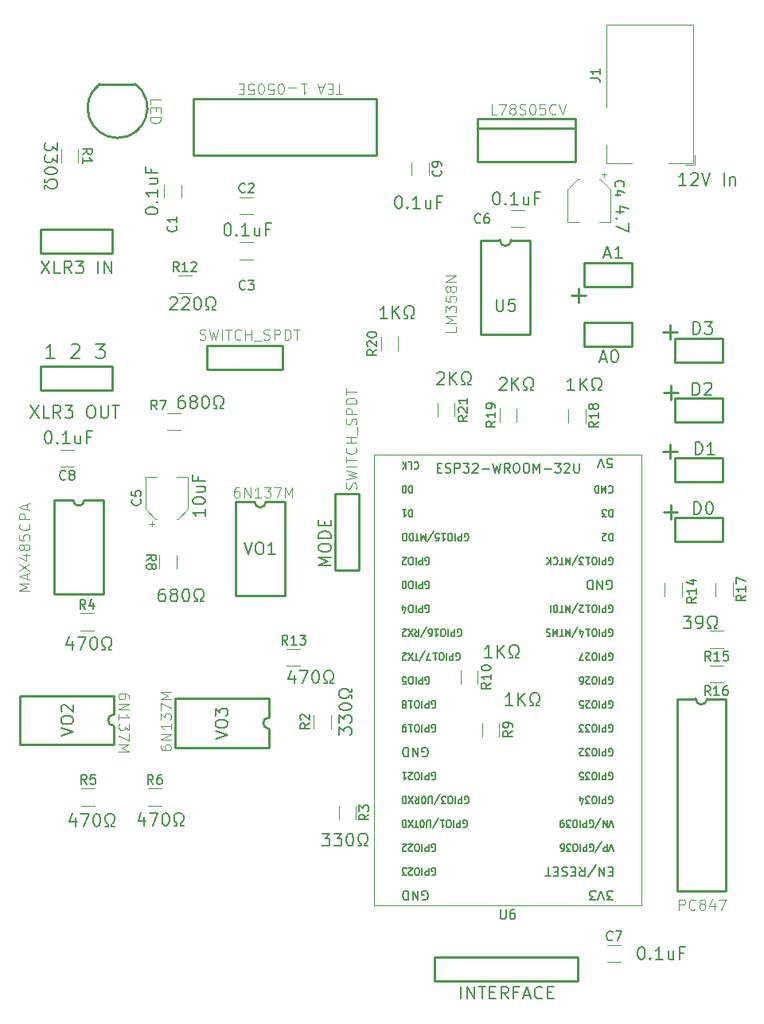
<source format=gbr>
%TF.GenerationSoftware,KiCad,Pcbnew,8.0.8*%
%TF.CreationDate,2025-02-03T21:40:41-06:00*%
%TF.ProjectId,DMXtoMotionPCB_V3,444d5874-6f4d-46f7-9469-6f6e5043425f,rev?*%
%TF.SameCoordinates,Original*%
%TF.FileFunction,Legend,Top*%
%TF.FilePolarity,Positive*%
%FSLAX46Y46*%
G04 Gerber Fmt 4.6, Leading zero omitted, Abs format (unit mm)*
G04 Created by KiCad (PCBNEW 8.0.8) date 2025-02-03 21:40:41*
%MOMM*%
%LPD*%
G01*
G04 APERTURE LIST*
%ADD10C,0.148000*%
%ADD11C,0.222000*%
%ADD12C,0.172700*%
%ADD13C,0.123300*%
%ADD14C,0.150000*%
%ADD15C,0.250000*%
%ADD16C,0.120000*%
G04 APERTURE END LIST*
D10*
X108930753Y-75531332D02*
X109818753Y-76863332D01*
X109818753Y-75531332D02*
X108930753Y-76863332D01*
X110960467Y-76863332D02*
X110326181Y-76863332D01*
X110326181Y-76863332D02*
X110326181Y-75531332D01*
X112165610Y-76863332D02*
X111721610Y-76229046D01*
X111404467Y-76863332D02*
X111404467Y-75531332D01*
X111404467Y-75531332D02*
X111911896Y-75531332D01*
X111911896Y-75531332D02*
X112038753Y-75594761D01*
X112038753Y-75594761D02*
X112102182Y-75658189D01*
X112102182Y-75658189D02*
X112165610Y-75785046D01*
X112165610Y-75785046D02*
X112165610Y-75975332D01*
X112165610Y-75975332D02*
X112102182Y-76102189D01*
X112102182Y-76102189D02*
X112038753Y-76165618D01*
X112038753Y-76165618D02*
X111911896Y-76229046D01*
X111911896Y-76229046D02*
X111404467Y-76229046D01*
X112609610Y-75531332D02*
X113434182Y-75531332D01*
X113434182Y-75531332D02*
X112990182Y-76038761D01*
X112990182Y-76038761D02*
X113180467Y-76038761D01*
X113180467Y-76038761D02*
X113307325Y-76102189D01*
X113307325Y-76102189D02*
X113370753Y-76165618D01*
X113370753Y-76165618D02*
X113434182Y-76292475D01*
X113434182Y-76292475D02*
X113434182Y-76609618D01*
X113434182Y-76609618D02*
X113370753Y-76736475D01*
X113370753Y-76736475D02*
X113307325Y-76799904D01*
X113307325Y-76799904D02*
X113180467Y-76863332D01*
X113180467Y-76863332D02*
X112799896Y-76863332D01*
X112799896Y-76863332D02*
X112673039Y-76799904D01*
X112673039Y-76799904D02*
X112609610Y-76736475D01*
X115019895Y-76863332D02*
X115019895Y-75531332D01*
X115654181Y-76863332D02*
X115654181Y-75531332D01*
X115654181Y-75531332D02*
X116415324Y-76863332D01*
X116415324Y-76863332D02*
X116415324Y-75531332D01*
X177582225Y-67509292D02*
X176821082Y-67509292D01*
X177201653Y-67509292D02*
X177201653Y-66177292D01*
X177201653Y-66177292D02*
X177074796Y-66367578D01*
X177074796Y-66367578D02*
X176947939Y-66494435D01*
X176947939Y-66494435D02*
X176821082Y-66557864D01*
X178089653Y-66304149D02*
X178153081Y-66240721D01*
X178153081Y-66240721D02*
X178279939Y-66177292D01*
X178279939Y-66177292D02*
X178597081Y-66177292D01*
X178597081Y-66177292D02*
X178723939Y-66240721D01*
X178723939Y-66240721D02*
X178787367Y-66304149D01*
X178787367Y-66304149D02*
X178850796Y-66431006D01*
X178850796Y-66431006D02*
X178850796Y-66557864D01*
X178850796Y-66557864D02*
X178787367Y-66748149D01*
X178787367Y-66748149D02*
X178026224Y-67509292D01*
X178026224Y-67509292D02*
X178850796Y-67509292D01*
X179231367Y-66177292D02*
X179675367Y-67509292D01*
X179675367Y-67509292D02*
X180119367Y-66177292D01*
X181578223Y-67509292D02*
X181578223Y-66177292D01*
X182212509Y-66621292D02*
X182212509Y-67509292D01*
X182212509Y-66748149D02*
X182275938Y-66684721D01*
X182275938Y-66684721D02*
X182402795Y-66621292D01*
X182402795Y-66621292D02*
X182593081Y-66621292D01*
X182593081Y-66621292D02*
X182719938Y-66684721D01*
X182719938Y-66684721D02*
X182783367Y-66811578D01*
X182783367Y-66811578D02*
X182783367Y-67509292D01*
X168411082Y-85947161D02*
X169045368Y-85947161D01*
X168284225Y-86327732D02*
X168728225Y-84995732D01*
X168728225Y-84995732D02*
X169172225Y-86327732D01*
X169869939Y-84995732D02*
X169996796Y-84995732D01*
X169996796Y-84995732D02*
X170123653Y-85059161D01*
X170123653Y-85059161D02*
X170187082Y-85122589D01*
X170187082Y-85122589D02*
X170250510Y-85249446D01*
X170250510Y-85249446D02*
X170313939Y-85503161D01*
X170313939Y-85503161D02*
X170313939Y-85820304D01*
X170313939Y-85820304D02*
X170250510Y-86074018D01*
X170250510Y-86074018D02*
X170187082Y-86200875D01*
X170187082Y-86200875D02*
X170123653Y-86264304D01*
X170123653Y-86264304D02*
X169996796Y-86327732D01*
X169996796Y-86327732D02*
X169869939Y-86327732D01*
X169869939Y-86327732D02*
X169743082Y-86264304D01*
X169743082Y-86264304D02*
X169679653Y-86200875D01*
X169679653Y-86200875D02*
X169616224Y-86074018D01*
X169616224Y-86074018D02*
X169552796Y-85820304D01*
X169552796Y-85820304D02*
X169552796Y-85503161D01*
X169552796Y-85503161D02*
X169616224Y-85249446D01*
X169616224Y-85249446D02*
X169679653Y-85122589D01*
X169679653Y-85122589D02*
X169743082Y-85059161D01*
X169743082Y-85059161D02*
X169869939Y-84995732D01*
X122066768Y-110414632D02*
X121813053Y-110414632D01*
X121813053Y-110414632D02*
X121686196Y-110478061D01*
X121686196Y-110478061D02*
X121622768Y-110541489D01*
X121622768Y-110541489D02*
X121495910Y-110731775D01*
X121495910Y-110731775D02*
X121432482Y-110985489D01*
X121432482Y-110985489D02*
X121432482Y-111492918D01*
X121432482Y-111492918D02*
X121495910Y-111619775D01*
X121495910Y-111619775D02*
X121559339Y-111683204D01*
X121559339Y-111683204D02*
X121686196Y-111746632D01*
X121686196Y-111746632D02*
X121939910Y-111746632D01*
X121939910Y-111746632D02*
X122066768Y-111683204D01*
X122066768Y-111683204D02*
X122130196Y-111619775D01*
X122130196Y-111619775D02*
X122193625Y-111492918D01*
X122193625Y-111492918D02*
X122193625Y-111175775D01*
X122193625Y-111175775D02*
X122130196Y-111048918D01*
X122130196Y-111048918D02*
X122066768Y-110985489D01*
X122066768Y-110985489D02*
X121939910Y-110922061D01*
X121939910Y-110922061D02*
X121686196Y-110922061D01*
X121686196Y-110922061D02*
X121559339Y-110985489D01*
X121559339Y-110985489D02*
X121495910Y-111048918D01*
X121495910Y-111048918D02*
X121432482Y-111175775D01*
X122954767Y-110985489D02*
X122827910Y-110922061D01*
X122827910Y-110922061D02*
X122764481Y-110858632D01*
X122764481Y-110858632D02*
X122701053Y-110731775D01*
X122701053Y-110731775D02*
X122701053Y-110668346D01*
X122701053Y-110668346D02*
X122764481Y-110541489D01*
X122764481Y-110541489D02*
X122827910Y-110478061D01*
X122827910Y-110478061D02*
X122954767Y-110414632D01*
X122954767Y-110414632D02*
X123208481Y-110414632D01*
X123208481Y-110414632D02*
X123335339Y-110478061D01*
X123335339Y-110478061D02*
X123398767Y-110541489D01*
X123398767Y-110541489D02*
X123462196Y-110668346D01*
X123462196Y-110668346D02*
X123462196Y-110731775D01*
X123462196Y-110731775D02*
X123398767Y-110858632D01*
X123398767Y-110858632D02*
X123335339Y-110922061D01*
X123335339Y-110922061D02*
X123208481Y-110985489D01*
X123208481Y-110985489D02*
X122954767Y-110985489D01*
X122954767Y-110985489D02*
X122827910Y-111048918D01*
X122827910Y-111048918D02*
X122764481Y-111112346D01*
X122764481Y-111112346D02*
X122701053Y-111239204D01*
X122701053Y-111239204D02*
X122701053Y-111492918D01*
X122701053Y-111492918D02*
X122764481Y-111619775D01*
X122764481Y-111619775D02*
X122827910Y-111683204D01*
X122827910Y-111683204D02*
X122954767Y-111746632D01*
X122954767Y-111746632D02*
X123208481Y-111746632D01*
X123208481Y-111746632D02*
X123335339Y-111683204D01*
X123335339Y-111683204D02*
X123398767Y-111619775D01*
X123398767Y-111619775D02*
X123462196Y-111492918D01*
X123462196Y-111492918D02*
X123462196Y-111239204D01*
X123462196Y-111239204D02*
X123398767Y-111112346D01*
X123398767Y-111112346D02*
X123335339Y-111048918D01*
X123335339Y-111048918D02*
X123208481Y-110985489D01*
X124286767Y-110414632D02*
X124413624Y-110414632D01*
X124413624Y-110414632D02*
X124540481Y-110478061D01*
X124540481Y-110478061D02*
X124603910Y-110541489D01*
X124603910Y-110541489D02*
X124667338Y-110668346D01*
X124667338Y-110668346D02*
X124730767Y-110922061D01*
X124730767Y-110922061D02*
X124730767Y-111239204D01*
X124730767Y-111239204D02*
X124667338Y-111492918D01*
X124667338Y-111492918D02*
X124603910Y-111619775D01*
X124603910Y-111619775D02*
X124540481Y-111683204D01*
X124540481Y-111683204D02*
X124413624Y-111746632D01*
X124413624Y-111746632D02*
X124286767Y-111746632D01*
X124286767Y-111746632D02*
X124159910Y-111683204D01*
X124159910Y-111683204D02*
X124096481Y-111619775D01*
X124096481Y-111619775D02*
X124033052Y-111492918D01*
X124033052Y-111492918D02*
X123969624Y-111239204D01*
X123969624Y-111239204D02*
X123969624Y-110922061D01*
X123969624Y-110922061D02*
X124033052Y-110668346D01*
X124033052Y-110668346D02*
X124096481Y-110541489D01*
X124096481Y-110541489D02*
X124159910Y-110478061D01*
X124159910Y-110478061D02*
X124286767Y-110414632D01*
X125238195Y-111746632D02*
X125555338Y-111746632D01*
X125555338Y-111746632D02*
X125555338Y-111492918D01*
X125555338Y-111492918D02*
X125428481Y-111429489D01*
X125428481Y-111429489D02*
X125301623Y-111302632D01*
X125301623Y-111302632D02*
X125238195Y-111112346D01*
X125238195Y-111112346D02*
X125238195Y-110795204D01*
X125238195Y-110795204D02*
X125301623Y-110604918D01*
X125301623Y-110604918D02*
X125428481Y-110478061D01*
X125428481Y-110478061D02*
X125618766Y-110414632D01*
X125618766Y-110414632D02*
X125872481Y-110414632D01*
X125872481Y-110414632D02*
X126062766Y-110478061D01*
X126062766Y-110478061D02*
X126189623Y-110604918D01*
X126189623Y-110604918D02*
X126253052Y-110795204D01*
X126253052Y-110795204D02*
X126253052Y-111112346D01*
X126253052Y-111112346D02*
X126189623Y-111302632D01*
X126189623Y-111302632D02*
X126062766Y-111429489D01*
X126062766Y-111429489D02*
X125935909Y-111492918D01*
X125935909Y-111492918D02*
X125935909Y-111746632D01*
X125935909Y-111746632D02*
X126253052Y-111746632D01*
X145762225Y-81679292D02*
X145001082Y-81679292D01*
X145381653Y-81679292D02*
X145381653Y-80347292D01*
X145381653Y-80347292D02*
X145254796Y-80537578D01*
X145254796Y-80537578D02*
X145127939Y-80664435D01*
X145127939Y-80664435D02*
X145001082Y-80727864D01*
X146333081Y-81679292D02*
X146333081Y-80347292D01*
X147094224Y-81679292D02*
X146523367Y-80918149D01*
X147094224Y-80347292D02*
X146333081Y-81108435D01*
X147601653Y-81679292D02*
X147918796Y-81679292D01*
X147918796Y-81679292D02*
X147918796Y-81425578D01*
X147918796Y-81425578D02*
X147791939Y-81362149D01*
X147791939Y-81362149D02*
X147665081Y-81235292D01*
X147665081Y-81235292D02*
X147601653Y-81045006D01*
X147601653Y-81045006D02*
X147601653Y-80727864D01*
X147601653Y-80727864D02*
X147665081Y-80537578D01*
X147665081Y-80537578D02*
X147791939Y-80410721D01*
X147791939Y-80410721D02*
X147982224Y-80347292D01*
X147982224Y-80347292D02*
X148235939Y-80347292D01*
X148235939Y-80347292D02*
X148426224Y-80410721D01*
X148426224Y-80410721D02*
X148553081Y-80537578D01*
X148553081Y-80537578D02*
X148616510Y-80727864D01*
X148616510Y-80727864D02*
X148616510Y-81045006D01*
X148616510Y-81045006D02*
X148553081Y-81235292D01*
X148553081Y-81235292D02*
X148426224Y-81362149D01*
X148426224Y-81362149D02*
X148299367Y-81425578D01*
X148299367Y-81425578D02*
X148299367Y-81679292D01*
X148299367Y-81679292D02*
X148616510Y-81679292D01*
X124135368Y-89877292D02*
X123881653Y-89877292D01*
X123881653Y-89877292D02*
X123754796Y-89940721D01*
X123754796Y-89940721D02*
X123691368Y-90004149D01*
X123691368Y-90004149D02*
X123564510Y-90194435D01*
X123564510Y-90194435D02*
X123501082Y-90448149D01*
X123501082Y-90448149D02*
X123501082Y-90955578D01*
X123501082Y-90955578D02*
X123564510Y-91082435D01*
X123564510Y-91082435D02*
X123627939Y-91145864D01*
X123627939Y-91145864D02*
X123754796Y-91209292D01*
X123754796Y-91209292D02*
X124008510Y-91209292D01*
X124008510Y-91209292D02*
X124135368Y-91145864D01*
X124135368Y-91145864D02*
X124198796Y-91082435D01*
X124198796Y-91082435D02*
X124262225Y-90955578D01*
X124262225Y-90955578D02*
X124262225Y-90638435D01*
X124262225Y-90638435D02*
X124198796Y-90511578D01*
X124198796Y-90511578D02*
X124135368Y-90448149D01*
X124135368Y-90448149D02*
X124008510Y-90384721D01*
X124008510Y-90384721D02*
X123754796Y-90384721D01*
X123754796Y-90384721D02*
X123627939Y-90448149D01*
X123627939Y-90448149D02*
X123564510Y-90511578D01*
X123564510Y-90511578D02*
X123501082Y-90638435D01*
X125023367Y-90448149D02*
X124896510Y-90384721D01*
X124896510Y-90384721D02*
X124833081Y-90321292D01*
X124833081Y-90321292D02*
X124769653Y-90194435D01*
X124769653Y-90194435D02*
X124769653Y-90131006D01*
X124769653Y-90131006D02*
X124833081Y-90004149D01*
X124833081Y-90004149D02*
X124896510Y-89940721D01*
X124896510Y-89940721D02*
X125023367Y-89877292D01*
X125023367Y-89877292D02*
X125277081Y-89877292D01*
X125277081Y-89877292D02*
X125403939Y-89940721D01*
X125403939Y-89940721D02*
X125467367Y-90004149D01*
X125467367Y-90004149D02*
X125530796Y-90131006D01*
X125530796Y-90131006D02*
X125530796Y-90194435D01*
X125530796Y-90194435D02*
X125467367Y-90321292D01*
X125467367Y-90321292D02*
X125403939Y-90384721D01*
X125403939Y-90384721D02*
X125277081Y-90448149D01*
X125277081Y-90448149D02*
X125023367Y-90448149D01*
X125023367Y-90448149D02*
X124896510Y-90511578D01*
X124896510Y-90511578D02*
X124833081Y-90575006D01*
X124833081Y-90575006D02*
X124769653Y-90701864D01*
X124769653Y-90701864D02*
X124769653Y-90955578D01*
X124769653Y-90955578D02*
X124833081Y-91082435D01*
X124833081Y-91082435D02*
X124896510Y-91145864D01*
X124896510Y-91145864D02*
X125023367Y-91209292D01*
X125023367Y-91209292D02*
X125277081Y-91209292D01*
X125277081Y-91209292D02*
X125403939Y-91145864D01*
X125403939Y-91145864D02*
X125467367Y-91082435D01*
X125467367Y-91082435D02*
X125530796Y-90955578D01*
X125530796Y-90955578D02*
X125530796Y-90701864D01*
X125530796Y-90701864D02*
X125467367Y-90575006D01*
X125467367Y-90575006D02*
X125403939Y-90511578D01*
X125403939Y-90511578D02*
X125277081Y-90448149D01*
X126355367Y-89877292D02*
X126482224Y-89877292D01*
X126482224Y-89877292D02*
X126609081Y-89940721D01*
X126609081Y-89940721D02*
X126672510Y-90004149D01*
X126672510Y-90004149D02*
X126735938Y-90131006D01*
X126735938Y-90131006D02*
X126799367Y-90384721D01*
X126799367Y-90384721D02*
X126799367Y-90701864D01*
X126799367Y-90701864D02*
X126735938Y-90955578D01*
X126735938Y-90955578D02*
X126672510Y-91082435D01*
X126672510Y-91082435D02*
X126609081Y-91145864D01*
X126609081Y-91145864D02*
X126482224Y-91209292D01*
X126482224Y-91209292D02*
X126355367Y-91209292D01*
X126355367Y-91209292D02*
X126228510Y-91145864D01*
X126228510Y-91145864D02*
X126165081Y-91082435D01*
X126165081Y-91082435D02*
X126101652Y-90955578D01*
X126101652Y-90955578D02*
X126038224Y-90701864D01*
X126038224Y-90701864D02*
X126038224Y-90384721D01*
X126038224Y-90384721D02*
X126101652Y-90131006D01*
X126101652Y-90131006D02*
X126165081Y-90004149D01*
X126165081Y-90004149D02*
X126228510Y-89940721D01*
X126228510Y-89940721D02*
X126355367Y-89877292D01*
X127306795Y-91209292D02*
X127623938Y-91209292D01*
X127623938Y-91209292D02*
X127623938Y-90955578D01*
X127623938Y-90955578D02*
X127497081Y-90892149D01*
X127497081Y-90892149D02*
X127370223Y-90765292D01*
X127370223Y-90765292D02*
X127306795Y-90575006D01*
X127306795Y-90575006D02*
X127306795Y-90257864D01*
X127306795Y-90257864D02*
X127370223Y-90067578D01*
X127370223Y-90067578D02*
X127497081Y-89940721D01*
X127497081Y-89940721D02*
X127687366Y-89877292D01*
X127687366Y-89877292D02*
X127941081Y-89877292D01*
X127941081Y-89877292D02*
X128131366Y-89940721D01*
X128131366Y-89940721D02*
X128258223Y-90067578D01*
X128258223Y-90067578D02*
X128321652Y-90257864D01*
X128321652Y-90257864D02*
X128321652Y-90575006D01*
X128321652Y-90575006D02*
X128258223Y-90765292D01*
X128258223Y-90765292D02*
X128131366Y-90892149D01*
X128131366Y-90892149D02*
X128004509Y-90955578D01*
X128004509Y-90955578D02*
X128004509Y-91209292D01*
X128004509Y-91209292D02*
X128321652Y-91209292D01*
X110662377Y-62983255D02*
X110662406Y-63807827D01*
X110662406Y-63807827D02*
X110154962Y-63363844D01*
X110154962Y-63363844D02*
X110154968Y-63554130D01*
X110154968Y-63554130D02*
X110091544Y-63680989D01*
X110091544Y-63680989D02*
X110028118Y-63744420D01*
X110028118Y-63744420D02*
X109901263Y-63807853D01*
X109901263Y-63807853D02*
X109584120Y-63807864D01*
X109584120Y-63807864D02*
X109457261Y-63744440D01*
X109457261Y-63744440D02*
X109393830Y-63681014D01*
X109393830Y-63681014D02*
X109330397Y-63554159D01*
X109330397Y-63554159D02*
X109330384Y-63173587D01*
X109330384Y-63173587D02*
X109393808Y-63046728D01*
X109393808Y-63046728D02*
X109457234Y-62983297D01*
X110662421Y-64251826D02*
X110662450Y-65076398D01*
X110662450Y-65076398D02*
X110155006Y-64632415D01*
X110155006Y-64632415D02*
X110155013Y-64822701D01*
X110155013Y-64822701D02*
X110091588Y-64949560D01*
X110091588Y-64949560D02*
X110028162Y-65012991D01*
X110028162Y-65012991D02*
X109901307Y-65076424D01*
X109901307Y-65076424D02*
X109584164Y-65076435D01*
X109584164Y-65076435D02*
X109457305Y-65013011D01*
X109457305Y-65013011D02*
X109393874Y-64949585D01*
X109393874Y-64949585D02*
X109330441Y-64822730D01*
X109330441Y-64822730D02*
X109330428Y-64442158D01*
X109330428Y-64442158D02*
X109393852Y-64315299D01*
X109393852Y-64315299D02*
X109457278Y-64251868D01*
X110662479Y-65900969D02*
X110662483Y-66027826D01*
X110662483Y-66027826D02*
X110599059Y-66154685D01*
X110599059Y-66154685D02*
X110535633Y-66218116D01*
X110535633Y-66218116D02*
X110408778Y-66281549D01*
X110408778Y-66281549D02*
X110155066Y-66344986D01*
X110155066Y-66344986D02*
X109837923Y-66344997D01*
X109837923Y-66344997D02*
X109584206Y-66281578D01*
X109584206Y-66281578D02*
X109457347Y-66218154D01*
X109457347Y-66218154D02*
X109393916Y-66154727D01*
X109393916Y-66154727D02*
X109330483Y-66027872D01*
X109330483Y-66027872D02*
X109330479Y-65901015D01*
X109330479Y-65901015D02*
X109393903Y-65774156D01*
X109393903Y-65774156D02*
X109457329Y-65710725D01*
X109457329Y-65710725D02*
X109584184Y-65647292D01*
X109584184Y-65647292D02*
X109837896Y-65583855D01*
X109837896Y-65583855D02*
X110155039Y-65583843D01*
X110155039Y-65583843D02*
X110408756Y-65647263D01*
X110408756Y-65647263D02*
X110535615Y-65710687D01*
X110535615Y-65710687D02*
X110599046Y-65774114D01*
X110599046Y-65774114D02*
X110662479Y-65900969D01*
X109330512Y-66852443D02*
X109330523Y-67169586D01*
X109330523Y-67169586D02*
X109584237Y-67169577D01*
X109584237Y-67169577D02*
X109647662Y-67042718D01*
X109647662Y-67042718D02*
X109774514Y-66915856D01*
X109774514Y-66915856D02*
X109964798Y-66852421D01*
X109964798Y-66852421D02*
X110281941Y-66852410D01*
X110281941Y-66852410D02*
X110472229Y-66915832D01*
X110472229Y-66915832D02*
X110599090Y-67042685D01*
X110599090Y-67042685D02*
X110662525Y-67232968D01*
X110662525Y-67232968D02*
X110662534Y-67486682D01*
X110662534Y-67486682D02*
X110599112Y-67676970D01*
X110599112Y-67676970D02*
X110472260Y-67803832D01*
X110472260Y-67803832D02*
X110281976Y-67867267D01*
X110281976Y-67867267D02*
X109964833Y-67867278D01*
X109964833Y-67867278D02*
X109774545Y-67803856D01*
X109774545Y-67803856D02*
X109647684Y-67677004D01*
X109647684Y-67677004D02*
X109584251Y-67550149D01*
X109584251Y-67550149D02*
X109330536Y-67550158D01*
X109330536Y-67550158D02*
X109330547Y-67867300D01*
X159122225Y-122818512D02*
X158361082Y-122818512D01*
X158741653Y-122818512D02*
X158741653Y-121486512D01*
X158741653Y-121486512D02*
X158614796Y-121676798D01*
X158614796Y-121676798D02*
X158487939Y-121803655D01*
X158487939Y-121803655D02*
X158361082Y-121867084D01*
X159693081Y-122818512D02*
X159693081Y-121486512D01*
X160454224Y-122818512D02*
X159883367Y-122057369D01*
X160454224Y-121486512D02*
X159693081Y-122247655D01*
X160961653Y-122818512D02*
X161278796Y-122818512D01*
X161278796Y-122818512D02*
X161278796Y-122564798D01*
X161278796Y-122564798D02*
X161151939Y-122501369D01*
X161151939Y-122501369D02*
X161025081Y-122374512D01*
X161025081Y-122374512D02*
X160961653Y-122184226D01*
X160961653Y-122184226D02*
X160961653Y-121867084D01*
X160961653Y-121867084D02*
X161025081Y-121676798D01*
X161025081Y-121676798D02*
X161151939Y-121549941D01*
X161151939Y-121549941D02*
X161342224Y-121486512D01*
X161342224Y-121486512D02*
X161595939Y-121486512D01*
X161595939Y-121486512D02*
X161786224Y-121549941D01*
X161786224Y-121549941D02*
X161913081Y-121676798D01*
X161913081Y-121676798D02*
X161976510Y-121867084D01*
X161976510Y-121867084D02*
X161976510Y-122184226D01*
X161976510Y-122184226D02*
X161913081Y-122374512D01*
X161913081Y-122374512D02*
X161786224Y-122501369D01*
X161786224Y-122501369D02*
X161659367Y-122564798D01*
X161659367Y-122564798D02*
X161659367Y-122818512D01*
X161659367Y-122818512D02*
X161976510Y-122818512D01*
X122661082Y-79532589D02*
X122724510Y-79469161D01*
X122724510Y-79469161D02*
X122851368Y-79405732D01*
X122851368Y-79405732D02*
X123168510Y-79405732D01*
X123168510Y-79405732D02*
X123295368Y-79469161D01*
X123295368Y-79469161D02*
X123358796Y-79532589D01*
X123358796Y-79532589D02*
X123422225Y-79659446D01*
X123422225Y-79659446D02*
X123422225Y-79786304D01*
X123422225Y-79786304D02*
X123358796Y-79976589D01*
X123358796Y-79976589D02*
X122597653Y-80737732D01*
X122597653Y-80737732D02*
X123422225Y-80737732D01*
X123929653Y-79532589D02*
X123993081Y-79469161D01*
X123993081Y-79469161D02*
X124119939Y-79405732D01*
X124119939Y-79405732D02*
X124437081Y-79405732D01*
X124437081Y-79405732D02*
X124563939Y-79469161D01*
X124563939Y-79469161D02*
X124627367Y-79532589D01*
X124627367Y-79532589D02*
X124690796Y-79659446D01*
X124690796Y-79659446D02*
X124690796Y-79786304D01*
X124690796Y-79786304D02*
X124627367Y-79976589D01*
X124627367Y-79976589D02*
X123866224Y-80737732D01*
X123866224Y-80737732D02*
X124690796Y-80737732D01*
X125515367Y-79405732D02*
X125642224Y-79405732D01*
X125642224Y-79405732D02*
X125769081Y-79469161D01*
X125769081Y-79469161D02*
X125832510Y-79532589D01*
X125832510Y-79532589D02*
X125895938Y-79659446D01*
X125895938Y-79659446D02*
X125959367Y-79913161D01*
X125959367Y-79913161D02*
X125959367Y-80230304D01*
X125959367Y-80230304D02*
X125895938Y-80484018D01*
X125895938Y-80484018D02*
X125832510Y-80610875D01*
X125832510Y-80610875D02*
X125769081Y-80674304D01*
X125769081Y-80674304D02*
X125642224Y-80737732D01*
X125642224Y-80737732D02*
X125515367Y-80737732D01*
X125515367Y-80737732D02*
X125388510Y-80674304D01*
X125388510Y-80674304D02*
X125325081Y-80610875D01*
X125325081Y-80610875D02*
X125261652Y-80484018D01*
X125261652Y-80484018D02*
X125198224Y-80230304D01*
X125198224Y-80230304D02*
X125198224Y-79913161D01*
X125198224Y-79913161D02*
X125261652Y-79659446D01*
X125261652Y-79659446D02*
X125325081Y-79532589D01*
X125325081Y-79532589D02*
X125388510Y-79469161D01*
X125388510Y-79469161D02*
X125515367Y-79405732D01*
X126466795Y-80737732D02*
X126783938Y-80737732D01*
X126783938Y-80737732D02*
X126783938Y-80484018D01*
X126783938Y-80484018D02*
X126657081Y-80420589D01*
X126657081Y-80420589D02*
X126530223Y-80293732D01*
X126530223Y-80293732D02*
X126466795Y-80103446D01*
X126466795Y-80103446D02*
X126466795Y-79786304D01*
X126466795Y-79786304D02*
X126530223Y-79596018D01*
X126530223Y-79596018D02*
X126657081Y-79469161D01*
X126657081Y-79469161D02*
X126847366Y-79405732D01*
X126847366Y-79405732D02*
X127101081Y-79405732D01*
X127101081Y-79405732D02*
X127291366Y-79469161D01*
X127291366Y-79469161D02*
X127418223Y-79596018D01*
X127418223Y-79596018D02*
X127481652Y-79786304D01*
X127481652Y-79786304D02*
X127481652Y-80103446D01*
X127481652Y-80103446D02*
X127418223Y-80293732D01*
X127418223Y-80293732D02*
X127291366Y-80420589D01*
X127291366Y-80420589D02*
X127164509Y-80484018D01*
X127164509Y-80484018D02*
X127164509Y-80737732D01*
X127164509Y-80737732D02*
X127481652Y-80737732D01*
D11*
X175117666Y-83128856D02*
X176639952Y-83128856D01*
X175878809Y-83889998D02*
X175878809Y-82367713D01*
D12*
X110377846Y-85899333D02*
X109489675Y-85899333D01*
X109933760Y-85899333D02*
X109933760Y-84345033D01*
X109933760Y-84345033D02*
X109785732Y-84567076D01*
X109785732Y-84567076D02*
X109637703Y-84715104D01*
X109637703Y-84715104D02*
X109489675Y-84789119D01*
X112154190Y-84493061D02*
X112228204Y-84419047D01*
X112228204Y-84419047D02*
X112376233Y-84345033D01*
X112376233Y-84345033D02*
X112746304Y-84345033D01*
X112746304Y-84345033D02*
X112894333Y-84419047D01*
X112894333Y-84419047D02*
X112968347Y-84493061D01*
X112968347Y-84493061D02*
X113042361Y-84641090D01*
X113042361Y-84641090D02*
X113042361Y-84789119D01*
X113042361Y-84789119D02*
X112968347Y-85011161D01*
X112968347Y-85011161D02*
X112080175Y-85899333D01*
X112080175Y-85899333D02*
X113042361Y-85899333D01*
X114744690Y-84345033D02*
X115706876Y-84345033D01*
X115706876Y-84345033D02*
X115188776Y-84937147D01*
X115188776Y-84937147D02*
X115410819Y-84937147D01*
X115410819Y-84937147D02*
X115558848Y-85011161D01*
X115558848Y-85011161D02*
X115632862Y-85085176D01*
X115632862Y-85085176D02*
X115706876Y-85233204D01*
X115706876Y-85233204D02*
X115706876Y-85603276D01*
X115706876Y-85603276D02*
X115632862Y-85751304D01*
X115632862Y-85751304D02*
X115558848Y-85825319D01*
X115558848Y-85825319D02*
X115410819Y-85899333D01*
X115410819Y-85899333D02*
X114966733Y-85899333D01*
X114966733Y-85899333D02*
X114818705Y-85825319D01*
X114818705Y-85825319D02*
X114744690Y-85751304D01*
D10*
X112265368Y-115971292D02*
X112265368Y-116859292D01*
X111948225Y-115463864D02*
X111631082Y-116415292D01*
X111631082Y-116415292D02*
X112455653Y-116415292D01*
X112836224Y-115527292D02*
X113724224Y-115527292D01*
X113724224Y-115527292D02*
X113153367Y-116859292D01*
X114485367Y-115527292D02*
X114612224Y-115527292D01*
X114612224Y-115527292D02*
X114739081Y-115590721D01*
X114739081Y-115590721D02*
X114802510Y-115654149D01*
X114802510Y-115654149D02*
X114865938Y-115781006D01*
X114865938Y-115781006D02*
X114929367Y-116034721D01*
X114929367Y-116034721D02*
X114929367Y-116351864D01*
X114929367Y-116351864D02*
X114865938Y-116605578D01*
X114865938Y-116605578D02*
X114802510Y-116732435D01*
X114802510Y-116732435D02*
X114739081Y-116795864D01*
X114739081Y-116795864D02*
X114612224Y-116859292D01*
X114612224Y-116859292D02*
X114485367Y-116859292D01*
X114485367Y-116859292D02*
X114358510Y-116795864D01*
X114358510Y-116795864D02*
X114295081Y-116732435D01*
X114295081Y-116732435D02*
X114231652Y-116605578D01*
X114231652Y-116605578D02*
X114168224Y-116351864D01*
X114168224Y-116351864D02*
X114168224Y-116034721D01*
X114168224Y-116034721D02*
X114231652Y-115781006D01*
X114231652Y-115781006D02*
X114295081Y-115654149D01*
X114295081Y-115654149D02*
X114358510Y-115590721D01*
X114358510Y-115590721D02*
X114485367Y-115527292D01*
X115436795Y-116859292D02*
X115753938Y-116859292D01*
X115753938Y-116859292D02*
X115753938Y-116605578D01*
X115753938Y-116605578D02*
X115627081Y-116542149D01*
X115627081Y-116542149D02*
X115500223Y-116415292D01*
X115500223Y-116415292D02*
X115436795Y-116225006D01*
X115436795Y-116225006D02*
X115436795Y-115907864D01*
X115436795Y-115907864D02*
X115500223Y-115717578D01*
X115500223Y-115717578D02*
X115627081Y-115590721D01*
X115627081Y-115590721D02*
X115817366Y-115527292D01*
X115817366Y-115527292D02*
X116071081Y-115527292D01*
X116071081Y-115527292D02*
X116261366Y-115590721D01*
X116261366Y-115590721D02*
X116388223Y-115717578D01*
X116388223Y-115717578D02*
X116451652Y-115907864D01*
X116451652Y-115907864D02*
X116451652Y-116225006D01*
X116451652Y-116225006D02*
X116388223Y-116415292D01*
X116388223Y-116415292D02*
X116261366Y-116542149D01*
X116261366Y-116542149D02*
X116134509Y-116605578D01*
X116134509Y-116605578D02*
X116134509Y-116859292D01*
X116134509Y-116859292D02*
X116451652Y-116859292D01*
X168841066Y-74888710D02*
X169475351Y-74888692D01*
X168714220Y-75269285D02*
X169158180Y-73937272D01*
X169158180Y-73937272D02*
X169602220Y-75269259D01*
X170743934Y-75269226D02*
X169982791Y-75269248D01*
X170363362Y-75269237D02*
X170363323Y-73937237D01*
X170363323Y-73937237D02*
X170236472Y-74127526D01*
X170236472Y-74127526D02*
X170109618Y-74254387D01*
X170109618Y-74254387D02*
X169982763Y-74317820D01*
X178314510Y-83329292D02*
X178314510Y-81997292D01*
X178314510Y-81997292D02*
X178631653Y-81997292D01*
X178631653Y-81997292D02*
X178821939Y-82060721D01*
X178821939Y-82060721D02*
X178948796Y-82187578D01*
X178948796Y-82187578D02*
X179012225Y-82314435D01*
X179012225Y-82314435D02*
X179075653Y-82568149D01*
X179075653Y-82568149D02*
X179075653Y-82758435D01*
X179075653Y-82758435D02*
X179012225Y-83012149D01*
X179012225Y-83012149D02*
X178948796Y-83139006D01*
X178948796Y-83139006D02*
X178821939Y-83265864D01*
X178821939Y-83265864D02*
X178631653Y-83329292D01*
X178631653Y-83329292D02*
X178314510Y-83329292D01*
X179519653Y-81997292D02*
X180344225Y-81997292D01*
X180344225Y-81997292D02*
X179900225Y-82504721D01*
X179900225Y-82504721D02*
X180090510Y-82504721D01*
X180090510Y-82504721D02*
X180217368Y-82568149D01*
X180217368Y-82568149D02*
X180280796Y-82631578D01*
X180280796Y-82631578D02*
X180344225Y-82758435D01*
X180344225Y-82758435D02*
X180344225Y-83075578D01*
X180344225Y-83075578D02*
X180280796Y-83202435D01*
X180280796Y-83202435D02*
X180217368Y-83265864D01*
X180217368Y-83265864D02*
X180090510Y-83329292D01*
X180090510Y-83329292D02*
X179709939Y-83329292D01*
X179709939Y-83329292D02*
X179583082Y-83265864D01*
X179583082Y-83265864D02*
X179519653Y-83202435D01*
X146918225Y-68637292D02*
X147045082Y-68637292D01*
X147045082Y-68637292D02*
X147171939Y-68700721D01*
X147171939Y-68700721D02*
X147235368Y-68764149D01*
X147235368Y-68764149D02*
X147298796Y-68891006D01*
X147298796Y-68891006D02*
X147362225Y-69144721D01*
X147362225Y-69144721D02*
X147362225Y-69461864D01*
X147362225Y-69461864D02*
X147298796Y-69715578D01*
X147298796Y-69715578D02*
X147235368Y-69842435D01*
X147235368Y-69842435D02*
X147171939Y-69905864D01*
X147171939Y-69905864D02*
X147045082Y-69969292D01*
X147045082Y-69969292D02*
X146918225Y-69969292D01*
X146918225Y-69969292D02*
X146791368Y-69905864D01*
X146791368Y-69905864D02*
X146727939Y-69842435D01*
X146727939Y-69842435D02*
X146664510Y-69715578D01*
X146664510Y-69715578D02*
X146601082Y-69461864D01*
X146601082Y-69461864D02*
X146601082Y-69144721D01*
X146601082Y-69144721D02*
X146664510Y-68891006D01*
X146664510Y-68891006D02*
X146727939Y-68764149D01*
X146727939Y-68764149D02*
X146791368Y-68700721D01*
X146791368Y-68700721D02*
X146918225Y-68637292D01*
X147933081Y-69842435D02*
X147996510Y-69905864D01*
X147996510Y-69905864D02*
X147933081Y-69969292D01*
X147933081Y-69969292D02*
X147869653Y-69905864D01*
X147869653Y-69905864D02*
X147933081Y-69842435D01*
X147933081Y-69842435D02*
X147933081Y-69969292D01*
X149265082Y-69969292D02*
X148503939Y-69969292D01*
X148884510Y-69969292D02*
X148884510Y-68637292D01*
X148884510Y-68637292D02*
X148757653Y-68827578D01*
X148757653Y-68827578D02*
X148630796Y-68954435D01*
X148630796Y-68954435D02*
X148503939Y-69017864D01*
X150406796Y-69081292D02*
X150406796Y-69969292D01*
X149835938Y-69081292D02*
X149835938Y-69779006D01*
X149835938Y-69779006D02*
X149899367Y-69905864D01*
X149899367Y-69905864D02*
X150026224Y-69969292D01*
X150026224Y-69969292D02*
X150216510Y-69969292D01*
X150216510Y-69969292D02*
X150343367Y-69905864D01*
X150343367Y-69905864D02*
X150406796Y-69842435D01*
X151485081Y-69271578D02*
X151041081Y-69271578D01*
X151041081Y-69969292D02*
X151041081Y-68637292D01*
X151041081Y-68637292D02*
X151675367Y-68637292D01*
X109638225Y-93625732D02*
X109765082Y-93625732D01*
X109765082Y-93625732D02*
X109891939Y-93689161D01*
X109891939Y-93689161D02*
X109955368Y-93752589D01*
X109955368Y-93752589D02*
X110018796Y-93879446D01*
X110018796Y-93879446D02*
X110082225Y-94133161D01*
X110082225Y-94133161D02*
X110082225Y-94450304D01*
X110082225Y-94450304D02*
X110018796Y-94704018D01*
X110018796Y-94704018D02*
X109955368Y-94830875D01*
X109955368Y-94830875D02*
X109891939Y-94894304D01*
X109891939Y-94894304D02*
X109765082Y-94957732D01*
X109765082Y-94957732D02*
X109638225Y-94957732D01*
X109638225Y-94957732D02*
X109511368Y-94894304D01*
X109511368Y-94894304D02*
X109447939Y-94830875D01*
X109447939Y-94830875D02*
X109384510Y-94704018D01*
X109384510Y-94704018D02*
X109321082Y-94450304D01*
X109321082Y-94450304D02*
X109321082Y-94133161D01*
X109321082Y-94133161D02*
X109384510Y-93879446D01*
X109384510Y-93879446D02*
X109447939Y-93752589D01*
X109447939Y-93752589D02*
X109511368Y-93689161D01*
X109511368Y-93689161D02*
X109638225Y-93625732D01*
X110653081Y-94830875D02*
X110716510Y-94894304D01*
X110716510Y-94894304D02*
X110653081Y-94957732D01*
X110653081Y-94957732D02*
X110589653Y-94894304D01*
X110589653Y-94894304D02*
X110653081Y-94830875D01*
X110653081Y-94830875D02*
X110653081Y-94957732D01*
X111985082Y-94957732D02*
X111223939Y-94957732D01*
X111604510Y-94957732D02*
X111604510Y-93625732D01*
X111604510Y-93625732D02*
X111477653Y-93816018D01*
X111477653Y-93816018D02*
X111350796Y-93942875D01*
X111350796Y-93942875D02*
X111223939Y-94006304D01*
X113126796Y-94069732D02*
X113126796Y-94957732D01*
X112555938Y-94069732D02*
X112555938Y-94767446D01*
X112555938Y-94767446D02*
X112619367Y-94894304D01*
X112619367Y-94894304D02*
X112746224Y-94957732D01*
X112746224Y-94957732D02*
X112936510Y-94957732D01*
X112936510Y-94957732D02*
X113063367Y-94894304D01*
X113063367Y-94894304D02*
X113126796Y-94830875D01*
X114205081Y-94260018D02*
X113761081Y-94260018D01*
X113761081Y-94957732D02*
X113761081Y-93625732D01*
X113761081Y-93625732D02*
X114395367Y-93625732D01*
X153624510Y-154009292D02*
X153624510Y-152677292D01*
X154258796Y-154009292D02*
X154258796Y-152677292D01*
X154258796Y-152677292D02*
X155019939Y-154009292D01*
X155019939Y-154009292D02*
X155019939Y-152677292D01*
X155463940Y-152677292D02*
X156225083Y-152677292D01*
X155844511Y-154009292D02*
X155844511Y-152677292D01*
X156669082Y-153311578D02*
X157113082Y-153311578D01*
X157303368Y-154009292D02*
X156669082Y-154009292D01*
X156669082Y-154009292D02*
X156669082Y-152677292D01*
X156669082Y-152677292D02*
X157303368Y-152677292D01*
X158635368Y-154009292D02*
X158191368Y-153375006D01*
X157874225Y-154009292D02*
X157874225Y-152677292D01*
X157874225Y-152677292D02*
X158381654Y-152677292D01*
X158381654Y-152677292D02*
X158508511Y-152740721D01*
X158508511Y-152740721D02*
X158571940Y-152804149D01*
X158571940Y-152804149D02*
X158635368Y-152931006D01*
X158635368Y-152931006D02*
X158635368Y-153121292D01*
X158635368Y-153121292D02*
X158571940Y-153248149D01*
X158571940Y-153248149D02*
X158508511Y-153311578D01*
X158508511Y-153311578D02*
X158381654Y-153375006D01*
X158381654Y-153375006D02*
X157874225Y-153375006D01*
X159650225Y-153311578D02*
X159206225Y-153311578D01*
X159206225Y-154009292D02*
X159206225Y-152677292D01*
X159206225Y-152677292D02*
X159840511Y-152677292D01*
X160284511Y-153628721D02*
X160918797Y-153628721D01*
X160157654Y-154009292D02*
X160601654Y-152677292D01*
X160601654Y-152677292D02*
X161045654Y-154009292D01*
X162250796Y-153882435D02*
X162187368Y-153945864D01*
X162187368Y-153945864D02*
X161997082Y-154009292D01*
X161997082Y-154009292D02*
X161870225Y-154009292D01*
X161870225Y-154009292D02*
X161679939Y-153945864D01*
X161679939Y-153945864D02*
X161553082Y-153819006D01*
X161553082Y-153819006D02*
X161489653Y-153692149D01*
X161489653Y-153692149D02*
X161426225Y-153438435D01*
X161426225Y-153438435D02*
X161426225Y-153248149D01*
X161426225Y-153248149D02*
X161489653Y-152994435D01*
X161489653Y-152994435D02*
X161553082Y-152867578D01*
X161553082Y-152867578D02*
X161679939Y-152740721D01*
X161679939Y-152740721D02*
X161870225Y-152677292D01*
X161870225Y-152677292D02*
X161997082Y-152677292D01*
X161997082Y-152677292D02*
X162187368Y-152740721D01*
X162187368Y-152740721D02*
X162250796Y-152804149D01*
X162821653Y-153311578D02*
X163265653Y-153311578D01*
X163455939Y-154009292D02*
X162821653Y-154009292D01*
X162821653Y-154009292D02*
X162821653Y-152677292D01*
X162821653Y-152677292D02*
X163455939Y-152677292D01*
X178527510Y-96149292D02*
X178527510Y-94817292D01*
X178527510Y-94817292D02*
X178844653Y-94817292D01*
X178844653Y-94817292D02*
X179034939Y-94880721D01*
X179034939Y-94880721D02*
X179161796Y-95007578D01*
X179161796Y-95007578D02*
X179225225Y-95134435D01*
X179225225Y-95134435D02*
X179288653Y-95388149D01*
X179288653Y-95388149D02*
X179288653Y-95578435D01*
X179288653Y-95578435D02*
X179225225Y-95832149D01*
X179225225Y-95832149D02*
X179161796Y-95959006D01*
X179161796Y-95959006D02*
X179034939Y-96085864D01*
X179034939Y-96085864D02*
X178844653Y-96149292D01*
X178844653Y-96149292D02*
X178527510Y-96149292D01*
X180557225Y-96149292D02*
X179796082Y-96149292D01*
X180176653Y-96149292D02*
X180176653Y-94817292D01*
X180176653Y-94817292D02*
X180049796Y-95007578D01*
X180049796Y-95007578D02*
X179922939Y-95134435D01*
X179922939Y-95134435D02*
X179796082Y-95197864D01*
X151071082Y-87504149D02*
X151134510Y-87440721D01*
X151134510Y-87440721D02*
X151261368Y-87377292D01*
X151261368Y-87377292D02*
X151578510Y-87377292D01*
X151578510Y-87377292D02*
X151705368Y-87440721D01*
X151705368Y-87440721D02*
X151768796Y-87504149D01*
X151768796Y-87504149D02*
X151832225Y-87631006D01*
X151832225Y-87631006D02*
X151832225Y-87757864D01*
X151832225Y-87757864D02*
X151768796Y-87948149D01*
X151768796Y-87948149D02*
X151007653Y-88709292D01*
X151007653Y-88709292D02*
X151832225Y-88709292D01*
X152403081Y-88709292D02*
X152403081Y-87377292D01*
X153164224Y-88709292D02*
X152593367Y-87948149D01*
X153164224Y-87377292D02*
X152403081Y-88138435D01*
X153671653Y-88709292D02*
X153988796Y-88709292D01*
X153988796Y-88709292D02*
X153988796Y-88455578D01*
X153988796Y-88455578D02*
X153861939Y-88392149D01*
X153861939Y-88392149D02*
X153735081Y-88265292D01*
X153735081Y-88265292D02*
X153671653Y-88075006D01*
X153671653Y-88075006D02*
X153671653Y-87757864D01*
X153671653Y-87757864D02*
X153735081Y-87567578D01*
X153735081Y-87567578D02*
X153861939Y-87440721D01*
X153861939Y-87440721D02*
X154052224Y-87377292D01*
X154052224Y-87377292D02*
X154305939Y-87377292D01*
X154305939Y-87377292D02*
X154496224Y-87440721D01*
X154496224Y-87440721D02*
X154623081Y-87567578D01*
X154623081Y-87567578D02*
X154686510Y-87757864D01*
X154686510Y-87757864D02*
X154686510Y-88075006D01*
X154686510Y-88075006D02*
X154623081Y-88265292D01*
X154623081Y-88265292D02*
X154496224Y-88392149D01*
X154496224Y-88392149D02*
X154369367Y-88455578D01*
X154369367Y-88455578D02*
X154369367Y-88709292D01*
X154369367Y-88709292D02*
X154686510Y-88709292D01*
X178384505Y-102489280D02*
X178384466Y-101157280D01*
X178384466Y-101157280D02*
X178701609Y-101157271D01*
X178701609Y-101157271D02*
X178891897Y-101220694D01*
X178891897Y-101220694D02*
X179018758Y-101347547D01*
X179018758Y-101347547D02*
X179082190Y-101474402D01*
X179082190Y-101474402D02*
X179145626Y-101728115D01*
X179145626Y-101728115D02*
X179145631Y-101918400D01*
X179145631Y-101918400D02*
X179082210Y-102172117D01*
X179082210Y-102172117D02*
X179018785Y-102298976D01*
X179018785Y-102298976D02*
X178891932Y-102425836D01*
X178891932Y-102425836D02*
X178701648Y-102489271D01*
X178701648Y-102489271D02*
X178384505Y-102489280D01*
X179970180Y-101157233D02*
X180097038Y-101157230D01*
X180097038Y-101157230D02*
X180223897Y-101220654D01*
X180223897Y-101220654D02*
X180287327Y-101284081D01*
X180287327Y-101284081D02*
X180350759Y-101410936D01*
X180350759Y-101410936D02*
X180414195Y-101664649D01*
X180414195Y-101664649D02*
X180414205Y-101981792D01*
X180414205Y-101981792D02*
X180350784Y-102235508D01*
X180350784Y-102235508D02*
X180287359Y-102362367D01*
X180287359Y-102362367D02*
X180223932Y-102425797D01*
X180223932Y-102425797D02*
X180097077Y-102489230D01*
X180097077Y-102489230D02*
X179970220Y-102489233D01*
X179970220Y-102489233D02*
X179843361Y-102425808D01*
X179843361Y-102425808D02*
X179779930Y-102362382D01*
X179779930Y-102362382D02*
X179716498Y-102235526D01*
X179716498Y-102235526D02*
X179653062Y-101981814D01*
X179653062Y-101981814D02*
X179653053Y-101664671D01*
X179653053Y-101664671D02*
X179716474Y-101410955D01*
X179716474Y-101410955D02*
X179779898Y-101284096D01*
X179779898Y-101284096D02*
X179843325Y-101220666D01*
X179843325Y-101220666D02*
X179970180Y-101157233D01*
X119905368Y-134681292D02*
X119905368Y-135569292D01*
X119588225Y-134173864D02*
X119271082Y-135125292D01*
X119271082Y-135125292D02*
X120095653Y-135125292D01*
X120476224Y-134237292D02*
X121364224Y-134237292D01*
X121364224Y-134237292D02*
X120793367Y-135569292D01*
X122125367Y-134237292D02*
X122252224Y-134237292D01*
X122252224Y-134237292D02*
X122379081Y-134300721D01*
X122379081Y-134300721D02*
X122442510Y-134364149D01*
X122442510Y-134364149D02*
X122505938Y-134491006D01*
X122505938Y-134491006D02*
X122569367Y-134744721D01*
X122569367Y-134744721D02*
X122569367Y-135061864D01*
X122569367Y-135061864D02*
X122505938Y-135315578D01*
X122505938Y-135315578D02*
X122442510Y-135442435D01*
X122442510Y-135442435D02*
X122379081Y-135505864D01*
X122379081Y-135505864D02*
X122252224Y-135569292D01*
X122252224Y-135569292D02*
X122125367Y-135569292D01*
X122125367Y-135569292D02*
X121998510Y-135505864D01*
X121998510Y-135505864D02*
X121935081Y-135442435D01*
X121935081Y-135442435D02*
X121871652Y-135315578D01*
X121871652Y-135315578D02*
X121808224Y-135061864D01*
X121808224Y-135061864D02*
X121808224Y-134744721D01*
X121808224Y-134744721D02*
X121871652Y-134491006D01*
X121871652Y-134491006D02*
X121935081Y-134364149D01*
X121935081Y-134364149D02*
X121998510Y-134300721D01*
X121998510Y-134300721D02*
X122125367Y-134237292D01*
X123076795Y-135569292D02*
X123393938Y-135569292D01*
X123393938Y-135569292D02*
X123393938Y-135315578D01*
X123393938Y-135315578D02*
X123267081Y-135252149D01*
X123267081Y-135252149D02*
X123140223Y-135125292D01*
X123140223Y-135125292D02*
X123076795Y-134935006D01*
X123076795Y-134935006D02*
X123076795Y-134617864D01*
X123076795Y-134617864D02*
X123140223Y-134427578D01*
X123140223Y-134427578D02*
X123267081Y-134300721D01*
X123267081Y-134300721D02*
X123457366Y-134237292D01*
X123457366Y-134237292D02*
X123711081Y-134237292D01*
X123711081Y-134237292D02*
X123901366Y-134300721D01*
X123901366Y-134300721D02*
X124028223Y-134427578D01*
X124028223Y-134427578D02*
X124091652Y-134617864D01*
X124091652Y-134617864D02*
X124091652Y-134935006D01*
X124091652Y-134935006D02*
X124028223Y-135125292D01*
X124028223Y-135125292D02*
X123901366Y-135252149D01*
X123901366Y-135252149D02*
X123774509Y-135315578D01*
X123774509Y-135315578D02*
X123774509Y-135569292D01*
X123774509Y-135569292D02*
X124091652Y-135569292D01*
D11*
X165360666Y-79178856D02*
X166882952Y-79178856D01*
X166121809Y-79939998D02*
X166121809Y-78417713D01*
D10*
X120037292Y-70281774D02*
X120037292Y-70154917D01*
X120037292Y-70154917D02*
X120100721Y-70028060D01*
X120100721Y-70028060D02*
X120164149Y-69964632D01*
X120164149Y-69964632D02*
X120291006Y-69901203D01*
X120291006Y-69901203D02*
X120544721Y-69837774D01*
X120544721Y-69837774D02*
X120861864Y-69837774D01*
X120861864Y-69837774D02*
X121115578Y-69901203D01*
X121115578Y-69901203D02*
X121242435Y-69964632D01*
X121242435Y-69964632D02*
X121305864Y-70028060D01*
X121305864Y-70028060D02*
X121369292Y-70154917D01*
X121369292Y-70154917D02*
X121369292Y-70281774D01*
X121369292Y-70281774D02*
X121305864Y-70408632D01*
X121305864Y-70408632D02*
X121242435Y-70472060D01*
X121242435Y-70472060D02*
X121115578Y-70535489D01*
X121115578Y-70535489D02*
X120861864Y-70598917D01*
X120861864Y-70598917D02*
X120544721Y-70598917D01*
X120544721Y-70598917D02*
X120291006Y-70535489D01*
X120291006Y-70535489D02*
X120164149Y-70472060D01*
X120164149Y-70472060D02*
X120100721Y-70408632D01*
X120100721Y-70408632D02*
X120037292Y-70281774D01*
X121242435Y-69266918D02*
X121305864Y-69203489D01*
X121305864Y-69203489D02*
X121369292Y-69266918D01*
X121369292Y-69266918D02*
X121305864Y-69330346D01*
X121305864Y-69330346D02*
X121242435Y-69266918D01*
X121242435Y-69266918D02*
X121369292Y-69266918D01*
X121369292Y-67934917D02*
X121369292Y-68696060D01*
X121369292Y-68315489D02*
X120037292Y-68315489D01*
X120037292Y-68315489D02*
X120227578Y-68442346D01*
X120227578Y-68442346D02*
X120354435Y-68569203D01*
X120354435Y-68569203D02*
X120417864Y-68696060D01*
X120481292Y-66793204D02*
X121369292Y-66793204D01*
X120481292Y-67364061D02*
X121179006Y-67364061D01*
X121179006Y-67364061D02*
X121305864Y-67300632D01*
X121305864Y-67300632D02*
X121369292Y-67173775D01*
X121369292Y-67173775D02*
X121369292Y-66983489D01*
X121369292Y-66983489D02*
X121305864Y-66856632D01*
X121305864Y-66856632D02*
X121242435Y-66793204D01*
X120671578Y-65714918D02*
X120671578Y-66158918D01*
X121369292Y-66158918D02*
X120037292Y-66158918D01*
X120037292Y-66158918D02*
X120037292Y-65524632D01*
X157711082Y-88084149D02*
X157774510Y-88020721D01*
X157774510Y-88020721D02*
X157901368Y-87957292D01*
X157901368Y-87957292D02*
X158218510Y-87957292D01*
X158218510Y-87957292D02*
X158345368Y-88020721D01*
X158345368Y-88020721D02*
X158408796Y-88084149D01*
X158408796Y-88084149D02*
X158472225Y-88211006D01*
X158472225Y-88211006D02*
X158472225Y-88337864D01*
X158472225Y-88337864D02*
X158408796Y-88528149D01*
X158408796Y-88528149D02*
X157647653Y-89289292D01*
X157647653Y-89289292D02*
X158472225Y-89289292D01*
X159043081Y-89289292D02*
X159043081Y-87957292D01*
X159804224Y-89289292D02*
X159233367Y-88528149D01*
X159804224Y-87957292D02*
X159043081Y-88718435D01*
X160311653Y-89289292D02*
X160628796Y-89289292D01*
X160628796Y-89289292D02*
X160628796Y-89035578D01*
X160628796Y-89035578D02*
X160501939Y-88972149D01*
X160501939Y-88972149D02*
X160375081Y-88845292D01*
X160375081Y-88845292D02*
X160311653Y-88655006D01*
X160311653Y-88655006D02*
X160311653Y-88337864D01*
X160311653Y-88337864D02*
X160375081Y-88147578D01*
X160375081Y-88147578D02*
X160501939Y-88020721D01*
X160501939Y-88020721D02*
X160692224Y-87957292D01*
X160692224Y-87957292D02*
X160945939Y-87957292D01*
X160945939Y-87957292D02*
X161136224Y-88020721D01*
X161136224Y-88020721D02*
X161263081Y-88147578D01*
X161263081Y-88147578D02*
X161326510Y-88337864D01*
X161326510Y-88337864D02*
X161326510Y-88655006D01*
X161326510Y-88655006D02*
X161263081Y-88845292D01*
X161263081Y-88845292D02*
X161136224Y-88972149D01*
X161136224Y-88972149D02*
X161009367Y-89035578D01*
X161009367Y-89035578D02*
X161009367Y-89289292D01*
X161009367Y-89289292D02*
X161326510Y-89289292D01*
D11*
X175177666Y-89538856D02*
X176699952Y-89538856D01*
X175938809Y-90299998D02*
X175938809Y-88777713D01*
D10*
X126377732Y-101937774D02*
X126377732Y-102698917D01*
X126377732Y-102318346D02*
X125045732Y-102318346D01*
X125045732Y-102318346D02*
X125236018Y-102445203D01*
X125236018Y-102445203D02*
X125362875Y-102572060D01*
X125362875Y-102572060D02*
X125426304Y-102698917D01*
X125045732Y-101113203D02*
X125045732Y-100986346D01*
X125045732Y-100986346D02*
X125109161Y-100859489D01*
X125109161Y-100859489D02*
X125172589Y-100796061D01*
X125172589Y-100796061D02*
X125299446Y-100732632D01*
X125299446Y-100732632D02*
X125553161Y-100669203D01*
X125553161Y-100669203D02*
X125870304Y-100669203D01*
X125870304Y-100669203D02*
X126124018Y-100732632D01*
X126124018Y-100732632D02*
X126250875Y-100796061D01*
X126250875Y-100796061D02*
X126314304Y-100859489D01*
X126314304Y-100859489D02*
X126377732Y-100986346D01*
X126377732Y-100986346D02*
X126377732Y-101113203D01*
X126377732Y-101113203D02*
X126314304Y-101240061D01*
X126314304Y-101240061D02*
X126250875Y-101303489D01*
X126250875Y-101303489D02*
X126124018Y-101366918D01*
X126124018Y-101366918D02*
X125870304Y-101430346D01*
X125870304Y-101430346D02*
X125553161Y-101430346D01*
X125553161Y-101430346D02*
X125299446Y-101366918D01*
X125299446Y-101366918D02*
X125172589Y-101303489D01*
X125172589Y-101303489D02*
X125109161Y-101240061D01*
X125109161Y-101240061D02*
X125045732Y-101113203D01*
X125489732Y-99527490D02*
X126377732Y-99527490D01*
X125489732Y-100098347D02*
X126187446Y-100098347D01*
X126187446Y-100098347D02*
X126314304Y-100034918D01*
X126314304Y-100034918D02*
X126377732Y-99908061D01*
X126377732Y-99908061D02*
X126377732Y-99717775D01*
X126377732Y-99717775D02*
X126314304Y-99590918D01*
X126314304Y-99590918D02*
X126250875Y-99527490D01*
X125680018Y-98449204D02*
X125680018Y-98893204D01*
X126377732Y-98893204D02*
X125045732Y-98893204D01*
X125045732Y-98893204D02*
X125045732Y-98258918D01*
D11*
X175117666Y-95828856D02*
X176639952Y-95828856D01*
X175878809Y-96589998D02*
X175878809Y-95067713D01*
X175137666Y-102218856D02*
X176659952Y-102218856D01*
X175898809Y-102979998D02*
X175898809Y-101457713D01*
D10*
X112585368Y-134751292D02*
X112585368Y-135639292D01*
X112268225Y-134243864D02*
X111951082Y-135195292D01*
X111951082Y-135195292D02*
X112775653Y-135195292D01*
X113156224Y-134307292D02*
X114044224Y-134307292D01*
X114044224Y-134307292D02*
X113473367Y-135639292D01*
X114805367Y-134307292D02*
X114932224Y-134307292D01*
X114932224Y-134307292D02*
X115059081Y-134370721D01*
X115059081Y-134370721D02*
X115122510Y-134434149D01*
X115122510Y-134434149D02*
X115185938Y-134561006D01*
X115185938Y-134561006D02*
X115249367Y-134814721D01*
X115249367Y-134814721D02*
X115249367Y-135131864D01*
X115249367Y-135131864D02*
X115185938Y-135385578D01*
X115185938Y-135385578D02*
X115122510Y-135512435D01*
X115122510Y-135512435D02*
X115059081Y-135575864D01*
X115059081Y-135575864D02*
X114932224Y-135639292D01*
X114932224Y-135639292D02*
X114805367Y-135639292D01*
X114805367Y-135639292D02*
X114678510Y-135575864D01*
X114678510Y-135575864D02*
X114615081Y-135512435D01*
X114615081Y-135512435D02*
X114551652Y-135385578D01*
X114551652Y-135385578D02*
X114488224Y-135131864D01*
X114488224Y-135131864D02*
X114488224Y-134814721D01*
X114488224Y-134814721D02*
X114551652Y-134561006D01*
X114551652Y-134561006D02*
X114615081Y-134434149D01*
X114615081Y-134434149D02*
X114678510Y-134370721D01*
X114678510Y-134370721D02*
X114805367Y-134307292D01*
X115756795Y-135639292D02*
X116073938Y-135639292D01*
X116073938Y-135639292D02*
X116073938Y-135385578D01*
X116073938Y-135385578D02*
X115947081Y-135322149D01*
X115947081Y-135322149D02*
X115820223Y-135195292D01*
X115820223Y-135195292D02*
X115756795Y-135005006D01*
X115756795Y-135005006D02*
X115756795Y-134687864D01*
X115756795Y-134687864D02*
X115820223Y-134497578D01*
X115820223Y-134497578D02*
X115947081Y-134370721D01*
X115947081Y-134370721D02*
X116137366Y-134307292D01*
X116137366Y-134307292D02*
X116391081Y-134307292D01*
X116391081Y-134307292D02*
X116581366Y-134370721D01*
X116581366Y-134370721D02*
X116708223Y-134497578D01*
X116708223Y-134497578D02*
X116771652Y-134687864D01*
X116771652Y-134687864D02*
X116771652Y-135005006D01*
X116771652Y-135005006D02*
X116708223Y-135195292D01*
X116708223Y-135195292D02*
X116581366Y-135322149D01*
X116581366Y-135322149D02*
X116454509Y-135385578D01*
X116454509Y-135385578D02*
X116454509Y-135639292D01*
X116454509Y-135639292D02*
X116771652Y-135639292D01*
X178254510Y-89819292D02*
X178254510Y-88487292D01*
X178254510Y-88487292D02*
X178571653Y-88487292D01*
X178571653Y-88487292D02*
X178761939Y-88550721D01*
X178761939Y-88550721D02*
X178888796Y-88677578D01*
X178888796Y-88677578D02*
X178952225Y-88804435D01*
X178952225Y-88804435D02*
X179015653Y-89058149D01*
X179015653Y-89058149D02*
X179015653Y-89248435D01*
X179015653Y-89248435D02*
X178952225Y-89502149D01*
X178952225Y-89502149D02*
X178888796Y-89629006D01*
X178888796Y-89629006D02*
X178761939Y-89755864D01*
X178761939Y-89755864D02*
X178571653Y-89819292D01*
X178571653Y-89819292D02*
X178254510Y-89819292D01*
X179523082Y-88614149D02*
X179586510Y-88550721D01*
X179586510Y-88550721D02*
X179713368Y-88487292D01*
X179713368Y-88487292D02*
X180030510Y-88487292D01*
X180030510Y-88487292D02*
X180157368Y-88550721D01*
X180157368Y-88550721D02*
X180220796Y-88614149D01*
X180220796Y-88614149D02*
X180284225Y-88741006D01*
X180284225Y-88741006D02*
X180284225Y-88867864D01*
X180284225Y-88867864D02*
X180220796Y-89058149D01*
X180220796Y-89058149D02*
X179459653Y-89819292D01*
X179459653Y-89819292D02*
X180284225Y-89819292D01*
X140647292Y-125932346D02*
X140647292Y-125107774D01*
X140647292Y-125107774D02*
X141154721Y-125551774D01*
X141154721Y-125551774D02*
X141154721Y-125361489D01*
X141154721Y-125361489D02*
X141218149Y-125234632D01*
X141218149Y-125234632D02*
X141281578Y-125171203D01*
X141281578Y-125171203D02*
X141408435Y-125107774D01*
X141408435Y-125107774D02*
X141725578Y-125107774D01*
X141725578Y-125107774D02*
X141852435Y-125171203D01*
X141852435Y-125171203D02*
X141915864Y-125234632D01*
X141915864Y-125234632D02*
X141979292Y-125361489D01*
X141979292Y-125361489D02*
X141979292Y-125742060D01*
X141979292Y-125742060D02*
X141915864Y-125868917D01*
X141915864Y-125868917D02*
X141852435Y-125932346D01*
X140647292Y-124663775D02*
X140647292Y-123839203D01*
X140647292Y-123839203D02*
X141154721Y-124283203D01*
X141154721Y-124283203D02*
X141154721Y-124092918D01*
X141154721Y-124092918D02*
X141218149Y-123966061D01*
X141218149Y-123966061D02*
X141281578Y-123902632D01*
X141281578Y-123902632D02*
X141408435Y-123839203D01*
X141408435Y-123839203D02*
X141725578Y-123839203D01*
X141725578Y-123839203D02*
X141852435Y-123902632D01*
X141852435Y-123902632D02*
X141915864Y-123966061D01*
X141915864Y-123966061D02*
X141979292Y-124092918D01*
X141979292Y-124092918D02*
X141979292Y-124473489D01*
X141979292Y-124473489D02*
X141915864Y-124600346D01*
X141915864Y-124600346D02*
X141852435Y-124663775D01*
X140647292Y-123014632D02*
X140647292Y-122887775D01*
X140647292Y-122887775D02*
X140710721Y-122760918D01*
X140710721Y-122760918D02*
X140774149Y-122697490D01*
X140774149Y-122697490D02*
X140901006Y-122634061D01*
X140901006Y-122634061D02*
X141154721Y-122570632D01*
X141154721Y-122570632D02*
X141471864Y-122570632D01*
X141471864Y-122570632D02*
X141725578Y-122634061D01*
X141725578Y-122634061D02*
X141852435Y-122697490D01*
X141852435Y-122697490D02*
X141915864Y-122760918D01*
X141915864Y-122760918D02*
X141979292Y-122887775D01*
X141979292Y-122887775D02*
X141979292Y-123014632D01*
X141979292Y-123014632D02*
X141915864Y-123141490D01*
X141915864Y-123141490D02*
X141852435Y-123204918D01*
X141852435Y-123204918D02*
X141725578Y-123268347D01*
X141725578Y-123268347D02*
X141471864Y-123331775D01*
X141471864Y-123331775D02*
X141154721Y-123331775D01*
X141154721Y-123331775D02*
X140901006Y-123268347D01*
X140901006Y-123268347D02*
X140774149Y-123204918D01*
X140774149Y-123204918D02*
X140710721Y-123141490D01*
X140710721Y-123141490D02*
X140647292Y-123014632D01*
X141979292Y-122063204D02*
X141979292Y-121746061D01*
X141979292Y-121746061D02*
X141725578Y-121746061D01*
X141725578Y-121746061D02*
X141662149Y-121872919D01*
X141662149Y-121872919D02*
X141535292Y-121999776D01*
X141535292Y-121999776D02*
X141345006Y-122063204D01*
X141345006Y-122063204D02*
X141027864Y-122063204D01*
X141027864Y-122063204D02*
X140837578Y-121999776D01*
X140837578Y-121999776D02*
X140710721Y-121872919D01*
X140710721Y-121872919D02*
X140647292Y-121682633D01*
X140647292Y-121682633D02*
X140647292Y-121428919D01*
X140647292Y-121428919D02*
X140710721Y-121238633D01*
X140710721Y-121238633D02*
X140837578Y-121111776D01*
X140837578Y-121111776D02*
X141027864Y-121048347D01*
X141027864Y-121048347D02*
X141345006Y-121048347D01*
X141345006Y-121048347D02*
X141535292Y-121111776D01*
X141535292Y-121111776D02*
X141662149Y-121238633D01*
X141662149Y-121238633D02*
X141725578Y-121365490D01*
X141725578Y-121365490D02*
X141979292Y-121365490D01*
X141979292Y-121365490D02*
X141979292Y-121048347D01*
X128718225Y-71525732D02*
X128845082Y-71525732D01*
X128845082Y-71525732D02*
X128971939Y-71589161D01*
X128971939Y-71589161D02*
X129035368Y-71652589D01*
X129035368Y-71652589D02*
X129098796Y-71779446D01*
X129098796Y-71779446D02*
X129162225Y-72033161D01*
X129162225Y-72033161D02*
X129162225Y-72350304D01*
X129162225Y-72350304D02*
X129098796Y-72604018D01*
X129098796Y-72604018D02*
X129035368Y-72730875D01*
X129035368Y-72730875D02*
X128971939Y-72794304D01*
X128971939Y-72794304D02*
X128845082Y-72857732D01*
X128845082Y-72857732D02*
X128718225Y-72857732D01*
X128718225Y-72857732D02*
X128591368Y-72794304D01*
X128591368Y-72794304D02*
X128527939Y-72730875D01*
X128527939Y-72730875D02*
X128464510Y-72604018D01*
X128464510Y-72604018D02*
X128401082Y-72350304D01*
X128401082Y-72350304D02*
X128401082Y-72033161D01*
X128401082Y-72033161D02*
X128464510Y-71779446D01*
X128464510Y-71779446D02*
X128527939Y-71652589D01*
X128527939Y-71652589D02*
X128591368Y-71589161D01*
X128591368Y-71589161D02*
X128718225Y-71525732D01*
X129733081Y-72730875D02*
X129796510Y-72794304D01*
X129796510Y-72794304D02*
X129733081Y-72857732D01*
X129733081Y-72857732D02*
X129669653Y-72794304D01*
X129669653Y-72794304D02*
X129733081Y-72730875D01*
X129733081Y-72730875D02*
X129733081Y-72857732D01*
X131065082Y-72857732D02*
X130303939Y-72857732D01*
X130684510Y-72857732D02*
X130684510Y-71525732D01*
X130684510Y-71525732D02*
X130557653Y-71716018D01*
X130557653Y-71716018D02*
X130430796Y-71842875D01*
X130430796Y-71842875D02*
X130303939Y-71906304D01*
X132206796Y-71969732D02*
X132206796Y-72857732D01*
X131635938Y-71969732D02*
X131635938Y-72667446D01*
X131635938Y-72667446D02*
X131699367Y-72794304D01*
X131699367Y-72794304D02*
X131826224Y-72857732D01*
X131826224Y-72857732D02*
X132016510Y-72857732D01*
X132016510Y-72857732D02*
X132143367Y-72794304D01*
X132143367Y-72794304D02*
X132206796Y-72730875D01*
X133285081Y-72160018D02*
X132841081Y-72160018D01*
X132841081Y-72857732D02*
X132841081Y-71525732D01*
X132841081Y-71525732D02*
X133475367Y-71525732D01*
X170968747Y-70335325D02*
X170080747Y-70335361D01*
X171476162Y-70018161D02*
X170524721Y-69701057D01*
X170524721Y-69701057D02*
X170524754Y-70525628D01*
X170207632Y-71033069D02*
X170144206Y-71096500D01*
X170144206Y-71096500D02*
X170080775Y-71033074D01*
X170080775Y-71033074D02*
X170144201Y-70969643D01*
X170144201Y-70969643D02*
X170207632Y-71033069D01*
X170207632Y-71033069D02*
X170080775Y-71033074D01*
X171412795Y-71540449D02*
X171412831Y-72428449D01*
X171412831Y-72428449D02*
X170080808Y-71857646D01*
X177267653Y-113287292D02*
X178092225Y-113287292D01*
X178092225Y-113287292D02*
X177648225Y-113794721D01*
X177648225Y-113794721D02*
X177838510Y-113794721D01*
X177838510Y-113794721D02*
X177965368Y-113858149D01*
X177965368Y-113858149D02*
X178028796Y-113921578D01*
X178028796Y-113921578D02*
X178092225Y-114048435D01*
X178092225Y-114048435D02*
X178092225Y-114365578D01*
X178092225Y-114365578D02*
X178028796Y-114492435D01*
X178028796Y-114492435D02*
X177965368Y-114555864D01*
X177965368Y-114555864D02*
X177838510Y-114619292D01*
X177838510Y-114619292D02*
X177457939Y-114619292D01*
X177457939Y-114619292D02*
X177331082Y-114555864D01*
X177331082Y-114555864D02*
X177267653Y-114492435D01*
X178726510Y-114619292D02*
X178980224Y-114619292D01*
X178980224Y-114619292D02*
X179107081Y-114555864D01*
X179107081Y-114555864D02*
X179170510Y-114492435D01*
X179170510Y-114492435D02*
X179297367Y-114302149D01*
X179297367Y-114302149D02*
X179360796Y-114048435D01*
X179360796Y-114048435D02*
X179360796Y-113541006D01*
X179360796Y-113541006D02*
X179297367Y-113414149D01*
X179297367Y-113414149D02*
X179233939Y-113350721D01*
X179233939Y-113350721D02*
X179107081Y-113287292D01*
X179107081Y-113287292D02*
X178853367Y-113287292D01*
X178853367Y-113287292D02*
X178726510Y-113350721D01*
X178726510Y-113350721D02*
X178663081Y-113414149D01*
X178663081Y-113414149D02*
X178599653Y-113541006D01*
X178599653Y-113541006D02*
X178599653Y-113858149D01*
X178599653Y-113858149D02*
X178663081Y-113985006D01*
X178663081Y-113985006D02*
X178726510Y-114048435D01*
X178726510Y-114048435D02*
X178853367Y-114111864D01*
X178853367Y-114111864D02*
X179107081Y-114111864D01*
X179107081Y-114111864D02*
X179233939Y-114048435D01*
X179233939Y-114048435D02*
X179297367Y-113985006D01*
X179297367Y-113985006D02*
X179360796Y-113858149D01*
X179868224Y-114619292D02*
X180185367Y-114619292D01*
X180185367Y-114619292D02*
X180185367Y-114365578D01*
X180185367Y-114365578D02*
X180058510Y-114302149D01*
X180058510Y-114302149D02*
X179931652Y-114175292D01*
X179931652Y-114175292D02*
X179868224Y-113985006D01*
X179868224Y-113985006D02*
X179868224Y-113667864D01*
X179868224Y-113667864D02*
X179931652Y-113477578D01*
X179931652Y-113477578D02*
X180058510Y-113350721D01*
X180058510Y-113350721D02*
X180248795Y-113287292D01*
X180248795Y-113287292D02*
X180502510Y-113287292D01*
X180502510Y-113287292D02*
X180692795Y-113350721D01*
X180692795Y-113350721D02*
X180819652Y-113477578D01*
X180819652Y-113477578D02*
X180883081Y-113667864D01*
X180883081Y-113667864D02*
X180883081Y-113985006D01*
X180883081Y-113985006D02*
X180819652Y-114175292D01*
X180819652Y-114175292D02*
X180692795Y-114302149D01*
X180692795Y-114302149D02*
X180565938Y-114365578D01*
X180565938Y-114365578D02*
X180565938Y-114619292D01*
X180565938Y-114619292D02*
X180883081Y-114619292D01*
X172738225Y-148485732D02*
X172865082Y-148485732D01*
X172865082Y-148485732D02*
X172991939Y-148549161D01*
X172991939Y-148549161D02*
X173055368Y-148612589D01*
X173055368Y-148612589D02*
X173118796Y-148739446D01*
X173118796Y-148739446D02*
X173182225Y-148993161D01*
X173182225Y-148993161D02*
X173182225Y-149310304D01*
X173182225Y-149310304D02*
X173118796Y-149564018D01*
X173118796Y-149564018D02*
X173055368Y-149690875D01*
X173055368Y-149690875D02*
X172991939Y-149754304D01*
X172991939Y-149754304D02*
X172865082Y-149817732D01*
X172865082Y-149817732D02*
X172738225Y-149817732D01*
X172738225Y-149817732D02*
X172611368Y-149754304D01*
X172611368Y-149754304D02*
X172547939Y-149690875D01*
X172547939Y-149690875D02*
X172484510Y-149564018D01*
X172484510Y-149564018D02*
X172421082Y-149310304D01*
X172421082Y-149310304D02*
X172421082Y-148993161D01*
X172421082Y-148993161D02*
X172484510Y-148739446D01*
X172484510Y-148739446D02*
X172547939Y-148612589D01*
X172547939Y-148612589D02*
X172611368Y-148549161D01*
X172611368Y-148549161D02*
X172738225Y-148485732D01*
X173753081Y-149690875D02*
X173816510Y-149754304D01*
X173816510Y-149754304D02*
X173753081Y-149817732D01*
X173753081Y-149817732D02*
X173689653Y-149754304D01*
X173689653Y-149754304D02*
X173753081Y-149690875D01*
X173753081Y-149690875D02*
X173753081Y-149817732D01*
X175085082Y-149817732D02*
X174323939Y-149817732D01*
X174704510Y-149817732D02*
X174704510Y-148485732D01*
X174704510Y-148485732D02*
X174577653Y-148676018D01*
X174577653Y-148676018D02*
X174450796Y-148802875D01*
X174450796Y-148802875D02*
X174323939Y-148866304D01*
X176226796Y-148929732D02*
X176226796Y-149817732D01*
X175655938Y-148929732D02*
X175655938Y-149627446D01*
X175655938Y-149627446D02*
X175719367Y-149754304D01*
X175719367Y-149754304D02*
X175846224Y-149817732D01*
X175846224Y-149817732D02*
X176036510Y-149817732D01*
X176036510Y-149817732D02*
X176163367Y-149754304D01*
X176163367Y-149754304D02*
X176226796Y-149690875D01*
X177305081Y-149120018D02*
X176861081Y-149120018D01*
X176861081Y-149817732D02*
X176861081Y-148485732D01*
X176861081Y-148485732D02*
X177495367Y-148485732D01*
X138817653Y-136415732D02*
X139642225Y-136415732D01*
X139642225Y-136415732D02*
X139198225Y-136923161D01*
X139198225Y-136923161D02*
X139388510Y-136923161D01*
X139388510Y-136923161D02*
X139515368Y-136986589D01*
X139515368Y-136986589D02*
X139578796Y-137050018D01*
X139578796Y-137050018D02*
X139642225Y-137176875D01*
X139642225Y-137176875D02*
X139642225Y-137494018D01*
X139642225Y-137494018D02*
X139578796Y-137620875D01*
X139578796Y-137620875D02*
X139515368Y-137684304D01*
X139515368Y-137684304D02*
X139388510Y-137747732D01*
X139388510Y-137747732D02*
X139007939Y-137747732D01*
X139007939Y-137747732D02*
X138881082Y-137684304D01*
X138881082Y-137684304D02*
X138817653Y-137620875D01*
X140086224Y-136415732D02*
X140910796Y-136415732D01*
X140910796Y-136415732D02*
X140466796Y-136923161D01*
X140466796Y-136923161D02*
X140657081Y-136923161D01*
X140657081Y-136923161D02*
X140783939Y-136986589D01*
X140783939Y-136986589D02*
X140847367Y-137050018D01*
X140847367Y-137050018D02*
X140910796Y-137176875D01*
X140910796Y-137176875D02*
X140910796Y-137494018D01*
X140910796Y-137494018D02*
X140847367Y-137620875D01*
X140847367Y-137620875D02*
X140783939Y-137684304D01*
X140783939Y-137684304D02*
X140657081Y-137747732D01*
X140657081Y-137747732D02*
X140276510Y-137747732D01*
X140276510Y-137747732D02*
X140149653Y-137684304D01*
X140149653Y-137684304D02*
X140086224Y-137620875D01*
X141735367Y-136415732D02*
X141862224Y-136415732D01*
X141862224Y-136415732D02*
X141989081Y-136479161D01*
X141989081Y-136479161D02*
X142052510Y-136542589D01*
X142052510Y-136542589D02*
X142115938Y-136669446D01*
X142115938Y-136669446D02*
X142179367Y-136923161D01*
X142179367Y-136923161D02*
X142179367Y-137240304D01*
X142179367Y-137240304D02*
X142115938Y-137494018D01*
X142115938Y-137494018D02*
X142052510Y-137620875D01*
X142052510Y-137620875D02*
X141989081Y-137684304D01*
X141989081Y-137684304D02*
X141862224Y-137747732D01*
X141862224Y-137747732D02*
X141735367Y-137747732D01*
X141735367Y-137747732D02*
X141608510Y-137684304D01*
X141608510Y-137684304D02*
X141545081Y-137620875D01*
X141545081Y-137620875D02*
X141481652Y-137494018D01*
X141481652Y-137494018D02*
X141418224Y-137240304D01*
X141418224Y-137240304D02*
X141418224Y-136923161D01*
X141418224Y-136923161D02*
X141481652Y-136669446D01*
X141481652Y-136669446D02*
X141545081Y-136542589D01*
X141545081Y-136542589D02*
X141608510Y-136479161D01*
X141608510Y-136479161D02*
X141735367Y-136415732D01*
X142686795Y-137747732D02*
X143003938Y-137747732D01*
X143003938Y-137747732D02*
X143003938Y-137494018D01*
X143003938Y-137494018D02*
X142877081Y-137430589D01*
X142877081Y-137430589D02*
X142750223Y-137303732D01*
X142750223Y-137303732D02*
X142686795Y-137113446D01*
X142686795Y-137113446D02*
X142686795Y-136796304D01*
X142686795Y-136796304D02*
X142750223Y-136606018D01*
X142750223Y-136606018D02*
X142877081Y-136479161D01*
X142877081Y-136479161D02*
X143067366Y-136415732D01*
X143067366Y-136415732D02*
X143321081Y-136415732D01*
X143321081Y-136415732D02*
X143511366Y-136479161D01*
X143511366Y-136479161D02*
X143638223Y-136606018D01*
X143638223Y-136606018D02*
X143701652Y-136796304D01*
X143701652Y-136796304D02*
X143701652Y-137113446D01*
X143701652Y-137113446D02*
X143638223Y-137303732D01*
X143638223Y-137303732D02*
X143511366Y-137430589D01*
X143511366Y-137430589D02*
X143384509Y-137494018D01*
X143384509Y-137494018D02*
X143384509Y-137747732D01*
X143384509Y-137747732D02*
X143701652Y-137747732D01*
X156912225Y-117728512D02*
X156151082Y-117728512D01*
X156531653Y-117728512D02*
X156531653Y-116396512D01*
X156531653Y-116396512D02*
X156404796Y-116586798D01*
X156404796Y-116586798D02*
X156277939Y-116713655D01*
X156277939Y-116713655D02*
X156151082Y-116777084D01*
X157483081Y-117728512D02*
X157483081Y-116396512D01*
X158244224Y-117728512D02*
X157673367Y-116967369D01*
X158244224Y-116396512D02*
X157483081Y-117157655D01*
X158751653Y-117728512D02*
X159068796Y-117728512D01*
X159068796Y-117728512D02*
X159068796Y-117474798D01*
X159068796Y-117474798D02*
X158941939Y-117411369D01*
X158941939Y-117411369D02*
X158815081Y-117284512D01*
X158815081Y-117284512D02*
X158751653Y-117094226D01*
X158751653Y-117094226D02*
X158751653Y-116777084D01*
X158751653Y-116777084D02*
X158815081Y-116586798D01*
X158815081Y-116586798D02*
X158941939Y-116459941D01*
X158941939Y-116459941D02*
X159132224Y-116396512D01*
X159132224Y-116396512D02*
X159385939Y-116396512D01*
X159385939Y-116396512D02*
X159576224Y-116459941D01*
X159576224Y-116459941D02*
X159703081Y-116586798D01*
X159703081Y-116586798D02*
X159766510Y-116777084D01*
X159766510Y-116777084D02*
X159766510Y-117094226D01*
X159766510Y-117094226D02*
X159703081Y-117284512D01*
X159703081Y-117284512D02*
X159576224Y-117411369D01*
X159576224Y-117411369D02*
X159449367Y-117474798D01*
X159449367Y-117474798D02*
X159449367Y-117728512D01*
X159449367Y-117728512D02*
X159766510Y-117728512D01*
X135865368Y-119561292D02*
X135865368Y-120449292D01*
X135548225Y-119053864D02*
X135231082Y-120005292D01*
X135231082Y-120005292D02*
X136055653Y-120005292D01*
X136436224Y-119117292D02*
X137324224Y-119117292D01*
X137324224Y-119117292D02*
X136753367Y-120449292D01*
X138085367Y-119117292D02*
X138212224Y-119117292D01*
X138212224Y-119117292D02*
X138339081Y-119180721D01*
X138339081Y-119180721D02*
X138402510Y-119244149D01*
X138402510Y-119244149D02*
X138465938Y-119371006D01*
X138465938Y-119371006D02*
X138529367Y-119624721D01*
X138529367Y-119624721D02*
X138529367Y-119941864D01*
X138529367Y-119941864D02*
X138465938Y-120195578D01*
X138465938Y-120195578D02*
X138402510Y-120322435D01*
X138402510Y-120322435D02*
X138339081Y-120385864D01*
X138339081Y-120385864D02*
X138212224Y-120449292D01*
X138212224Y-120449292D02*
X138085367Y-120449292D01*
X138085367Y-120449292D02*
X137958510Y-120385864D01*
X137958510Y-120385864D02*
X137895081Y-120322435D01*
X137895081Y-120322435D02*
X137831652Y-120195578D01*
X137831652Y-120195578D02*
X137768224Y-119941864D01*
X137768224Y-119941864D02*
X137768224Y-119624721D01*
X137768224Y-119624721D02*
X137831652Y-119371006D01*
X137831652Y-119371006D02*
X137895081Y-119244149D01*
X137895081Y-119244149D02*
X137958510Y-119180721D01*
X137958510Y-119180721D02*
X138085367Y-119117292D01*
X139036795Y-120449292D02*
X139353938Y-120449292D01*
X139353938Y-120449292D02*
X139353938Y-120195578D01*
X139353938Y-120195578D02*
X139227081Y-120132149D01*
X139227081Y-120132149D02*
X139100223Y-120005292D01*
X139100223Y-120005292D02*
X139036795Y-119815006D01*
X139036795Y-119815006D02*
X139036795Y-119497864D01*
X139036795Y-119497864D02*
X139100223Y-119307578D01*
X139100223Y-119307578D02*
X139227081Y-119180721D01*
X139227081Y-119180721D02*
X139417366Y-119117292D01*
X139417366Y-119117292D02*
X139671081Y-119117292D01*
X139671081Y-119117292D02*
X139861366Y-119180721D01*
X139861366Y-119180721D02*
X139988223Y-119307578D01*
X139988223Y-119307578D02*
X140051652Y-119497864D01*
X140051652Y-119497864D02*
X140051652Y-119815006D01*
X140051652Y-119815006D02*
X139988223Y-120005292D01*
X139988223Y-120005292D02*
X139861366Y-120132149D01*
X139861366Y-120132149D02*
X139734509Y-120195578D01*
X139734509Y-120195578D02*
X139734509Y-120449292D01*
X139734509Y-120449292D02*
X140051652Y-120449292D01*
X139789292Y-107935489D02*
X138457292Y-107935489D01*
X138457292Y-107935489D02*
X139408721Y-107491489D01*
X139408721Y-107491489D02*
X138457292Y-107047489D01*
X138457292Y-107047489D02*
X139789292Y-107047489D01*
X138457292Y-106159488D02*
X138457292Y-105905774D01*
X138457292Y-105905774D02*
X138520721Y-105778917D01*
X138520721Y-105778917D02*
X138647578Y-105652060D01*
X138647578Y-105652060D02*
X138901292Y-105588631D01*
X138901292Y-105588631D02*
X139345292Y-105588631D01*
X139345292Y-105588631D02*
X139599006Y-105652060D01*
X139599006Y-105652060D02*
X139725864Y-105778917D01*
X139725864Y-105778917D02*
X139789292Y-105905774D01*
X139789292Y-105905774D02*
X139789292Y-106159488D01*
X139789292Y-106159488D02*
X139725864Y-106286346D01*
X139725864Y-106286346D02*
X139599006Y-106413203D01*
X139599006Y-106413203D02*
X139345292Y-106476631D01*
X139345292Y-106476631D02*
X138901292Y-106476631D01*
X138901292Y-106476631D02*
X138647578Y-106413203D01*
X138647578Y-106413203D02*
X138520721Y-106286346D01*
X138520721Y-106286346D02*
X138457292Y-106159488D01*
X139789292Y-105017774D02*
X138457292Y-105017774D01*
X138457292Y-105017774D02*
X138457292Y-104700631D01*
X138457292Y-104700631D02*
X138520721Y-104510345D01*
X138520721Y-104510345D02*
X138647578Y-104383488D01*
X138647578Y-104383488D02*
X138774435Y-104320059D01*
X138774435Y-104320059D02*
X139028149Y-104256631D01*
X139028149Y-104256631D02*
X139218435Y-104256631D01*
X139218435Y-104256631D02*
X139472149Y-104320059D01*
X139472149Y-104320059D02*
X139599006Y-104383488D01*
X139599006Y-104383488D02*
X139725864Y-104510345D01*
X139725864Y-104510345D02*
X139789292Y-104700631D01*
X139789292Y-104700631D02*
X139789292Y-105017774D01*
X139091578Y-103685774D02*
X139091578Y-103241774D01*
X139789292Y-103051488D02*
X139789292Y-103685774D01*
X139789292Y-103685774D02*
X138457292Y-103685774D01*
X138457292Y-103685774D02*
X138457292Y-103051488D01*
X107807653Y-90915732D02*
X108695653Y-92247732D01*
X108695653Y-90915732D02*
X107807653Y-92247732D01*
X109837367Y-92247732D02*
X109203081Y-92247732D01*
X109203081Y-92247732D02*
X109203081Y-90915732D01*
X111042510Y-92247732D02*
X110598510Y-91613446D01*
X110281367Y-92247732D02*
X110281367Y-90915732D01*
X110281367Y-90915732D02*
X110788796Y-90915732D01*
X110788796Y-90915732D02*
X110915653Y-90979161D01*
X110915653Y-90979161D02*
X110979082Y-91042589D01*
X110979082Y-91042589D02*
X111042510Y-91169446D01*
X111042510Y-91169446D02*
X111042510Y-91359732D01*
X111042510Y-91359732D02*
X110979082Y-91486589D01*
X110979082Y-91486589D02*
X110915653Y-91550018D01*
X110915653Y-91550018D02*
X110788796Y-91613446D01*
X110788796Y-91613446D02*
X110281367Y-91613446D01*
X111486510Y-90915732D02*
X112311082Y-90915732D01*
X112311082Y-90915732D02*
X111867082Y-91423161D01*
X111867082Y-91423161D02*
X112057367Y-91423161D01*
X112057367Y-91423161D02*
X112184225Y-91486589D01*
X112184225Y-91486589D02*
X112247653Y-91550018D01*
X112247653Y-91550018D02*
X112311082Y-91676875D01*
X112311082Y-91676875D02*
X112311082Y-91994018D01*
X112311082Y-91994018D02*
X112247653Y-92120875D01*
X112247653Y-92120875D02*
X112184225Y-92184304D01*
X112184225Y-92184304D02*
X112057367Y-92247732D01*
X112057367Y-92247732D02*
X111676796Y-92247732D01*
X111676796Y-92247732D02*
X111549939Y-92184304D01*
X111549939Y-92184304D02*
X111486510Y-92120875D01*
X114150510Y-90915732D02*
X114404224Y-90915732D01*
X114404224Y-90915732D02*
X114531081Y-90979161D01*
X114531081Y-90979161D02*
X114657938Y-91106018D01*
X114657938Y-91106018D02*
X114721367Y-91359732D01*
X114721367Y-91359732D02*
X114721367Y-91803732D01*
X114721367Y-91803732D02*
X114657938Y-92057446D01*
X114657938Y-92057446D02*
X114531081Y-92184304D01*
X114531081Y-92184304D02*
X114404224Y-92247732D01*
X114404224Y-92247732D02*
X114150510Y-92247732D01*
X114150510Y-92247732D02*
X114023653Y-92184304D01*
X114023653Y-92184304D02*
X113896795Y-92057446D01*
X113896795Y-92057446D02*
X113833367Y-91803732D01*
X113833367Y-91803732D02*
X113833367Y-91359732D01*
X113833367Y-91359732D02*
X113896795Y-91106018D01*
X113896795Y-91106018D02*
X114023653Y-90979161D01*
X114023653Y-90979161D02*
X114150510Y-90915732D01*
X115292224Y-90915732D02*
X115292224Y-91994018D01*
X115292224Y-91994018D02*
X115355653Y-92120875D01*
X115355653Y-92120875D02*
X115419082Y-92184304D01*
X115419082Y-92184304D02*
X115545939Y-92247732D01*
X115545939Y-92247732D02*
X115799653Y-92247732D01*
X115799653Y-92247732D02*
X115926510Y-92184304D01*
X115926510Y-92184304D02*
X115989939Y-92120875D01*
X115989939Y-92120875D02*
X116053367Y-91994018D01*
X116053367Y-91994018D02*
X116053367Y-90915732D01*
X116497368Y-90915732D02*
X117258511Y-90915732D01*
X116877939Y-92247732D02*
X116877939Y-90915732D01*
X165692225Y-89309292D02*
X164931082Y-89309292D01*
X165311653Y-89309292D02*
X165311653Y-87977292D01*
X165311653Y-87977292D02*
X165184796Y-88167578D01*
X165184796Y-88167578D02*
X165057939Y-88294435D01*
X165057939Y-88294435D02*
X164931082Y-88357864D01*
X166263081Y-89309292D02*
X166263081Y-87977292D01*
X167024224Y-89309292D02*
X166453367Y-88548149D01*
X167024224Y-87977292D02*
X166263081Y-88738435D01*
X167531653Y-89309292D02*
X167848796Y-89309292D01*
X167848796Y-89309292D02*
X167848796Y-89055578D01*
X167848796Y-89055578D02*
X167721939Y-88992149D01*
X167721939Y-88992149D02*
X167595081Y-88865292D01*
X167595081Y-88865292D02*
X167531653Y-88675006D01*
X167531653Y-88675006D02*
X167531653Y-88357864D01*
X167531653Y-88357864D02*
X167595081Y-88167578D01*
X167595081Y-88167578D02*
X167721939Y-88040721D01*
X167721939Y-88040721D02*
X167912224Y-87977292D01*
X167912224Y-87977292D02*
X168165939Y-87977292D01*
X168165939Y-87977292D02*
X168356224Y-88040721D01*
X168356224Y-88040721D02*
X168483081Y-88167578D01*
X168483081Y-88167578D02*
X168546510Y-88357864D01*
X168546510Y-88357864D02*
X168546510Y-88675006D01*
X168546510Y-88675006D02*
X168483081Y-88865292D01*
X168483081Y-88865292D02*
X168356224Y-88992149D01*
X168356224Y-88992149D02*
X168229367Y-89055578D01*
X168229367Y-89055578D02*
X168229367Y-89309292D01*
X168229367Y-89309292D02*
X168546510Y-89309292D01*
X157318225Y-68235732D02*
X157445082Y-68235732D01*
X157445082Y-68235732D02*
X157571939Y-68299161D01*
X157571939Y-68299161D02*
X157635368Y-68362589D01*
X157635368Y-68362589D02*
X157698796Y-68489446D01*
X157698796Y-68489446D02*
X157762225Y-68743161D01*
X157762225Y-68743161D02*
X157762225Y-69060304D01*
X157762225Y-69060304D02*
X157698796Y-69314018D01*
X157698796Y-69314018D02*
X157635368Y-69440875D01*
X157635368Y-69440875D02*
X157571939Y-69504304D01*
X157571939Y-69504304D02*
X157445082Y-69567732D01*
X157445082Y-69567732D02*
X157318225Y-69567732D01*
X157318225Y-69567732D02*
X157191368Y-69504304D01*
X157191368Y-69504304D02*
X157127939Y-69440875D01*
X157127939Y-69440875D02*
X157064510Y-69314018D01*
X157064510Y-69314018D02*
X157001082Y-69060304D01*
X157001082Y-69060304D02*
X157001082Y-68743161D01*
X157001082Y-68743161D02*
X157064510Y-68489446D01*
X157064510Y-68489446D02*
X157127939Y-68362589D01*
X157127939Y-68362589D02*
X157191368Y-68299161D01*
X157191368Y-68299161D02*
X157318225Y-68235732D01*
X158333081Y-69440875D02*
X158396510Y-69504304D01*
X158396510Y-69504304D02*
X158333081Y-69567732D01*
X158333081Y-69567732D02*
X158269653Y-69504304D01*
X158269653Y-69504304D02*
X158333081Y-69440875D01*
X158333081Y-69440875D02*
X158333081Y-69567732D01*
X159665082Y-69567732D02*
X158903939Y-69567732D01*
X159284510Y-69567732D02*
X159284510Y-68235732D01*
X159284510Y-68235732D02*
X159157653Y-68426018D01*
X159157653Y-68426018D02*
X159030796Y-68552875D01*
X159030796Y-68552875D02*
X158903939Y-68616304D01*
X160806796Y-68679732D02*
X160806796Y-69567732D01*
X160235938Y-68679732D02*
X160235938Y-69377446D01*
X160235938Y-69377446D02*
X160299367Y-69504304D01*
X160299367Y-69504304D02*
X160426224Y-69567732D01*
X160426224Y-69567732D02*
X160616510Y-69567732D01*
X160616510Y-69567732D02*
X160743367Y-69504304D01*
X160743367Y-69504304D02*
X160806796Y-69440875D01*
X161885081Y-68870018D02*
X161441081Y-68870018D01*
X161441081Y-69567732D02*
X161441081Y-68235732D01*
X161441081Y-68235732D02*
X162075367Y-68235732D01*
D13*
X140943196Y-57793569D02*
X140309082Y-57793569D01*
X140626139Y-56683869D02*
X140626139Y-57793569D01*
X139939181Y-57265140D02*
X139569281Y-57265140D01*
X139410753Y-56683869D02*
X139939181Y-56683869D01*
X139939181Y-56683869D02*
X139939181Y-57793569D01*
X139939181Y-57793569D02*
X139410753Y-57793569D01*
X138988010Y-57000926D02*
X138459582Y-57000926D01*
X139093696Y-56683869D02*
X138723796Y-57793569D01*
X138723796Y-57793569D02*
X138353896Y-56683869D01*
X136557239Y-56683869D02*
X137191353Y-56683869D01*
X136874296Y-56683869D02*
X136874296Y-57793569D01*
X136874296Y-57793569D02*
X136979982Y-57635040D01*
X136979982Y-57635040D02*
X137085667Y-57529354D01*
X137085667Y-57529354D02*
X137191353Y-57476512D01*
X136081653Y-57106612D02*
X135236168Y-57106612D01*
X134496368Y-57793569D02*
X134390682Y-57793569D01*
X134390682Y-57793569D02*
X134284996Y-57740726D01*
X134284996Y-57740726D02*
X134232154Y-57687883D01*
X134232154Y-57687883D02*
X134179311Y-57582197D01*
X134179311Y-57582197D02*
X134126468Y-57370826D01*
X134126468Y-57370826D02*
X134126468Y-57106612D01*
X134126468Y-57106612D02*
X134179311Y-56895240D01*
X134179311Y-56895240D02*
X134232154Y-56789554D01*
X134232154Y-56789554D02*
X134284996Y-56736712D01*
X134284996Y-56736712D02*
X134390682Y-56683869D01*
X134390682Y-56683869D02*
X134496368Y-56683869D01*
X134496368Y-56683869D02*
X134602054Y-56736712D01*
X134602054Y-56736712D02*
X134654896Y-56789554D01*
X134654896Y-56789554D02*
X134707739Y-56895240D01*
X134707739Y-56895240D02*
X134760582Y-57106612D01*
X134760582Y-57106612D02*
X134760582Y-57370826D01*
X134760582Y-57370826D02*
X134707739Y-57582197D01*
X134707739Y-57582197D02*
X134654896Y-57687883D01*
X134654896Y-57687883D02*
X134602054Y-57740726D01*
X134602054Y-57740726D02*
X134496368Y-57793569D01*
X133122454Y-57793569D02*
X133650882Y-57793569D01*
X133650882Y-57793569D02*
X133703725Y-57265140D01*
X133703725Y-57265140D02*
X133650882Y-57317983D01*
X133650882Y-57317983D02*
X133545197Y-57370826D01*
X133545197Y-57370826D02*
X133280982Y-57370826D01*
X133280982Y-57370826D02*
X133175297Y-57317983D01*
X133175297Y-57317983D02*
X133122454Y-57265140D01*
X133122454Y-57265140D02*
X133069611Y-57159454D01*
X133069611Y-57159454D02*
X133069611Y-56895240D01*
X133069611Y-56895240D02*
X133122454Y-56789554D01*
X133122454Y-56789554D02*
X133175297Y-56736712D01*
X133175297Y-56736712D02*
X133280982Y-56683869D01*
X133280982Y-56683869D02*
X133545197Y-56683869D01*
X133545197Y-56683869D02*
X133650882Y-56736712D01*
X133650882Y-56736712D02*
X133703725Y-56789554D01*
X132382654Y-57793569D02*
X132276968Y-57793569D01*
X132276968Y-57793569D02*
X132171282Y-57740726D01*
X132171282Y-57740726D02*
X132118440Y-57687883D01*
X132118440Y-57687883D02*
X132065597Y-57582197D01*
X132065597Y-57582197D02*
X132012754Y-57370826D01*
X132012754Y-57370826D02*
X132012754Y-57106612D01*
X132012754Y-57106612D02*
X132065597Y-56895240D01*
X132065597Y-56895240D02*
X132118440Y-56789554D01*
X132118440Y-56789554D02*
X132171282Y-56736712D01*
X132171282Y-56736712D02*
X132276968Y-56683869D01*
X132276968Y-56683869D02*
X132382654Y-56683869D01*
X132382654Y-56683869D02*
X132488340Y-56736712D01*
X132488340Y-56736712D02*
X132541182Y-56789554D01*
X132541182Y-56789554D02*
X132594025Y-56895240D01*
X132594025Y-56895240D02*
X132646868Y-57106612D01*
X132646868Y-57106612D02*
X132646868Y-57370826D01*
X132646868Y-57370826D02*
X132594025Y-57582197D01*
X132594025Y-57582197D02*
X132541182Y-57687883D01*
X132541182Y-57687883D02*
X132488340Y-57740726D01*
X132488340Y-57740726D02*
X132382654Y-57793569D01*
X131008740Y-57793569D02*
X131537168Y-57793569D01*
X131537168Y-57793569D02*
X131590011Y-57265140D01*
X131590011Y-57265140D02*
X131537168Y-57317983D01*
X131537168Y-57317983D02*
X131431483Y-57370826D01*
X131431483Y-57370826D02*
X131167268Y-57370826D01*
X131167268Y-57370826D02*
X131061583Y-57317983D01*
X131061583Y-57317983D02*
X131008740Y-57265140D01*
X131008740Y-57265140D02*
X130955897Y-57159454D01*
X130955897Y-57159454D02*
X130955897Y-56895240D01*
X130955897Y-56895240D02*
X131008740Y-56789554D01*
X131008740Y-56789554D02*
X131061583Y-56736712D01*
X131061583Y-56736712D02*
X131167268Y-56683869D01*
X131167268Y-56683869D02*
X131431483Y-56683869D01*
X131431483Y-56683869D02*
X131537168Y-56736712D01*
X131537168Y-56736712D02*
X131590011Y-56789554D01*
X130480311Y-57265140D02*
X130110411Y-57265140D01*
X129951883Y-56683869D02*
X130480311Y-56683869D01*
X130480311Y-56683869D02*
X130480311Y-57793569D01*
X130480311Y-57793569D02*
X129951883Y-57793569D01*
D14*
X135158242Y-116338419D02*
X134824909Y-115862228D01*
X134586814Y-116338419D02*
X134586814Y-115338419D01*
X134586814Y-115338419D02*
X134967766Y-115338419D01*
X134967766Y-115338419D02*
X135063004Y-115386038D01*
X135063004Y-115386038D02*
X135110623Y-115433657D01*
X135110623Y-115433657D02*
X135158242Y-115528895D01*
X135158242Y-115528895D02*
X135158242Y-115671752D01*
X135158242Y-115671752D02*
X135110623Y-115766990D01*
X135110623Y-115766990D02*
X135063004Y-115814609D01*
X135063004Y-115814609D02*
X134967766Y-115862228D01*
X134967766Y-115862228D02*
X134586814Y-115862228D01*
X136110623Y-116338419D02*
X135539195Y-116338419D01*
X135824909Y-116338419D02*
X135824909Y-115338419D01*
X135824909Y-115338419D02*
X135729671Y-115481276D01*
X135729671Y-115481276D02*
X135634433Y-115576514D01*
X135634433Y-115576514D02*
X135539195Y-115624133D01*
X136443957Y-115338419D02*
X137063004Y-115338419D01*
X137063004Y-115338419D02*
X136729671Y-115719371D01*
X136729671Y-115719371D02*
X136872528Y-115719371D01*
X136872528Y-115719371D02*
X136967766Y-115766990D01*
X136967766Y-115766990D02*
X137015385Y-115814609D01*
X137015385Y-115814609D02*
X137063004Y-115909847D01*
X137063004Y-115909847D02*
X137063004Y-116147942D01*
X137063004Y-116147942D02*
X137015385Y-116243180D01*
X137015385Y-116243180D02*
X136967766Y-116290800D01*
X136967766Y-116290800D02*
X136872528Y-116338419D01*
X136872528Y-116338419D02*
X136586814Y-116338419D01*
X136586814Y-116338419D02*
X136491576Y-116290800D01*
X136491576Y-116290800D02*
X136443957Y-116243180D01*
X119469580Y-100906666D02*
X119517200Y-100954285D01*
X119517200Y-100954285D02*
X119564819Y-101097142D01*
X119564819Y-101097142D02*
X119564819Y-101192380D01*
X119564819Y-101192380D02*
X119517200Y-101335237D01*
X119517200Y-101335237D02*
X119421961Y-101430475D01*
X119421961Y-101430475D02*
X119326723Y-101478094D01*
X119326723Y-101478094D02*
X119136247Y-101525713D01*
X119136247Y-101525713D02*
X118993390Y-101525713D01*
X118993390Y-101525713D02*
X118802914Y-101478094D01*
X118802914Y-101478094D02*
X118707676Y-101430475D01*
X118707676Y-101430475D02*
X118612438Y-101335237D01*
X118612438Y-101335237D02*
X118564819Y-101192380D01*
X118564819Y-101192380D02*
X118564819Y-101097142D01*
X118564819Y-101097142D02*
X118612438Y-100954285D01*
X118612438Y-100954285D02*
X118660057Y-100906666D01*
X118564819Y-100001904D02*
X118564819Y-100478094D01*
X118564819Y-100478094D02*
X119041009Y-100525713D01*
X119041009Y-100525713D02*
X118993390Y-100478094D01*
X118993390Y-100478094D02*
X118945771Y-100382856D01*
X118945771Y-100382856D02*
X118945771Y-100144761D01*
X118945771Y-100144761D02*
X118993390Y-100049523D01*
X118993390Y-100049523D02*
X119041009Y-100001904D01*
X119041009Y-100001904D02*
X119136247Y-99954285D01*
X119136247Y-99954285D02*
X119374342Y-99954285D01*
X119374342Y-99954285D02*
X119469580Y-100001904D01*
X119469580Y-100001904D02*
X119517200Y-100049523D01*
X119517200Y-100049523D02*
X119564819Y-100144761D01*
X119564819Y-100144761D02*
X119564819Y-100382856D01*
X119564819Y-100382856D02*
X119517200Y-100478094D01*
X119517200Y-100478094D02*
X119469580Y-100525713D01*
X113783333Y-131174819D02*
X113450000Y-130698628D01*
X113211905Y-131174819D02*
X113211905Y-130174819D01*
X113211905Y-130174819D02*
X113592857Y-130174819D01*
X113592857Y-130174819D02*
X113688095Y-130222438D01*
X113688095Y-130222438D02*
X113735714Y-130270057D01*
X113735714Y-130270057D02*
X113783333Y-130365295D01*
X113783333Y-130365295D02*
X113783333Y-130508152D01*
X113783333Y-130508152D02*
X113735714Y-130603390D01*
X113735714Y-130603390D02*
X113688095Y-130651009D01*
X113688095Y-130651009D02*
X113592857Y-130698628D01*
X113592857Y-130698628D02*
X113211905Y-130698628D01*
X114688095Y-130174819D02*
X114211905Y-130174819D01*
X114211905Y-130174819D02*
X114164286Y-130651009D01*
X114164286Y-130651009D02*
X114211905Y-130603390D01*
X114211905Y-130603390D02*
X114307143Y-130555771D01*
X114307143Y-130555771D02*
X114545238Y-130555771D01*
X114545238Y-130555771D02*
X114640476Y-130603390D01*
X114640476Y-130603390D02*
X114688095Y-130651009D01*
X114688095Y-130651009D02*
X114735714Y-130746247D01*
X114735714Y-130746247D02*
X114735714Y-130984342D01*
X114735714Y-130984342D02*
X114688095Y-131079580D01*
X114688095Y-131079580D02*
X114640476Y-131127200D01*
X114640476Y-131127200D02*
X114545238Y-131174819D01*
X114545238Y-131174819D02*
X114307143Y-131174819D01*
X114307143Y-131174819D02*
X114211905Y-131127200D01*
X114211905Y-131127200D02*
X114164286Y-131079580D01*
X143790919Y-134380266D02*
X143314728Y-134713599D01*
X143790919Y-134951694D02*
X142790919Y-134951694D01*
X142790919Y-134951694D02*
X142790919Y-134570742D01*
X142790919Y-134570742D02*
X142838538Y-134475504D01*
X142838538Y-134475504D02*
X142886157Y-134427885D01*
X142886157Y-134427885D02*
X142981395Y-134380266D01*
X142981395Y-134380266D02*
X143124252Y-134380266D01*
X143124252Y-134380266D02*
X143219490Y-134427885D01*
X143219490Y-134427885D02*
X143267109Y-134475504D01*
X143267109Y-134475504D02*
X143314728Y-134570742D01*
X143314728Y-134570742D02*
X143314728Y-134951694D01*
X142790919Y-134046932D02*
X142790919Y-133427885D01*
X142790919Y-133427885D02*
X143171871Y-133761218D01*
X143171871Y-133761218D02*
X143171871Y-133618361D01*
X143171871Y-133618361D02*
X143219490Y-133523123D01*
X143219490Y-133523123D02*
X143267109Y-133475504D01*
X143267109Y-133475504D02*
X143362347Y-133427885D01*
X143362347Y-133427885D02*
X143600442Y-133427885D01*
X143600442Y-133427885D02*
X143695680Y-133475504D01*
X143695680Y-133475504D02*
X143743300Y-133523123D01*
X143743300Y-133523123D02*
X143790919Y-133618361D01*
X143790919Y-133618361D02*
X143790919Y-133904075D01*
X143790919Y-133904075D02*
X143743300Y-133999313D01*
X143743300Y-133999313D02*
X143695680Y-134046932D01*
X123279580Y-71806666D02*
X123327200Y-71854285D01*
X123327200Y-71854285D02*
X123374819Y-71997142D01*
X123374819Y-71997142D02*
X123374819Y-72092380D01*
X123374819Y-72092380D02*
X123327200Y-72235237D01*
X123327200Y-72235237D02*
X123231961Y-72330475D01*
X123231961Y-72330475D02*
X123136723Y-72378094D01*
X123136723Y-72378094D02*
X122946247Y-72425713D01*
X122946247Y-72425713D02*
X122803390Y-72425713D01*
X122803390Y-72425713D02*
X122612914Y-72378094D01*
X122612914Y-72378094D02*
X122517676Y-72330475D01*
X122517676Y-72330475D02*
X122422438Y-72235237D01*
X122422438Y-72235237D02*
X122374819Y-72092380D01*
X122374819Y-72092380D02*
X122374819Y-71997142D01*
X122374819Y-71997142D02*
X122422438Y-71854285D01*
X122422438Y-71854285D02*
X122470057Y-71806666D01*
X123374819Y-70854285D02*
X123374819Y-71425713D01*
X123374819Y-71139999D02*
X122374819Y-71139999D01*
X122374819Y-71139999D02*
X122517676Y-71235237D01*
X122517676Y-71235237D02*
X122612914Y-71330475D01*
X122612914Y-71330475D02*
X122660533Y-71425713D01*
X111059726Y-125993332D02*
X112329726Y-125569999D01*
X112329726Y-125569999D02*
X111059726Y-125146665D01*
X111059726Y-124481428D02*
X111059726Y-124239523D01*
X111059726Y-124239523D02*
X111120202Y-124118571D01*
X111120202Y-124118571D02*
X111241154Y-123997618D01*
X111241154Y-123997618D02*
X111483059Y-123937142D01*
X111483059Y-123937142D02*
X111906392Y-123937142D01*
X111906392Y-123937142D02*
X112148297Y-123997618D01*
X112148297Y-123997618D02*
X112269250Y-124118571D01*
X112269250Y-124118571D02*
X112329726Y-124239523D01*
X112329726Y-124239523D02*
X112329726Y-124481428D01*
X112329726Y-124481428D02*
X112269250Y-124602380D01*
X112269250Y-124602380D02*
X112148297Y-124723333D01*
X112148297Y-124723333D02*
X111906392Y-124783809D01*
X111906392Y-124783809D02*
X111483059Y-124783809D01*
X111483059Y-124783809D02*
X111241154Y-124723333D01*
X111241154Y-124723333D02*
X111120202Y-124602380D01*
X111120202Y-124602380D02*
X111059726Y-124481428D01*
X111180678Y-123453333D02*
X111120202Y-123392857D01*
X111120202Y-123392857D02*
X111059726Y-123271904D01*
X111059726Y-123271904D02*
X111059726Y-122969523D01*
X111059726Y-122969523D02*
X111120202Y-122848571D01*
X111120202Y-122848571D02*
X111180678Y-122788095D01*
X111180678Y-122788095D02*
X111301630Y-122727618D01*
X111301630Y-122727618D02*
X111422583Y-122727618D01*
X111422583Y-122727618D02*
X111604011Y-122788095D01*
X111604011Y-122788095D02*
X112329726Y-123513809D01*
X112329726Y-123513809D02*
X112329726Y-122727618D01*
D13*
X118311918Y-122050918D02*
X118311918Y-121839546D01*
X118311918Y-121839546D02*
X118259075Y-121733860D01*
X118259075Y-121733860D02*
X118206232Y-121681018D01*
X118206232Y-121681018D02*
X118047703Y-121575332D01*
X118047703Y-121575332D02*
X117836332Y-121522489D01*
X117836332Y-121522489D02*
X117413589Y-121522489D01*
X117413589Y-121522489D02*
X117307903Y-121575332D01*
X117307903Y-121575332D02*
X117255061Y-121628175D01*
X117255061Y-121628175D02*
X117202218Y-121733860D01*
X117202218Y-121733860D02*
X117202218Y-121945232D01*
X117202218Y-121945232D02*
X117255061Y-122050918D01*
X117255061Y-122050918D02*
X117307903Y-122103760D01*
X117307903Y-122103760D02*
X117413589Y-122156603D01*
X117413589Y-122156603D02*
X117677803Y-122156603D01*
X117677803Y-122156603D02*
X117783489Y-122103760D01*
X117783489Y-122103760D02*
X117836332Y-122050918D01*
X117836332Y-122050918D02*
X117889175Y-121945232D01*
X117889175Y-121945232D02*
X117889175Y-121733860D01*
X117889175Y-121733860D02*
X117836332Y-121628175D01*
X117836332Y-121628175D02*
X117783489Y-121575332D01*
X117783489Y-121575332D02*
X117677803Y-121522489D01*
X117202218Y-122632189D02*
X118311918Y-122632189D01*
X118311918Y-122632189D02*
X117202218Y-123266303D01*
X117202218Y-123266303D02*
X118311918Y-123266303D01*
X117202218Y-124376003D02*
X117202218Y-123741889D01*
X117202218Y-124058946D02*
X118311918Y-124058946D01*
X118311918Y-124058946D02*
X118153389Y-123953260D01*
X118153389Y-123953260D02*
X118047703Y-123847575D01*
X118047703Y-123847575D02*
X117994861Y-123741889D01*
X118311918Y-124745903D02*
X118311918Y-125432860D01*
X118311918Y-125432860D02*
X117889175Y-125062960D01*
X117889175Y-125062960D02*
X117889175Y-125221489D01*
X117889175Y-125221489D02*
X117836332Y-125327175D01*
X117836332Y-125327175D02*
X117783489Y-125380017D01*
X117783489Y-125380017D02*
X117677803Y-125432860D01*
X117677803Y-125432860D02*
X117413589Y-125432860D01*
X117413589Y-125432860D02*
X117307903Y-125380017D01*
X117307903Y-125380017D02*
X117255061Y-125327175D01*
X117255061Y-125327175D02*
X117202218Y-125221489D01*
X117202218Y-125221489D02*
X117202218Y-124904432D01*
X117202218Y-124904432D02*
X117255061Y-124798746D01*
X117255061Y-124798746D02*
X117307903Y-124745903D01*
X118311918Y-125802760D02*
X118311918Y-126542560D01*
X118311918Y-126542560D02*
X117202218Y-126066974D01*
X117202218Y-126965303D02*
X118311918Y-126965303D01*
X118311918Y-126965303D02*
X117519275Y-127335203D01*
X117519275Y-127335203D02*
X118311918Y-127705103D01*
X118311918Y-127705103D02*
X117202218Y-127705103D01*
D14*
X169733333Y-147709580D02*
X169685714Y-147757200D01*
X169685714Y-147757200D02*
X169542857Y-147804819D01*
X169542857Y-147804819D02*
X169447619Y-147804819D01*
X169447619Y-147804819D02*
X169304762Y-147757200D01*
X169304762Y-147757200D02*
X169209524Y-147661961D01*
X169209524Y-147661961D02*
X169161905Y-147566723D01*
X169161905Y-147566723D02*
X169114286Y-147376247D01*
X169114286Y-147376247D02*
X169114286Y-147233390D01*
X169114286Y-147233390D02*
X169161905Y-147042914D01*
X169161905Y-147042914D02*
X169209524Y-146947676D01*
X169209524Y-146947676D02*
X169304762Y-146852438D01*
X169304762Y-146852438D02*
X169447619Y-146804819D01*
X169447619Y-146804819D02*
X169542857Y-146804819D01*
X169542857Y-146804819D02*
X169685714Y-146852438D01*
X169685714Y-146852438D02*
X169733333Y-146900057D01*
X170066667Y-146804819D02*
X170733333Y-146804819D01*
X170733333Y-146804819D02*
X170304762Y-147804819D01*
X170070412Y-67643348D02*
X170022791Y-67595731D01*
X170022791Y-67595731D02*
X169975166Y-67452875D01*
X169975166Y-67452875D02*
X169975162Y-67357637D01*
X169975162Y-67357637D02*
X170022775Y-67214778D01*
X170022775Y-67214778D02*
X170118010Y-67119536D01*
X170118010Y-67119536D02*
X170213246Y-67071913D01*
X170213246Y-67071913D02*
X170403720Y-67024287D01*
X170403720Y-67024287D02*
X170546577Y-67024281D01*
X170546577Y-67024281D02*
X170737055Y-67071892D01*
X170737055Y-67071892D02*
X170832295Y-67119508D01*
X170832295Y-67119508D02*
X170927537Y-67214742D01*
X170927537Y-67214742D02*
X170975162Y-67357597D01*
X170975162Y-67357597D02*
X170975166Y-67452835D01*
X170975166Y-67452835D02*
X170927553Y-67595694D01*
X170927553Y-67595694D02*
X170879936Y-67643315D01*
X170641875Y-68500468D02*
X169975208Y-68500495D01*
X171022818Y-68262357D02*
X170308522Y-68024291D01*
X170308522Y-68024291D02*
X170308547Y-68643338D01*
X157264819Y-92582857D02*
X156788628Y-92916190D01*
X157264819Y-93154285D02*
X156264819Y-93154285D01*
X156264819Y-93154285D02*
X156264819Y-92773333D01*
X156264819Y-92773333D02*
X156312438Y-92678095D01*
X156312438Y-92678095D02*
X156360057Y-92630476D01*
X156360057Y-92630476D02*
X156455295Y-92582857D01*
X156455295Y-92582857D02*
X156598152Y-92582857D01*
X156598152Y-92582857D02*
X156693390Y-92630476D01*
X156693390Y-92630476D02*
X156741009Y-92678095D01*
X156741009Y-92678095D02*
X156788628Y-92773333D01*
X156788628Y-92773333D02*
X156788628Y-93154285D01*
X157264819Y-91630476D02*
X157264819Y-92201904D01*
X157264819Y-91916190D02*
X156264819Y-91916190D01*
X156264819Y-91916190D02*
X156407676Y-92011428D01*
X156407676Y-92011428D02*
X156502914Y-92106666D01*
X156502914Y-92106666D02*
X156550533Y-92201904D01*
X157264819Y-91154285D02*
X157264819Y-90963809D01*
X157264819Y-90963809D02*
X157217200Y-90868571D01*
X157217200Y-90868571D02*
X157169580Y-90820952D01*
X157169580Y-90820952D02*
X157026723Y-90725714D01*
X157026723Y-90725714D02*
X156836247Y-90678095D01*
X156836247Y-90678095D02*
X156455295Y-90678095D01*
X156455295Y-90678095D02*
X156360057Y-90725714D01*
X156360057Y-90725714D02*
X156312438Y-90773333D01*
X156312438Y-90773333D02*
X156264819Y-90868571D01*
X156264819Y-90868571D02*
X156264819Y-91059047D01*
X156264819Y-91059047D02*
X156312438Y-91154285D01*
X156312438Y-91154285D02*
X156360057Y-91201904D01*
X156360057Y-91201904D02*
X156455295Y-91249523D01*
X156455295Y-91249523D02*
X156693390Y-91249523D01*
X156693390Y-91249523D02*
X156788628Y-91201904D01*
X156788628Y-91201904D02*
X156836247Y-91154285D01*
X156836247Y-91154285D02*
X156883866Y-91059047D01*
X156883866Y-91059047D02*
X156883866Y-90868571D01*
X156883866Y-90868571D02*
X156836247Y-90773333D01*
X156836247Y-90773333D02*
X156788628Y-90725714D01*
X156788628Y-90725714D02*
X156693390Y-90678095D01*
X167384819Y-56103333D02*
X168099104Y-56103333D01*
X168099104Y-56103333D02*
X168241961Y-56150952D01*
X168241961Y-56150952D02*
X168337200Y-56246190D01*
X168337200Y-56246190D02*
X168384819Y-56389047D01*
X168384819Y-56389047D02*
X168384819Y-56484285D01*
X168384819Y-55103333D02*
X168384819Y-55674761D01*
X168384819Y-55389047D02*
X167384819Y-55389047D01*
X167384819Y-55389047D02*
X167527676Y-55484285D01*
X167527676Y-55484285D02*
X167622914Y-55579523D01*
X167622914Y-55579523D02*
X167670533Y-55674761D01*
D13*
X107727781Y-110584667D02*
X106618081Y-110584667D01*
X106618081Y-110584667D02*
X107410724Y-110214767D01*
X107410724Y-110214767D02*
X106618081Y-109844867D01*
X106618081Y-109844867D02*
X107727781Y-109844867D01*
X107410724Y-109369281D02*
X107410724Y-108840853D01*
X107727781Y-109474967D02*
X106618081Y-109105067D01*
X106618081Y-109105067D02*
X107727781Y-108735167D01*
X106618081Y-108470953D02*
X107727781Y-107731153D01*
X106618081Y-107731153D02*
X107727781Y-108470953D01*
X106987981Y-106832825D02*
X107727781Y-106832825D01*
X106565239Y-107097039D02*
X107357881Y-107361253D01*
X107357881Y-107361253D02*
X107357881Y-106674296D01*
X107093667Y-106093025D02*
X107040824Y-106198710D01*
X107040824Y-106198710D02*
X106987981Y-106251553D01*
X106987981Y-106251553D02*
X106882296Y-106304396D01*
X106882296Y-106304396D02*
X106829453Y-106304396D01*
X106829453Y-106304396D02*
X106723767Y-106251553D01*
X106723767Y-106251553D02*
X106670924Y-106198710D01*
X106670924Y-106198710D02*
X106618081Y-106093025D01*
X106618081Y-106093025D02*
X106618081Y-105881653D01*
X106618081Y-105881653D02*
X106670924Y-105775968D01*
X106670924Y-105775968D02*
X106723767Y-105723125D01*
X106723767Y-105723125D02*
X106829453Y-105670282D01*
X106829453Y-105670282D02*
X106882296Y-105670282D01*
X106882296Y-105670282D02*
X106987981Y-105723125D01*
X106987981Y-105723125D02*
X107040824Y-105775968D01*
X107040824Y-105775968D02*
X107093667Y-105881653D01*
X107093667Y-105881653D02*
X107093667Y-106093025D01*
X107093667Y-106093025D02*
X107146510Y-106198710D01*
X107146510Y-106198710D02*
X107199353Y-106251553D01*
X107199353Y-106251553D02*
X107305039Y-106304396D01*
X107305039Y-106304396D02*
X107516410Y-106304396D01*
X107516410Y-106304396D02*
X107622096Y-106251553D01*
X107622096Y-106251553D02*
X107674939Y-106198710D01*
X107674939Y-106198710D02*
X107727781Y-106093025D01*
X107727781Y-106093025D02*
X107727781Y-105881653D01*
X107727781Y-105881653D02*
X107674939Y-105775968D01*
X107674939Y-105775968D02*
X107622096Y-105723125D01*
X107622096Y-105723125D02*
X107516410Y-105670282D01*
X107516410Y-105670282D02*
X107305039Y-105670282D01*
X107305039Y-105670282D02*
X107199353Y-105723125D01*
X107199353Y-105723125D02*
X107146510Y-105775968D01*
X107146510Y-105775968D02*
X107093667Y-105881653D01*
X106618081Y-104666268D02*
X106618081Y-105194696D01*
X106618081Y-105194696D02*
X107146510Y-105247539D01*
X107146510Y-105247539D02*
X107093667Y-105194696D01*
X107093667Y-105194696D02*
X107040824Y-105089011D01*
X107040824Y-105089011D02*
X107040824Y-104824796D01*
X107040824Y-104824796D02*
X107093667Y-104719111D01*
X107093667Y-104719111D02*
X107146510Y-104666268D01*
X107146510Y-104666268D02*
X107252196Y-104613425D01*
X107252196Y-104613425D02*
X107516410Y-104613425D01*
X107516410Y-104613425D02*
X107622096Y-104666268D01*
X107622096Y-104666268D02*
X107674939Y-104719111D01*
X107674939Y-104719111D02*
X107727781Y-104824796D01*
X107727781Y-104824796D02*
X107727781Y-105089011D01*
X107727781Y-105089011D02*
X107674939Y-105194696D01*
X107674939Y-105194696D02*
X107622096Y-105247539D01*
X107622096Y-103503725D02*
X107674939Y-103556568D01*
X107674939Y-103556568D02*
X107727781Y-103715096D01*
X107727781Y-103715096D02*
X107727781Y-103820782D01*
X107727781Y-103820782D02*
X107674939Y-103979311D01*
X107674939Y-103979311D02*
X107569253Y-104084996D01*
X107569253Y-104084996D02*
X107463567Y-104137839D01*
X107463567Y-104137839D02*
X107252196Y-104190682D01*
X107252196Y-104190682D02*
X107093667Y-104190682D01*
X107093667Y-104190682D02*
X106882296Y-104137839D01*
X106882296Y-104137839D02*
X106776610Y-104084996D01*
X106776610Y-104084996D02*
X106670924Y-103979311D01*
X106670924Y-103979311D02*
X106618081Y-103820782D01*
X106618081Y-103820782D02*
X106618081Y-103715096D01*
X106618081Y-103715096D02*
X106670924Y-103556568D01*
X106670924Y-103556568D02*
X106723767Y-103503725D01*
X107727781Y-103028139D02*
X106618081Y-103028139D01*
X106618081Y-103028139D02*
X106618081Y-102605396D01*
X106618081Y-102605396D02*
X106670924Y-102499711D01*
X106670924Y-102499711D02*
X106723767Y-102446868D01*
X106723767Y-102446868D02*
X106829453Y-102394025D01*
X106829453Y-102394025D02*
X106987981Y-102394025D01*
X106987981Y-102394025D02*
X107093667Y-102446868D01*
X107093667Y-102446868D02*
X107146510Y-102499711D01*
X107146510Y-102499711D02*
X107199353Y-102605396D01*
X107199353Y-102605396D02*
X107199353Y-103028139D01*
X107410724Y-101971282D02*
X107410724Y-101442854D01*
X107727781Y-102076968D02*
X106618081Y-101707068D01*
X106618081Y-101707068D02*
X107727781Y-101337168D01*
D14*
X178608719Y-111299257D02*
X178132528Y-111632590D01*
X178608719Y-111870685D02*
X177608719Y-111870685D01*
X177608719Y-111870685D02*
X177608719Y-111489733D01*
X177608719Y-111489733D02*
X177656338Y-111394495D01*
X177656338Y-111394495D02*
X177703957Y-111346876D01*
X177703957Y-111346876D02*
X177799195Y-111299257D01*
X177799195Y-111299257D02*
X177942052Y-111299257D01*
X177942052Y-111299257D02*
X178037290Y-111346876D01*
X178037290Y-111346876D02*
X178084909Y-111394495D01*
X178084909Y-111394495D02*
X178132528Y-111489733D01*
X178132528Y-111489733D02*
X178132528Y-111870685D01*
X178608719Y-110346876D02*
X178608719Y-110918304D01*
X178608719Y-110632590D02*
X177608719Y-110632590D01*
X177608719Y-110632590D02*
X177751576Y-110727828D01*
X177751576Y-110727828D02*
X177846814Y-110823066D01*
X177846814Y-110823066D02*
X177894433Y-110918304D01*
X177942052Y-109489733D02*
X178608719Y-109489733D01*
X177561100Y-109727828D02*
X178275385Y-109965923D01*
X178275385Y-109965923D02*
X178275385Y-109346876D01*
X113653333Y-112544819D02*
X113320000Y-112068628D01*
X113081905Y-112544819D02*
X113081905Y-111544819D01*
X113081905Y-111544819D02*
X113462857Y-111544819D01*
X113462857Y-111544819D02*
X113558095Y-111592438D01*
X113558095Y-111592438D02*
X113605714Y-111640057D01*
X113605714Y-111640057D02*
X113653333Y-111735295D01*
X113653333Y-111735295D02*
X113653333Y-111878152D01*
X113653333Y-111878152D02*
X113605714Y-111973390D01*
X113605714Y-111973390D02*
X113558095Y-112021009D01*
X113558095Y-112021009D02*
X113462857Y-112068628D01*
X113462857Y-112068628D02*
X113081905Y-112068628D01*
X114510476Y-111878152D02*
X114510476Y-112544819D01*
X114272381Y-111497200D02*
X114034286Y-112211485D01*
X114034286Y-112211485D02*
X114653333Y-112211485D01*
X157392380Y-79609726D02*
X157392380Y-80637821D01*
X157392380Y-80637821D02*
X157452857Y-80758773D01*
X157452857Y-80758773D02*
X157513333Y-80819250D01*
X157513333Y-80819250D02*
X157634285Y-80879726D01*
X157634285Y-80879726D02*
X157876190Y-80879726D01*
X157876190Y-80879726D02*
X157997142Y-80819250D01*
X157997142Y-80819250D02*
X158057619Y-80758773D01*
X158057619Y-80758773D02*
X158118095Y-80637821D01*
X158118095Y-80637821D02*
X158118095Y-79609726D01*
X159327618Y-79609726D02*
X158722856Y-79609726D01*
X158722856Y-79609726D02*
X158662380Y-80214488D01*
X158662380Y-80214488D02*
X158722856Y-80154011D01*
X158722856Y-80154011D02*
X158843809Y-80093535D01*
X158843809Y-80093535D02*
X159146190Y-80093535D01*
X159146190Y-80093535D02*
X159267142Y-80154011D01*
X159267142Y-80154011D02*
X159327618Y-80214488D01*
X159327618Y-80214488D02*
X159388095Y-80335440D01*
X159388095Y-80335440D02*
X159388095Y-80637821D01*
X159388095Y-80637821D02*
X159327618Y-80758773D01*
X159327618Y-80758773D02*
X159267142Y-80819250D01*
X159267142Y-80819250D02*
X159146190Y-80879726D01*
X159146190Y-80879726D02*
X158843809Y-80879726D01*
X158843809Y-80879726D02*
X158722856Y-80819250D01*
X158722856Y-80819250D02*
X158662380Y-80758773D01*
D13*
X153097781Y-82536239D02*
X153097781Y-83064667D01*
X153097781Y-83064667D02*
X151988081Y-83064667D01*
X153097781Y-82166338D02*
X151988081Y-82166338D01*
X151988081Y-82166338D02*
X152780724Y-81796438D01*
X152780724Y-81796438D02*
X151988081Y-81426538D01*
X151988081Y-81426538D02*
X153097781Y-81426538D01*
X151988081Y-81003795D02*
X151988081Y-80316838D01*
X151988081Y-80316838D02*
X152410824Y-80686738D01*
X152410824Y-80686738D02*
X152410824Y-80528209D01*
X152410824Y-80528209D02*
X152463667Y-80422524D01*
X152463667Y-80422524D02*
X152516510Y-80369681D01*
X152516510Y-80369681D02*
X152622196Y-80316838D01*
X152622196Y-80316838D02*
X152886410Y-80316838D01*
X152886410Y-80316838D02*
X152992096Y-80369681D01*
X152992096Y-80369681D02*
X153044939Y-80422524D01*
X153044939Y-80422524D02*
X153097781Y-80528209D01*
X153097781Y-80528209D02*
X153097781Y-80845266D01*
X153097781Y-80845266D02*
X153044939Y-80950952D01*
X153044939Y-80950952D02*
X152992096Y-81003795D01*
X151988081Y-79312824D02*
X151988081Y-79841252D01*
X151988081Y-79841252D02*
X152516510Y-79894095D01*
X152516510Y-79894095D02*
X152463667Y-79841252D01*
X152463667Y-79841252D02*
X152410824Y-79735567D01*
X152410824Y-79735567D02*
X152410824Y-79471352D01*
X152410824Y-79471352D02*
X152463667Y-79365667D01*
X152463667Y-79365667D02*
X152516510Y-79312824D01*
X152516510Y-79312824D02*
X152622196Y-79259981D01*
X152622196Y-79259981D02*
X152886410Y-79259981D01*
X152886410Y-79259981D02*
X152992096Y-79312824D01*
X152992096Y-79312824D02*
X153044939Y-79365667D01*
X153044939Y-79365667D02*
X153097781Y-79471352D01*
X153097781Y-79471352D02*
X153097781Y-79735567D01*
X153097781Y-79735567D02*
X153044939Y-79841252D01*
X153044939Y-79841252D02*
X152992096Y-79894095D01*
X152463667Y-78625867D02*
X152410824Y-78731552D01*
X152410824Y-78731552D02*
X152357981Y-78784395D01*
X152357981Y-78784395D02*
X152252296Y-78837238D01*
X152252296Y-78837238D02*
X152199453Y-78837238D01*
X152199453Y-78837238D02*
X152093767Y-78784395D01*
X152093767Y-78784395D02*
X152040924Y-78731552D01*
X152040924Y-78731552D02*
X151988081Y-78625867D01*
X151988081Y-78625867D02*
X151988081Y-78414495D01*
X151988081Y-78414495D02*
X152040924Y-78308810D01*
X152040924Y-78308810D02*
X152093767Y-78255967D01*
X152093767Y-78255967D02*
X152199453Y-78203124D01*
X152199453Y-78203124D02*
X152252296Y-78203124D01*
X152252296Y-78203124D02*
X152357981Y-78255967D01*
X152357981Y-78255967D02*
X152410824Y-78308810D01*
X152410824Y-78308810D02*
X152463667Y-78414495D01*
X152463667Y-78414495D02*
X152463667Y-78625867D01*
X152463667Y-78625867D02*
X152516510Y-78731552D01*
X152516510Y-78731552D02*
X152569353Y-78784395D01*
X152569353Y-78784395D02*
X152675039Y-78837238D01*
X152675039Y-78837238D02*
X152886410Y-78837238D01*
X152886410Y-78837238D02*
X152992096Y-78784395D01*
X152992096Y-78784395D02*
X153044939Y-78731552D01*
X153044939Y-78731552D02*
X153097781Y-78625867D01*
X153097781Y-78625867D02*
X153097781Y-78414495D01*
X153097781Y-78414495D02*
X153044939Y-78308810D01*
X153044939Y-78308810D02*
X152992096Y-78255967D01*
X152992096Y-78255967D02*
X152886410Y-78203124D01*
X152886410Y-78203124D02*
X152675039Y-78203124D01*
X152675039Y-78203124D02*
X152569353Y-78255967D01*
X152569353Y-78255967D02*
X152516510Y-78308810D01*
X152516510Y-78308810D02*
X152463667Y-78414495D01*
X153097781Y-77727538D02*
X151988081Y-77727538D01*
X151988081Y-77727538D02*
X153097781Y-77093424D01*
X153097781Y-77093424D02*
X151988081Y-77093424D01*
X176815332Y-144546130D02*
X176815332Y-143436430D01*
X176815332Y-143436430D02*
X177238075Y-143436430D01*
X177238075Y-143436430D02*
X177343760Y-143489273D01*
X177343760Y-143489273D02*
X177396603Y-143542116D01*
X177396603Y-143542116D02*
X177449446Y-143647802D01*
X177449446Y-143647802D02*
X177449446Y-143806330D01*
X177449446Y-143806330D02*
X177396603Y-143912016D01*
X177396603Y-143912016D02*
X177343760Y-143964859D01*
X177343760Y-143964859D02*
X177238075Y-144017702D01*
X177238075Y-144017702D02*
X176815332Y-144017702D01*
X178559146Y-144440445D02*
X178506303Y-144493288D01*
X178506303Y-144493288D02*
X178347775Y-144546130D01*
X178347775Y-144546130D02*
X178242089Y-144546130D01*
X178242089Y-144546130D02*
X178083560Y-144493288D01*
X178083560Y-144493288D02*
X177977875Y-144387602D01*
X177977875Y-144387602D02*
X177925032Y-144281916D01*
X177925032Y-144281916D02*
X177872189Y-144070545D01*
X177872189Y-144070545D02*
X177872189Y-143912016D01*
X177872189Y-143912016D02*
X177925032Y-143700645D01*
X177925032Y-143700645D02*
X177977875Y-143594959D01*
X177977875Y-143594959D02*
X178083560Y-143489273D01*
X178083560Y-143489273D02*
X178242089Y-143436430D01*
X178242089Y-143436430D02*
X178347775Y-143436430D01*
X178347775Y-143436430D02*
X178506303Y-143489273D01*
X178506303Y-143489273D02*
X178559146Y-143542116D01*
X179193260Y-143912016D02*
X179087575Y-143859173D01*
X179087575Y-143859173D02*
X179034732Y-143806330D01*
X179034732Y-143806330D02*
X178981889Y-143700645D01*
X178981889Y-143700645D02*
X178981889Y-143647802D01*
X178981889Y-143647802D02*
X179034732Y-143542116D01*
X179034732Y-143542116D02*
X179087575Y-143489273D01*
X179087575Y-143489273D02*
X179193260Y-143436430D01*
X179193260Y-143436430D02*
X179404632Y-143436430D01*
X179404632Y-143436430D02*
X179510318Y-143489273D01*
X179510318Y-143489273D02*
X179563160Y-143542116D01*
X179563160Y-143542116D02*
X179616003Y-143647802D01*
X179616003Y-143647802D02*
X179616003Y-143700645D01*
X179616003Y-143700645D02*
X179563160Y-143806330D01*
X179563160Y-143806330D02*
X179510318Y-143859173D01*
X179510318Y-143859173D02*
X179404632Y-143912016D01*
X179404632Y-143912016D02*
X179193260Y-143912016D01*
X179193260Y-143912016D02*
X179087575Y-143964859D01*
X179087575Y-143964859D02*
X179034732Y-144017702D01*
X179034732Y-144017702D02*
X178981889Y-144123388D01*
X178981889Y-144123388D02*
X178981889Y-144334759D01*
X178981889Y-144334759D02*
X179034732Y-144440445D01*
X179034732Y-144440445D02*
X179087575Y-144493288D01*
X179087575Y-144493288D02*
X179193260Y-144546130D01*
X179193260Y-144546130D02*
X179404632Y-144546130D01*
X179404632Y-144546130D02*
X179510318Y-144493288D01*
X179510318Y-144493288D02*
X179563160Y-144440445D01*
X179563160Y-144440445D02*
X179616003Y-144334759D01*
X179616003Y-144334759D02*
X179616003Y-144123388D01*
X179616003Y-144123388D02*
X179563160Y-144017702D01*
X179563160Y-144017702D02*
X179510318Y-143964859D01*
X179510318Y-143964859D02*
X179404632Y-143912016D01*
X180567175Y-143806330D02*
X180567175Y-144546130D01*
X180302960Y-143383588D02*
X180038746Y-144176230D01*
X180038746Y-144176230D02*
X180725703Y-144176230D01*
X181042760Y-143436430D02*
X181782560Y-143436430D01*
X181782560Y-143436430D02*
X181306974Y-144546130D01*
X142428839Y-99763910D02*
X142481681Y-99605382D01*
X142481681Y-99605382D02*
X142481681Y-99341167D01*
X142481681Y-99341167D02*
X142428839Y-99235482D01*
X142428839Y-99235482D02*
X142375996Y-99182639D01*
X142375996Y-99182639D02*
X142270310Y-99129796D01*
X142270310Y-99129796D02*
X142164624Y-99129796D01*
X142164624Y-99129796D02*
X142058939Y-99182639D01*
X142058939Y-99182639D02*
X142006096Y-99235482D01*
X142006096Y-99235482D02*
X141953253Y-99341167D01*
X141953253Y-99341167D02*
X141900410Y-99552539D01*
X141900410Y-99552539D02*
X141847567Y-99658224D01*
X141847567Y-99658224D02*
X141794724Y-99711067D01*
X141794724Y-99711067D02*
X141689039Y-99763910D01*
X141689039Y-99763910D02*
X141583353Y-99763910D01*
X141583353Y-99763910D02*
X141477667Y-99711067D01*
X141477667Y-99711067D02*
X141424824Y-99658224D01*
X141424824Y-99658224D02*
X141371981Y-99552539D01*
X141371981Y-99552539D02*
X141371981Y-99288324D01*
X141371981Y-99288324D02*
X141424824Y-99129796D01*
X141371981Y-98759896D02*
X142481681Y-98495682D01*
X142481681Y-98495682D02*
X141689039Y-98284310D01*
X141689039Y-98284310D02*
X142481681Y-98072939D01*
X142481681Y-98072939D02*
X141371981Y-97808725D01*
X142481681Y-97385981D02*
X141371981Y-97385981D01*
X141371981Y-97016081D02*
X141371981Y-96381967D01*
X142481681Y-96699024D02*
X141371981Y-96699024D01*
X142375996Y-95377952D02*
X142428839Y-95430795D01*
X142428839Y-95430795D02*
X142481681Y-95589323D01*
X142481681Y-95589323D02*
X142481681Y-95695009D01*
X142481681Y-95695009D02*
X142428839Y-95853538D01*
X142428839Y-95853538D02*
X142323153Y-95959223D01*
X142323153Y-95959223D02*
X142217467Y-96012066D01*
X142217467Y-96012066D02*
X142006096Y-96064909D01*
X142006096Y-96064909D02*
X141847567Y-96064909D01*
X141847567Y-96064909D02*
X141636196Y-96012066D01*
X141636196Y-96012066D02*
X141530510Y-95959223D01*
X141530510Y-95959223D02*
X141424824Y-95853538D01*
X141424824Y-95853538D02*
X141371981Y-95695009D01*
X141371981Y-95695009D02*
X141371981Y-95589323D01*
X141371981Y-95589323D02*
X141424824Y-95430795D01*
X141424824Y-95430795D02*
X141477667Y-95377952D01*
X142481681Y-94902366D02*
X141371981Y-94902366D01*
X141900410Y-94902366D02*
X141900410Y-94268252D01*
X142481681Y-94268252D02*
X141371981Y-94268252D01*
X142587367Y-94004038D02*
X142587367Y-93158552D01*
X142428839Y-92947180D02*
X142481681Y-92788652D01*
X142481681Y-92788652D02*
X142481681Y-92524437D01*
X142481681Y-92524437D02*
X142428839Y-92418752D01*
X142428839Y-92418752D02*
X142375996Y-92365909D01*
X142375996Y-92365909D02*
X142270310Y-92313066D01*
X142270310Y-92313066D02*
X142164624Y-92313066D01*
X142164624Y-92313066D02*
X142058939Y-92365909D01*
X142058939Y-92365909D02*
X142006096Y-92418752D01*
X142006096Y-92418752D02*
X141953253Y-92524437D01*
X141953253Y-92524437D02*
X141900410Y-92735809D01*
X141900410Y-92735809D02*
X141847567Y-92841494D01*
X141847567Y-92841494D02*
X141794724Y-92894337D01*
X141794724Y-92894337D02*
X141689039Y-92947180D01*
X141689039Y-92947180D02*
X141583353Y-92947180D01*
X141583353Y-92947180D02*
X141477667Y-92894337D01*
X141477667Y-92894337D02*
X141424824Y-92841494D01*
X141424824Y-92841494D02*
X141371981Y-92735809D01*
X141371981Y-92735809D02*
X141371981Y-92471594D01*
X141371981Y-92471594D02*
X141424824Y-92313066D01*
X142481681Y-91837480D02*
X141371981Y-91837480D01*
X141371981Y-91837480D02*
X141371981Y-91414737D01*
X141371981Y-91414737D02*
X141424824Y-91309052D01*
X141424824Y-91309052D02*
X141477667Y-91256209D01*
X141477667Y-91256209D02*
X141583353Y-91203366D01*
X141583353Y-91203366D02*
X141741881Y-91203366D01*
X141741881Y-91203366D02*
X141847567Y-91256209D01*
X141847567Y-91256209D02*
X141900410Y-91309052D01*
X141900410Y-91309052D02*
X141953253Y-91414737D01*
X141953253Y-91414737D02*
X141953253Y-91837480D01*
X142481681Y-90727780D02*
X141371981Y-90727780D01*
X141371981Y-90727780D02*
X141371981Y-90463566D01*
X141371981Y-90463566D02*
X141424824Y-90305037D01*
X141424824Y-90305037D02*
X141530510Y-90199352D01*
X141530510Y-90199352D02*
X141636196Y-90146509D01*
X141636196Y-90146509D02*
X141847567Y-90093666D01*
X141847567Y-90093666D02*
X142006096Y-90093666D01*
X142006096Y-90093666D02*
X142217467Y-90146509D01*
X142217467Y-90146509D02*
X142323153Y-90199352D01*
X142323153Y-90199352D02*
X142428839Y-90305037D01*
X142428839Y-90305037D02*
X142481681Y-90463566D01*
X142481681Y-90463566D02*
X142481681Y-90727780D01*
X141371981Y-89776609D02*
X141371981Y-89142495D01*
X142481681Y-89459552D02*
X141371981Y-89459552D01*
D14*
X120175177Y-107373375D02*
X120651362Y-107040033D01*
X120175167Y-106801946D02*
X121175167Y-106801928D01*
X121175167Y-106801928D02*
X121175174Y-107182880D01*
X121175174Y-107182880D02*
X121127557Y-107278119D01*
X121127557Y-107278119D02*
X121079938Y-107325739D01*
X121079938Y-107325739D02*
X120984701Y-107373360D01*
X120984701Y-107373360D02*
X120841844Y-107373362D01*
X120841844Y-107373362D02*
X120746605Y-107325745D01*
X120746605Y-107325745D02*
X120698985Y-107278127D01*
X120698985Y-107278127D02*
X120651364Y-107182890D01*
X120651364Y-107182890D02*
X120651357Y-106801937D01*
X120746616Y-107944793D02*
X120794234Y-107849554D01*
X120794234Y-107849554D02*
X120841852Y-107801934D01*
X120841852Y-107801934D02*
X120937089Y-107754313D01*
X120937089Y-107754313D02*
X120984708Y-107754312D01*
X120984708Y-107754312D02*
X121079947Y-107801929D01*
X121079947Y-107801929D02*
X121127567Y-107849548D01*
X121127567Y-107849548D02*
X121175188Y-107944785D01*
X121175188Y-107944785D02*
X121175191Y-108135261D01*
X121175191Y-108135261D02*
X121127574Y-108230500D01*
X121127574Y-108230500D02*
X121079956Y-108278120D01*
X121079956Y-108278120D02*
X120984719Y-108325741D01*
X120984719Y-108325741D02*
X120937100Y-108325742D01*
X120937100Y-108325742D02*
X120841861Y-108278124D01*
X120841861Y-108278124D02*
X120794241Y-108230506D01*
X120794241Y-108230506D02*
X120746620Y-108135269D01*
X120746620Y-108135269D02*
X120746616Y-107944793D01*
X120746616Y-107944793D02*
X120698996Y-107849556D01*
X120698996Y-107849556D02*
X120651376Y-107801937D01*
X120651376Y-107801937D02*
X120556137Y-107754320D01*
X120556137Y-107754320D02*
X120365661Y-107754324D01*
X120365661Y-107754324D02*
X120270423Y-107801944D01*
X120270423Y-107801944D02*
X120222805Y-107849564D01*
X120222805Y-107849564D02*
X120175188Y-107944803D01*
X120175188Y-107944803D02*
X120175191Y-108135279D01*
X120175191Y-108135279D02*
X120222812Y-108230517D01*
X120222812Y-108230517D02*
X120270432Y-108278135D01*
X120270432Y-108278135D02*
X120365671Y-108325752D01*
X120365671Y-108325752D02*
X120556147Y-108325749D01*
X120556147Y-108325749D02*
X120651384Y-108278128D01*
X120651384Y-108278128D02*
X120699003Y-108230508D01*
X120699003Y-108230508D02*
X120746620Y-108135269D01*
X121253333Y-91344819D02*
X120920000Y-90868628D01*
X120681905Y-91344819D02*
X120681905Y-90344819D01*
X120681905Y-90344819D02*
X121062857Y-90344819D01*
X121062857Y-90344819D02*
X121158095Y-90392438D01*
X121158095Y-90392438D02*
X121205714Y-90440057D01*
X121205714Y-90440057D02*
X121253333Y-90535295D01*
X121253333Y-90535295D02*
X121253333Y-90678152D01*
X121253333Y-90678152D02*
X121205714Y-90773390D01*
X121205714Y-90773390D02*
X121158095Y-90821009D01*
X121158095Y-90821009D02*
X121062857Y-90868628D01*
X121062857Y-90868628D02*
X120681905Y-90868628D01*
X121586667Y-90344819D02*
X122253333Y-90344819D01*
X122253333Y-90344819D02*
X121824762Y-91344819D01*
X144624819Y-84992857D02*
X144148628Y-85326190D01*
X144624819Y-85564285D02*
X143624819Y-85564285D01*
X143624819Y-85564285D02*
X143624819Y-85183333D01*
X143624819Y-85183333D02*
X143672438Y-85088095D01*
X143672438Y-85088095D02*
X143720057Y-85040476D01*
X143720057Y-85040476D02*
X143815295Y-84992857D01*
X143815295Y-84992857D02*
X143958152Y-84992857D01*
X143958152Y-84992857D02*
X144053390Y-85040476D01*
X144053390Y-85040476D02*
X144101009Y-85088095D01*
X144101009Y-85088095D02*
X144148628Y-85183333D01*
X144148628Y-85183333D02*
X144148628Y-85564285D01*
X143720057Y-84611904D02*
X143672438Y-84564285D01*
X143672438Y-84564285D02*
X143624819Y-84469047D01*
X143624819Y-84469047D02*
X143624819Y-84230952D01*
X143624819Y-84230952D02*
X143672438Y-84135714D01*
X143672438Y-84135714D02*
X143720057Y-84088095D01*
X143720057Y-84088095D02*
X143815295Y-84040476D01*
X143815295Y-84040476D02*
X143910533Y-84040476D01*
X143910533Y-84040476D02*
X144053390Y-84088095D01*
X144053390Y-84088095D02*
X144624819Y-84659523D01*
X144624819Y-84659523D02*
X144624819Y-84040476D01*
X143624819Y-83421428D02*
X143624819Y-83326190D01*
X143624819Y-83326190D02*
X143672438Y-83230952D01*
X143672438Y-83230952D02*
X143720057Y-83183333D01*
X143720057Y-83183333D02*
X143815295Y-83135714D01*
X143815295Y-83135714D02*
X144005771Y-83088095D01*
X144005771Y-83088095D02*
X144243866Y-83088095D01*
X144243866Y-83088095D02*
X144434342Y-83135714D01*
X144434342Y-83135714D02*
X144529580Y-83183333D01*
X144529580Y-83183333D02*
X144577200Y-83230952D01*
X144577200Y-83230952D02*
X144624819Y-83326190D01*
X144624819Y-83326190D02*
X144624819Y-83421428D01*
X144624819Y-83421428D02*
X144577200Y-83516666D01*
X144577200Y-83516666D02*
X144529580Y-83564285D01*
X144529580Y-83564285D02*
X144434342Y-83611904D01*
X144434342Y-83611904D02*
X144243866Y-83659523D01*
X144243866Y-83659523D02*
X144005771Y-83659523D01*
X144005771Y-83659523D02*
X143815295Y-83611904D01*
X143815295Y-83611904D02*
X143720057Y-83564285D01*
X143720057Y-83564285D02*
X143672438Y-83516666D01*
X143672438Y-83516666D02*
X143624819Y-83421428D01*
X156764819Y-120432857D02*
X156288628Y-120766190D01*
X156764819Y-121004285D02*
X155764819Y-121004285D01*
X155764819Y-121004285D02*
X155764819Y-120623333D01*
X155764819Y-120623333D02*
X155812438Y-120528095D01*
X155812438Y-120528095D02*
X155860057Y-120480476D01*
X155860057Y-120480476D02*
X155955295Y-120432857D01*
X155955295Y-120432857D02*
X156098152Y-120432857D01*
X156098152Y-120432857D02*
X156193390Y-120480476D01*
X156193390Y-120480476D02*
X156241009Y-120528095D01*
X156241009Y-120528095D02*
X156288628Y-120623333D01*
X156288628Y-120623333D02*
X156288628Y-121004285D01*
X156764819Y-119480476D02*
X156764819Y-120051904D01*
X156764819Y-119766190D02*
X155764819Y-119766190D01*
X155764819Y-119766190D02*
X155907676Y-119861428D01*
X155907676Y-119861428D02*
X156002914Y-119956666D01*
X156002914Y-119956666D02*
X156050533Y-120051904D01*
X155764819Y-118861428D02*
X155764819Y-118766190D01*
X155764819Y-118766190D02*
X155812438Y-118670952D01*
X155812438Y-118670952D02*
X155860057Y-118623333D01*
X155860057Y-118623333D02*
X155955295Y-118575714D01*
X155955295Y-118575714D02*
X156145771Y-118528095D01*
X156145771Y-118528095D02*
X156383866Y-118528095D01*
X156383866Y-118528095D02*
X156574342Y-118575714D01*
X156574342Y-118575714D02*
X156669580Y-118623333D01*
X156669580Y-118623333D02*
X156717200Y-118670952D01*
X156717200Y-118670952D02*
X156764819Y-118766190D01*
X156764819Y-118766190D02*
X156764819Y-118861428D01*
X156764819Y-118861428D02*
X156717200Y-118956666D01*
X156717200Y-118956666D02*
X156669580Y-119004285D01*
X156669580Y-119004285D02*
X156574342Y-119051904D01*
X156574342Y-119051904D02*
X156383866Y-119099523D01*
X156383866Y-119099523D02*
X156145771Y-119099523D01*
X156145771Y-119099523D02*
X155955295Y-119051904D01*
X155955295Y-119051904D02*
X155860057Y-119004285D01*
X155860057Y-119004285D02*
X155812438Y-118956666D01*
X155812438Y-118956666D02*
X155764819Y-118861428D01*
X157808095Y-144514819D02*
X157808095Y-145324342D01*
X157808095Y-145324342D02*
X157855714Y-145419580D01*
X157855714Y-145419580D02*
X157903333Y-145467200D01*
X157903333Y-145467200D02*
X157998571Y-145514819D01*
X157998571Y-145514819D02*
X158189047Y-145514819D01*
X158189047Y-145514819D02*
X158284285Y-145467200D01*
X158284285Y-145467200D02*
X158331904Y-145419580D01*
X158331904Y-145419580D02*
X158379523Y-145324342D01*
X158379523Y-145324342D02*
X158379523Y-144514819D01*
X159284285Y-144514819D02*
X159093809Y-144514819D01*
X159093809Y-144514819D02*
X158998571Y-144562438D01*
X158998571Y-144562438D02*
X158950952Y-144610057D01*
X158950952Y-144610057D02*
X158855714Y-144752914D01*
X158855714Y-144752914D02*
X158808095Y-144943390D01*
X158808095Y-144943390D02*
X158808095Y-145324342D01*
X158808095Y-145324342D02*
X158855714Y-145419580D01*
X158855714Y-145419580D02*
X158903333Y-145467200D01*
X158903333Y-145467200D02*
X158998571Y-145514819D01*
X158998571Y-145514819D02*
X159189047Y-145514819D01*
X159189047Y-145514819D02*
X159284285Y-145467200D01*
X159284285Y-145467200D02*
X159331904Y-145419580D01*
X159331904Y-145419580D02*
X159379523Y-145324342D01*
X159379523Y-145324342D02*
X159379523Y-145086247D01*
X159379523Y-145086247D02*
X159331904Y-144991009D01*
X159331904Y-144991009D02*
X159284285Y-144943390D01*
X159284285Y-144943390D02*
X159189047Y-144895771D01*
X159189047Y-144895771D02*
X158998571Y-144895771D01*
X158998571Y-144895771D02*
X158903333Y-144943390D01*
X158903333Y-144943390D02*
X158855714Y-144991009D01*
X158855714Y-144991009D02*
X158808095Y-145086247D01*
X151092381Y-97541009D02*
X151425714Y-97541009D01*
X151568571Y-98064819D02*
X151092381Y-98064819D01*
X151092381Y-98064819D02*
X151092381Y-97064819D01*
X151092381Y-97064819D02*
X151568571Y-97064819D01*
X151949524Y-98017200D02*
X152092381Y-98064819D01*
X152092381Y-98064819D02*
X152330476Y-98064819D01*
X152330476Y-98064819D02*
X152425714Y-98017200D01*
X152425714Y-98017200D02*
X152473333Y-97969580D01*
X152473333Y-97969580D02*
X152520952Y-97874342D01*
X152520952Y-97874342D02*
X152520952Y-97779104D01*
X152520952Y-97779104D02*
X152473333Y-97683866D01*
X152473333Y-97683866D02*
X152425714Y-97636247D01*
X152425714Y-97636247D02*
X152330476Y-97588628D01*
X152330476Y-97588628D02*
X152140000Y-97541009D01*
X152140000Y-97541009D02*
X152044762Y-97493390D01*
X152044762Y-97493390D02*
X151997143Y-97445771D01*
X151997143Y-97445771D02*
X151949524Y-97350533D01*
X151949524Y-97350533D02*
X151949524Y-97255295D01*
X151949524Y-97255295D02*
X151997143Y-97160057D01*
X151997143Y-97160057D02*
X152044762Y-97112438D01*
X152044762Y-97112438D02*
X152140000Y-97064819D01*
X152140000Y-97064819D02*
X152378095Y-97064819D01*
X152378095Y-97064819D02*
X152520952Y-97112438D01*
X152949524Y-98064819D02*
X152949524Y-97064819D01*
X152949524Y-97064819D02*
X153330476Y-97064819D01*
X153330476Y-97064819D02*
X153425714Y-97112438D01*
X153425714Y-97112438D02*
X153473333Y-97160057D01*
X153473333Y-97160057D02*
X153520952Y-97255295D01*
X153520952Y-97255295D02*
X153520952Y-97398152D01*
X153520952Y-97398152D02*
X153473333Y-97493390D01*
X153473333Y-97493390D02*
X153425714Y-97541009D01*
X153425714Y-97541009D02*
X153330476Y-97588628D01*
X153330476Y-97588628D02*
X152949524Y-97588628D01*
X153854286Y-97064819D02*
X154473333Y-97064819D01*
X154473333Y-97064819D02*
X154140000Y-97445771D01*
X154140000Y-97445771D02*
X154282857Y-97445771D01*
X154282857Y-97445771D02*
X154378095Y-97493390D01*
X154378095Y-97493390D02*
X154425714Y-97541009D01*
X154425714Y-97541009D02*
X154473333Y-97636247D01*
X154473333Y-97636247D02*
X154473333Y-97874342D01*
X154473333Y-97874342D02*
X154425714Y-97969580D01*
X154425714Y-97969580D02*
X154378095Y-98017200D01*
X154378095Y-98017200D02*
X154282857Y-98064819D01*
X154282857Y-98064819D02*
X153997143Y-98064819D01*
X153997143Y-98064819D02*
X153901905Y-98017200D01*
X153901905Y-98017200D02*
X153854286Y-97969580D01*
X154854286Y-97160057D02*
X154901905Y-97112438D01*
X154901905Y-97112438D02*
X154997143Y-97064819D01*
X154997143Y-97064819D02*
X155235238Y-97064819D01*
X155235238Y-97064819D02*
X155330476Y-97112438D01*
X155330476Y-97112438D02*
X155378095Y-97160057D01*
X155378095Y-97160057D02*
X155425714Y-97255295D01*
X155425714Y-97255295D02*
X155425714Y-97350533D01*
X155425714Y-97350533D02*
X155378095Y-97493390D01*
X155378095Y-97493390D02*
X154806667Y-98064819D01*
X154806667Y-98064819D02*
X155425714Y-98064819D01*
X155854286Y-97683866D02*
X156616191Y-97683866D01*
X156997143Y-97064819D02*
X157235238Y-98064819D01*
X157235238Y-98064819D02*
X157425714Y-97350533D01*
X157425714Y-97350533D02*
X157616190Y-98064819D01*
X157616190Y-98064819D02*
X157854286Y-97064819D01*
X158806666Y-98064819D02*
X158473333Y-97588628D01*
X158235238Y-98064819D02*
X158235238Y-97064819D01*
X158235238Y-97064819D02*
X158616190Y-97064819D01*
X158616190Y-97064819D02*
X158711428Y-97112438D01*
X158711428Y-97112438D02*
X158759047Y-97160057D01*
X158759047Y-97160057D02*
X158806666Y-97255295D01*
X158806666Y-97255295D02*
X158806666Y-97398152D01*
X158806666Y-97398152D02*
X158759047Y-97493390D01*
X158759047Y-97493390D02*
X158711428Y-97541009D01*
X158711428Y-97541009D02*
X158616190Y-97588628D01*
X158616190Y-97588628D02*
X158235238Y-97588628D01*
X159425714Y-97064819D02*
X159616190Y-97064819D01*
X159616190Y-97064819D02*
X159711428Y-97112438D01*
X159711428Y-97112438D02*
X159806666Y-97207676D01*
X159806666Y-97207676D02*
X159854285Y-97398152D01*
X159854285Y-97398152D02*
X159854285Y-97731485D01*
X159854285Y-97731485D02*
X159806666Y-97921961D01*
X159806666Y-97921961D02*
X159711428Y-98017200D01*
X159711428Y-98017200D02*
X159616190Y-98064819D01*
X159616190Y-98064819D02*
X159425714Y-98064819D01*
X159425714Y-98064819D02*
X159330476Y-98017200D01*
X159330476Y-98017200D02*
X159235238Y-97921961D01*
X159235238Y-97921961D02*
X159187619Y-97731485D01*
X159187619Y-97731485D02*
X159187619Y-97398152D01*
X159187619Y-97398152D02*
X159235238Y-97207676D01*
X159235238Y-97207676D02*
X159330476Y-97112438D01*
X159330476Y-97112438D02*
X159425714Y-97064819D01*
X160473333Y-97064819D02*
X160663809Y-97064819D01*
X160663809Y-97064819D02*
X160759047Y-97112438D01*
X160759047Y-97112438D02*
X160854285Y-97207676D01*
X160854285Y-97207676D02*
X160901904Y-97398152D01*
X160901904Y-97398152D02*
X160901904Y-97731485D01*
X160901904Y-97731485D02*
X160854285Y-97921961D01*
X160854285Y-97921961D02*
X160759047Y-98017200D01*
X160759047Y-98017200D02*
X160663809Y-98064819D01*
X160663809Y-98064819D02*
X160473333Y-98064819D01*
X160473333Y-98064819D02*
X160378095Y-98017200D01*
X160378095Y-98017200D02*
X160282857Y-97921961D01*
X160282857Y-97921961D02*
X160235238Y-97731485D01*
X160235238Y-97731485D02*
X160235238Y-97398152D01*
X160235238Y-97398152D02*
X160282857Y-97207676D01*
X160282857Y-97207676D02*
X160378095Y-97112438D01*
X160378095Y-97112438D02*
X160473333Y-97064819D01*
X161330476Y-98064819D02*
X161330476Y-97064819D01*
X161330476Y-97064819D02*
X161663809Y-97779104D01*
X161663809Y-97779104D02*
X161997142Y-97064819D01*
X161997142Y-97064819D02*
X161997142Y-98064819D01*
X162473333Y-97683866D02*
X163235238Y-97683866D01*
X163616190Y-97064819D02*
X164235237Y-97064819D01*
X164235237Y-97064819D02*
X163901904Y-97445771D01*
X163901904Y-97445771D02*
X164044761Y-97445771D01*
X164044761Y-97445771D02*
X164139999Y-97493390D01*
X164139999Y-97493390D02*
X164187618Y-97541009D01*
X164187618Y-97541009D02*
X164235237Y-97636247D01*
X164235237Y-97636247D02*
X164235237Y-97874342D01*
X164235237Y-97874342D02*
X164187618Y-97969580D01*
X164187618Y-97969580D02*
X164139999Y-98017200D01*
X164139999Y-98017200D02*
X164044761Y-98064819D01*
X164044761Y-98064819D02*
X163759047Y-98064819D01*
X163759047Y-98064819D02*
X163663809Y-98017200D01*
X163663809Y-98017200D02*
X163616190Y-97969580D01*
X164616190Y-97160057D02*
X164663809Y-97112438D01*
X164663809Y-97112438D02*
X164759047Y-97064819D01*
X164759047Y-97064819D02*
X164997142Y-97064819D01*
X164997142Y-97064819D02*
X165092380Y-97112438D01*
X165092380Y-97112438D02*
X165139999Y-97160057D01*
X165139999Y-97160057D02*
X165187618Y-97255295D01*
X165187618Y-97255295D02*
X165187618Y-97350533D01*
X165187618Y-97350533D02*
X165139999Y-97493390D01*
X165139999Y-97493390D02*
X164568571Y-98064819D01*
X164568571Y-98064819D02*
X165187618Y-98064819D01*
X165616190Y-97064819D02*
X165616190Y-97874342D01*
X165616190Y-97874342D02*
X165663809Y-97969580D01*
X165663809Y-97969580D02*
X165711428Y-98017200D01*
X165711428Y-98017200D02*
X165806666Y-98064819D01*
X165806666Y-98064819D02*
X165997142Y-98064819D01*
X165997142Y-98064819D02*
X166092380Y-98017200D01*
X166092380Y-98017200D02*
X166139999Y-97969580D01*
X166139999Y-97969580D02*
X166187618Y-97874342D01*
X166187618Y-97874342D02*
X166187618Y-97064819D01*
X149524398Y-128217561D02*
X149619636Y-128265180D01*
X149619636Y-128265180D02*
X149762493Y-128265180D01*
X149762493Y-128265180D02*
X149905350Y-128217561D01*
X149905350Y-128217561D02*
X150000588Y-128122323D01*
X150000588Y-128122323D02*
X150048207Y-128027085D01*
X150048207Y-128027085D02*
X150095826Y-127836609D01*
X150095826Y-127836609D02*
X150095826Y-127693752D01*
X150095826Y-127693752D02*
X150048207Y-127503276D01*
X150048207Y-127503276D02*
X150000588Y-127408038D01*
X150000588Y-127408038D02*
X149905350Y-127312800D01*
X149905350Y-127312800D02*
X149762493Y-127265180D01*
X149762493Y-127265180D02*
X149667255Y-127265180D01*
X149667255Y-127265180D02*
X149524398Y-127312800D01*
X149524398Y-127312800D02*
X149476779Y-127360419D01*
X149476779Y-127360419D02*
X149476779Y-127693752D01*
X149476779Y-127693752D02*
X149667255Y-127693752D01*
X149048207Y-127265180D02*
X149048207Y-128265180D01*
X149048207Y-128265180D02*
X148476779Y-127265180D01*
X148476779Y-127265180D02*
X148476779Y-128265180D01*
X148000588Y-127265180D02*
X148000588Y-128265180D01*
X148000588Y-128265180D02*
X147762493Y-128265180D01*
X147762493Y-128265180D02*
X147619636Y-128217561D01*
X147619636Y-128217561D02*
X147524398Y-128122323D01*
X147524398Y-128122323D02*
X147476779Y-128027085D01*
X147476779Y-128027085D02*
X147429160Y-127836609D01*
X147429160Y-127836609D02*
X147429160Y-127693752D01*
X147429160Y-127693752D02*
X147476779Y-127503276D01*
X147476779Y-127503276D02*
X147524398Y-127408038D01*
X147524398Y-127408038D02*
X147619636Y-127312800D01*
X147619636Y-127312800D02*
X147762493Y-127265180D01*
X147762493Y-127265180D02*
X148000588Y-127265180D01*
X169734649Y-104497704D02*
X169734649Y-105297704D01*
X169734649Y-105297704D02*
X169567982Y-105297704D01*
X169567982Y-105297704D02*
X169467982Y-105259609D01*
X169467982Y-105259609D02*
X169401316Y-105183419D01*
X169401316Y-105183419D02*
X169367982Y-105107228D01*
X169367982Y-105107228D02*
X169334649Y-104954847D01*
X169334649Y-104954847D02*
X169334649Y-104840561D01*
X169334649Y-104840561D02*
X169367982Y-104688180D01*
X169367982Y-104688180D02*
X169401316Y-104611990D01*
X169401316Y-104611990D02*
X169467982Y-104535800D01*
X169467982Y-104535800D02*
X169567982Y-104497704D01*
X169567982Y-104497704D02*
X169734649Y-104497704D01*
X169067982Y-105221514D02*
X169034649Y-105259609D01*
X169034649Y-105259609D02*
X168967982Y-105297704D01*
X168967982Y-105297704D02*
X168801316Y-105297704D01*
X168801316Y-105297704D02*
X168734649Y-105259609D01*
X168734649Y-105259609D02*
X168701316Y-105221514D01*
X168701316Y-105221514D02*
X168667982Y-105145323D01*
X168667982Y-105145323D02*
X168667982Y-105069133D01*
X168667982Y-105069133D02*
X168701316Y-104954847D01*
X168701316Y-104954847D02*
X169101316Y-104497704D01*
X169101316Y-104497704D02*
X168667982Y-104497704D01*
X169367982Y-125579609D02*
X169434649Y-125617704D01*
X169434649Y-125617704D02*
X169534649Y-125617704D01*
X169534649Y-125617704D02*
X169634649Y-125579609D01*
X169634649Y-125579609D02*
X169701316Y-125503419D01*
X169701316Y-125503419D02*
X169734649Y-125427228D01*
X169734649Y-125427228D02*
X169767982Y-125274847D01*
X169767982Y-125274847D02*
X169767982Y-125160561D01*
X169767982Y-125160561D02*
X169734649Y-125008180D01*
X169734649Y-125008180D02*
X169701316Y-124931990D01*
X169701316Y-124931990D02*
X169634649Y-124855800D01*
X169634649Y-124855800D02*
X169534649Y-124817704D01*
X169534649Y-124817704D02*
X169467982Y-124817704D01*
X169467982Y-124817704D02*
X169367982Y-124855800D01*
X169367982Y-124855800D02*
X169334649Y-124893895D01*
X169334649Y-124893895D02*
X169334649Y-125160561D01*
X169334649Y-125160561D02*
X169467982Y-125160561D01*
X169034649Y-124817704D02*
X169034649Y-125617704D01*
X169034649Y-125617704D02*
X168767982Y-125617704D01*
X168767982Y-125617704D02*
X168701316Y-125579609D01*
X168701316Y-125579609D02*
X168667982Y-125541514D01*
X168667982Y-125541514D02*
X168634649Y-125465323D01*
X168634649Y-125465323D02*
X168634649Y-125351038D01*
X168634649Y-125351038D02*
X168667982Y-125274847D01*
X168667982Y-125274847D02*
X168701316Y-125236752D01*
X168701316Y-125236752D02*
X168767982Y-125198657D01*
X168767982Y-125198657D02*
X169034649Y-125198657D01*
X168334649Y-124817704D02*
X168334649Y-125617704D01*
X167867983Y-125617704D02*
X167734649Y-125617704D01*
X167734649Y-125617704D02*
X167667983Y-125579609D01*
X167667983Y-125579609D02*
X167601316Y-125503419D01*
X167601316Y-125503419D02*
X167567983Y-125351038D01*
X167567983Y-125351038D02*
X167567983Y-125084371D01*
X167567983Y-125084371D02*
X167601316Y-124931990D01*
X167601316Y-124931990D02*
X167667983Y-124855800D01*
X167667983Y-124855800D02*
X167734649Y-124817704D01*
X167734649Y-124817704D02*
X167867983Y-124817704D01*
X167867983Y-124817704D02*
X167934649Y-124855800D01*
X167934649Y-124855800D02*
X168001316Y-124931990D01*
X168001316Y-124931990D02*
X168034649Y-125084371D01*
X168034649Y-125084371D02*
X168034649Y-125351038D01*
X168034649Y-125351038D02*
X168001316Y-125503419D01*
X168001316Y-125503419D02*
X167934649Y-125579609D01*
X167934649Y-125579609D02*
X167867983Y-125617704D01*
X167334650Y-125617704D02*
X166901316Y-125617704D01*
X166901316Y-125617704D02*
X167134650Y-125312942D01*
X167134650Y-125312942D02*
X167034650Y-125312942D01*
X167034650Y-125312942D02*
X166967983Y-125274847D01*
X166967983Y-125274847D02*
X166934650Y-125236752D01*
X166934650Y-125236752D02*
X166901316Y-125160561D01*
X166901316Y-125160561D02*
X166901316Y-124970085D01*
X166901316Y-124970085D02*
X166934650Y-124893895D01*
X166934650Y-124893895D02*
X166967983Y-124855800D01*
X166967983Y-124855800D02*
X167034650Y-124817704D01*
X167034650Y-124817704D02*
X167234650Y-124817704D01*
X167234650Y-124817704D02*
X167301316Y-124855800D01*
X167301316Y-124855800D02*
X167334650Y-124893895D01*
X166667983Y-125617704D02*
X166234649Y-125617704D01*
X166234649Y-125617704D02*
X166467983Y-125312942D01*
X166467983Y-125312942D02*
X166367983Y-125312942D01*
X166367983Y-125312942D02*
X166301316Y-125274847D01*
X166301316Y-125274847D02*
X166267983Y-125236752D01*
X166267983Y-125236752D02*
X166234649Y-125160561D01*
X166234649Y-125160561D02*
X166234649Y-124970085D01*
X166234649Y-124970085D02*
X166267983Y-124893895D01*
X166267983Y-124893895D02*
X166301316Y-124855800D01*
X166301316Y-124855800D02*
X166367983Y-124817704D01*
X166367983Y-124817704D02*
X166567983Y-124817704D01*
X166567983Y-124817704D02*
X166634649Y-124855800D01*
X166634649Y-124855800D02*
X166667983Y-124893895D01*
X169334649Y-99493895D02*
X169367982Y-99455800D01*
X169367982Y-99455800D02*
X169467982Y-99417704D01*
X169467982Y-99417704D02*
X169534649Y-99417704D01*
X169534649Y-99417704D02*
X169634649Y-99455800D01*
X169634649Y-99455800D02*
X169701316Y-99531990D01*
X169701316Y-99531990D02*
X169734649Y-99608180D01*
X169734649Y-99608180D02*
X169767982Y-99760561D01*
X169767982Y-99760561D02*
X169767982Y-99874847D01*
X169767982Y-99874847D02*
X169734649Y-100027228D01*
X169734649Y-100027228D02*
X169701316Y-100103419D01*
X169701316Y-100103419D02*
X169634649Y-100179609D01*
X169634649Y-100179609D02*
X169534649Y-100217704D01*
X169534649Y-100217704D02*
X169467982Y-100217704D01*
X169467982Y-100217704D02*
X169367982Y-100179609D01*
X169367982Y-100179609D02*
X169334649Y-100141514D01*
X169034649Y-99417704D02*
X169034649Y-100217704D01*
X169034649Y-100217704D02*
X168801316Y-99646276D01*
X168801316Y-99646276D02*
X168567982Y-100217704D01*
X168567982Y-100217704D02*
X168567982Y-99417704D01*
X168234649Y-99417704D02*
X168234649Y-100217704D01*
X168234649Y-100217704D02*
X168067982Y-100217704D01*
X168067982Y-100217704D02*
X167967982Y-100179609D01*
X167967982Y-100179609D02*
X167901316Y-100103419D01*
X167901316Y-100103419D02*
X167867982Y-100027228D01*
X167867982Y-100027228D02*
X167834649Y-99874847D01*
X167834649Y-99874847D02*
X167834649Y-99760561D01*
X167834649Y-99760561D02*
X167867982Y-99608180D01*
X167867982Y-99608180D02*
X167901316Y-99531990D01*
X167901316Y-99531990D02*
X167967982Y-99455800D01*
X167967982Y-99455800D02*
X168067982Y-99417704D01*
X168067982Y-99417704D02*
X168234649Y-99417704D01*
X150505350Y-130659609D02*
X150572017Y-130697704D01*
X150572017Y-130697704D02*
X150672017Y-130697704D01*
X150672017Y-130697704D02*
X150772017Y-130659609D01*
X150772017Y-130659609D02*
X150838684Y-130583419D01*
X150838684Y-130583419D02*
X150872017Y-130507228D01*
X150872017Y-130507228D02*
X150905350Y-130354847D01*
X150905350Y-130354847D02*
X150905350Y-130240561D01*
X150905350Y-130240561D02*
X150872017Y-130088180D01*
X150872017Y-130088180D02*
X150838684Y-130011990D01*
X150838684Y-130011990D02*
X150772017Y-129935800D01*
X150772017Y-129935800D02*
X150672017Y-129897704D01*
X150672017Y-129897704D02*
X150605350Y-129897704D01*
X150605350Y-129897704D02*
X150505350Y-129935800D01*
X150505350Y-129935800D02*
X150472017Y-129973895D01*
X150472017Y-129973895D02*
X150472017Y-130240561D01*
X150472017Y-130240561D02*
X150605350Y-130240561D01*
X150172017Y-129897704D02*
X150172017Y-130697704D01*
X150172017Y-130697704D02*
X149905350Y-130697704D01*
X149905350Y-130697704D02*
X149838684Y-130659609D01*
X149838684Y-130659609D02*
X149805350Y-130621514D01*
X149805350Y-130621514D02*
X149772017Y-130545323D01*
X149772017Y-130545323D02*
X149772017Y-130431038D01*
X149772017Y-130431038D02*
X149805350Y-130354847D01*
X149805350Y-130354847D02*
X149838684Y-130316752D01*
X149838684Y-130316752D02*
X149905350Y-130278657D01*
X149905350Y-130278657D02*
X150172017Y-130278657D01*
X149472017Y-129897704D02*
X149472017Y-130697704D01*
X149005351Y-130697704D02*
X148872017Y-130697704D01*
X148872017Y-130697704D02*
X148805351Y-130659609D01*
X148805351Y-130659609D02*
X148738684Y-130583419D01*
X148738684Y-130583419D02*
X148705351Y-130431038D01*
X148705351Y-130431038D02*
X148705351Y-130164371D01*
X148705351Y-130164371D02*
X148738684Y-130011990D01*
X148738684Y-130011990D02*
X148805351Y-129935800D01*
X148805351Y-129935800D02*
X148872017Y-129897704D01*
X148872017Y-129897704D02*
X149005351Y-129897704D01*
X149005351Y-129897704D02*
X149072017Y-129935800D01*
X149072017Y-129935800D02*
X149138684Y-130011990D01*
X149138684Y-130011990D02*
X149172017Y-130164371D01*
X149172017Y-130164371D02*
X149172017Y-130431038D01*
X149172017Y-130431038D02*
X149138684Y-130583419D01*
X149138684Y-130583419D02*
X149072017Y-130659609D01*
X149072017Y-130659609D02*
X149005351Y-130697704D01*
X148438684Y-130621514D02*
X148405351Y-130659609D01*
X148405351Y-130659609D02*
X148338684Y-130697704D01*
X148338684Y-130697704D02*
X148172018Y-130697704D01*
X148172018Y-130697704D02*
X148105351Y-130659609D01*
X148105351Y-130659609D02*
X148072018Y-130621514D01*
X148072018Y-130621514D02*
X148038684Y-130545323D01*
X148038684Y-130545323D02*
X148038684Y-130469133D01*
X148038684Y-130469133D02*
X148072018Y-130354847D01*
X148072018Y-130354847D02*
X148472018Y-129897704D01*
X148472018Y-129897704D02*
X148038684Y-129897704D01*
X147372017Y-129897704D02*
X147772017Y-129897704D01*
X147572017Y-129897704D02*
X147572017Y-130697704D01*
X147572017Y-130697704D02*
X147638684Y-130583419D01*
X147638684Y-130583419D02*
X147705351Y-130507228D01*
X147705351Y-130507228D02*
X147772017Y-130469133D01*
X169367982Y-120499609D02*
X169434649Y-120537704D01*
X169434649Y-120537704D02*
X169534649Y-120537704D01*
X169534649Y-120537704D02*
X169634649Y-120499609D01*
X169634649Y-120499609D02*
X169701316Y-120423419D01*
X169701316Y-120423419D02*
X169734649Y-120347228D01*
X169734649Y-120347228D02*
X169767982Y-120194847D01*
X169767982Y-120194847D02*
X169767982Y-120080561D01*
X169767982Y-120080561D02*
X169734649Y-119928180D01*
X169734649Y-119928180D02*
X169701316Y-119851990D01*
X169701316Y-119851990D02*
X169634649Y-119775800D01*
X169634649Y-119775800D02*
X169534649Y-119737704D01*
X169534649Y-119737704D02*
X169467982Y-119737704D01*
X169467982Y-119737704D02*
X169367982Y-119775800D01*
X169367982Y-119775800D02*
X169334649Y-119813895D01*
X169334649Y-119813895D02*
X169334649Y-120080561D01*
X169334649Y-120080561D02*
X169467982Y-120080561D01*
X169034649Y-119737704D02*
X169034649Y-120537704D01*
X169034649Y-120537704D02*
X168767982Y-120537704D01*
X168767982Y-120537704D02*
X168701316Y-120499609D01*
X168701316Y-120499609D02*
X168667982Y-120461514D01*
X168667982Y-120461514D02*
X168634649Y-120385323D01*
X168634649Y-120385323D02*
X168634649Y-120271038D01*
X168634649Y-120271038D02*
X168667982Y-120194847D01*
X168667982Y-120194847D02*
X168701316Y-120156752D01*
X168701316Y-120156752D02*
X168767982Y-120118657D01*
X168767982Y-120118657D02*
X169034649Y-120118657D01*
X168334649Y-119737704D02*
X168334649Y-120537704D01*
X167867983Y-120537704D02*
X167734649Y-120537704D01*
X167734649Y-120537704D02*
X167667983Y-120499609D01*
X167667983Y-120499609D02*
X167601316Y-120423419D01*
X167601316Y-120423419D02*
X167567983Y-120271038D01*
X167567983Y-120271038D02*
X167567983Y-120004371D01*
X167567983Y-120004371D02*
X167601316Y-119851990D01*
X167601316Y-119851990D02*
X167667983Y-119775800D01*
X167667983Y-119775800D02*
X167734649Y-119737704D01*
X167734649Y-119737704D02*
X167867983Y-119737704D01*
X167867983Y-119737704D02*
X167934649Y-119775800D01*
X167934649Y-119775800D02*
X168001316Y-119851990D01*
X168001316Y-119851990D02*
X168034649Y-120004371D01*
X168034649Y-120004371D02*
X168034649Y-120271038D01*
X168034649Y-120271038D02*
X168001316Y-120423419D01*
X168001316Y-120423419D02*
X167934649Y-120499609D01*
X167934649Y-120499609D02*
X167867983Y-120537704D01*
X167301316Y-120461514D02*
X167267983Y-120499609D01*
X167267983Y-120499609D02*
X167201316Y-120537704D01*
X167201316Y-120537704D02*
X167034650Y-120537704D01*
X167034650Y-120537704D02*
X166967983Y-120499609D01*
X166967983Y-120499609D02*
X166934650Y-120461514D01*
X166934650Y-120461514D02*
X166901316Y-120385323D01*
X166901316Y-120385323D02*
X166901316Y-120309133D01*
X166901316Y-120309133D02*
X166934650Y-120194847D01*
X166934650Y-120194847D02*
X167334650Y-119737704D01*
X167334650Y-119737704D02*
X166901316Y-119737704D01*
X166301316Y-120537704D02*
X166434649Y-120537704D01*
X166434649Y-120537704D02*
X166501316Y-120499609D01*
X166501316Y-120499609D02*
X166534649Y-120461514D01*
X166534649Y-120461514D02*
X166601316Y-120347228D01*
X166601316Y-120347228D02*
X166634649Y-120194847D01*
X166634649Y-120194847D02*
X166634649Y-119890085D01*
X166634649Y-119890085D02*
X166601316Y-119813895D01*
X166601316Y-119813895D02*
X166567983Y-119775800D01*
X166567983Y-119775800D02*
X166501316Y-119737704D01*
X166501316Y-119737704D02*
X166367983Y-119737704D01*
X166367983Y-119737704D02*
X166301316Y-119775800D01*
X166301316Y-119775800D02*
X166267983Y-119813895D01*
X166267983Y-119813895D02*
X166234649Y-119890085D01*
X166234649Y-119890085D02*
X166234649Y-120080561D01*
X166234649Y-120080561D02*
X166267983Y-120156752D01*
X166267983Y-120156752D02*
X166301316Y-120194847D01*
X166301316Y-120194847D02*
X166367983Y-120232942D01*
X166367983Y-120232942D02*
X166501316Y-120232942D01*
X166501316Y-120232942D02*
X166567983Y-120194847D01*
X166567983Y-120194847D02*
X166601316Y-120156752D01*
X166601316Y-120156752D02*
X166634649Y-120080561D01*
X169367982Y-130659609D02*
X169434649Y-130697704D01*
X169434649Y-130697704D02*
X169534649Y-130697704D01*
X169534649Y-130697704D02*
X169634649Y-130659609D01*
X169634649Y-130659609D02*
X169701316Y-130583419D01*
X169701316Y-130583419D02*
X169734649Y-130507228D01*
X169734649Y-130507228D02*
X169767982Y-130354847D01*
X169767982Y-130354847D02*
X169767982Y-130240561D01*
X169767982Y-130240561D02*
X169734649Y-130088180D01*
X169734649Y-130088180D02*
X169701316Y-130011990D01*
X169701316Y-130011990D02*
X169634649Y-129935800D01*
X169634649Y-129935800D02*
X169534649Y-129897704D01*
X169534649Y-129897704D02*
X169467982Y-129897704D01*
X169467982Y-129897704D02*
X169367982Y-129935800D01*
X169367982Y-129935800D02*
X169334649Y-129973895D01*
X169334649Y-129973895D02*
X169334649Y-130240561D01*
X169334649Y-130240561D02*
X169467982Y-130240561D01*
X169034649Y-129897704D02*
X169034649Y-130697704D01*
X169034649Y-130697704D02*
X168767982Y-130697704D01*
X168767982Y-130697704D02*
X168701316Y-130659609D01*
X168701316Y-130659609D02*
X168667982Y-130621514D01*
X168667982Y-130621514D02*
X168634649Y-130545323D01*
X168634649Y-130545323D02*
X168634649Y-130431038D01*
X168634649Y-130431038D02*
X168667982Y-130354847D01*
X168667982Y-130354847D02*
X168701316Y-130316752D01*
X168701316Y-130316752D02*
X168767982Y-130278657D01*
X168767982Y-130278657D02*
X169034649Y-130278657D01*
X168334649Y-129897704D02*
X168334649Y-130697704D01*
X167867983Y-130697704D02*
X167734649Y-130697704D01*
X167734649Y-130697704D02*
X167667983Y-130659609D01*
X167667983Y-130659609D02*
X167601316Y-130583419D01*
X167601316Y-130583419D02*
X167567983Y-130431038D01*
X167567983Y-130431038D02*
X167567983Y-130164371D01*
X167567983Y-130164371D02*
X167601316Y-130011990D01*
X167601316Y-130011990D02*
X167667983Y-129935800D01*
X167667983Y-129935800D02*
X167734649Y-129897704D01*
X167734649Y-129897704D02*
X167867983Y-129897704D01*
X167867983Y-129897704D02*
X167934649Y-129935800D01*
X167934649Y-129935800D02*
X168001316Y-130011990D01*
X168001316Y-130011990D02*
X168034649Y-130164371D01*
X168034649Y-130164371D02*
X168034649Y-130431038D01*
X168034649Y-130431038D02*
X168001316Y-130583419D01*
X168001316Y-130583419D02*
X167934649Y-130659609D01*
X167934649Y-130659609D02*
X167867983Y-130697704D01*
X167334650Y-130697704D02*
X166901316Y-130697704D01*
X166901316Y-130697704D02*
X167134650Y-130392942D01*
X167134650Y-130392942D02*
X167034650Y-130392942D01*
X167034650Y-130392942D02*
X166967983Y-130354847D01*
X166967983Y-130354847D02*
X166934650Y-130316752D01*
X166934650Y-130316752D02*
X166901316Y-130240561D01*
X166901316Y-130240561D02*
X166901316Y-130050085D01*
X166901316Y-130050085D02*
X166934650Y-129973895D01*
X166934650Y-129973895D02*
X166967983Y-129935800D01*
X166967983Y-129935800D02*
X167034650Y-129897704D01*
X167034650Y-129897704D02*
X167234650Y-129897704D01*
X167234650Y-129897704D02*
X167301316Y-129935800D01*
X167301316Y-129935800D02*
X167334650Y-129973895D01*
X166267983Y-130697704D02*
X166601316Y-130697704D01*
X166601316Y-130697704D02*
X166634649Y-130316752D01*
X166634649Y-130316752D02*
X166601316Y-130354847D01*
X166601316Y-130354847D02*
X166534649Y-130392942D01*
X166534649Y-130392942D02*
X166367983Y-130392942D01*
X166367983Y-130392942D02*
X166301316Y-130354847D01*
X166301316Y-130354847D02*
X166267983Y-130316752D01*
X166267983Y-130316752D02*
X166234649Y-130240561D01*
X166234649Y-130240561D02*
X166234649Y-130050085D01*
X166234649Y-130050085D02*
X166267983Y-129973895D01*
X166267983Y-129973895D02*
X166301316Y-129935800D01*
X166301316Y-129935800D02*
X166367983Y-129897704D01*
X166367983Y-129897704D02*
X166534649Y-129897704D01*
X166534649Y-129897704D02*
X166601316Y-129935800D01*
X166601316Y-129935800D02*
X166634649Y-129973895D01*
X169834649Y-135777704D02*
X169601316Y-134977704D01*
X169601316Y-134977704D02*
X169367982Y-135777704D01*
X169134649Y-134977704D02*
X169134649Y-135777704D01*
X169134649Y-135777704D02*
X168734649Y-134977704D01*
X168734649Y-134977704D02*
X168734649Y-135777704D01*
X167901316Y-135815800D02*
X168501316Y-134787228D01*
X167301316Y-135739609D02*
X167367983Y-135777704D01*
X167367983Y-135777704D02*
X167467983Y-135777704D01*
X167467983Y-135777704D02*
X167567983Y-135739609D01*
X167567983Y-135739609D02*
X167634650Y-135663419D01*
X167634650Y-135663419D02*
X167667983Y-135587228D01*
X167667983Y-135587228D02*
X167701316Y-135434847D01*
X167701316Y-135434847D02*
X167701316Y-135320561D01*
X167701316Y-135320561D02*
X167667983Y-135168180D01*
X167667983Y-135168180D02*
X167634650Y-135091990D01*
X167634650Y-135091990D02*
X167567983Y-135015800D01*
X167567983Y-135015800D02*
X167467983Y-134977704D01*
X167467983Y-134977704D02*
X167401316Y-134977704D01*
X167401316Y-134977704D02*
X167301316Y-135015800D01*
X167301316Y-135015800D02*
X167267983Y-135053895D01*
X167267983Y-135053895D02*
X167267983Y-135320561D01*
X167267983Y-135320561D02*
X167401316Y-135320561D01*
X166967983Y-134977704D02*
X166967983Y-135777704D01*
X166967983Y-135777704D02*
X166701316Y-135777704D01*
X166701316Y-135777704D02*
X166634650Y-135739609D01*
X166634650Y-135739609D02*
X166601316Y-135701514D01*
X166601316Y-135701514D02*
X166567983Y-135625323D01*
X166567983Y-135625323D02*
X166567983Y-135511038D01*
X166567983Y-135511038D02*
X166601316Y-135434847D01*
X166601316Y-135434847D02*
X166634650Y-135396752D01*
X166634650Y-135396752D02*
X166701316Y-135358657D01*
X166701316Y-135358657D02*
X166967983Y-135358657D01*
X166267983Y-134977704D02*
X166267983Y-135777704D01*
X165801317Y-135777704D02*
X165667983Y-135777704D01*
X165667983Y-135777704D02*
X165601317Y-135739609D01*
X165601317Y-135739609D02*
X165534650Y-135663419D01*
X165534650Y-135663419D02*
X165501317Y-135511038D01*
X165501317Y-135511038D02*
X165501317Y-135244371D01*
X165501317Y-135244371D02*
X165534650Y-135091990D01*
X165534650Y-135091990D02*
X165601317Y-135015800D01*
X165601317Y-135015800D02*
X165667983Y-134977704D01*
X165667983Y-134977704D02*
X165801317Y-134977704D01*
X165801317Y-134977704D02*
X165867983Y-135015800D01*
X165867983Y-135015800D02*
X165934650Y-135091990D01*
X165934650Y-135091990D02*
X165967983Y-135244371D01*
X165967983Y-135244371D02*
X165967983Y-135511038D01*
X165967983Y-135511038D02*
X165934650Y-135663419D01*
X165934650Y-135663419D02*
X165867983Y-135739609D01*
X165867983Y-135739609D02*
X165801317Y-135777704D01*
X165267984Y-135777704D02*
X164834650Y-135777704D01*
X164834650Y-135777704D02*
X165067984Y-135472942D01*
X165067984Y-135472942D02*
X164967984Y-135472942D01*
X164967984Y-135472942D02*
X164901317Y-135434847D01*
X164901317Y-135434847D02*
X164867984Y-135396752D01*
X164867984Y-135396752D02*
X164834650Y-135320561D01*
X164834650Y-135320561D02*
X164834650Y-135130085D01*
X164834650Y-135130085D02*
X164867984Y-135053895D01*
X164867984Y-135053895D02*
X164901317Y-135015800D01*
X164901317Y-135015800D02*
X164967984Y-134977704D01*
X164967984Y-134977704D02*
X165167984Y-134977704D01*
X165167984Y-134977704D02*
X165234650Y-135015800D01*
X165234650Y-135015800D02*
X165267984Y-135053895D01*
X164501317Y-134977704D02*
X164367983Y-134977704D01*
X164367983Y-134977704D02*
X164301317Y-135015800D01*
X164301317Y-135015800D02*
X164267983Y-135053895D01*
X164267983Y-135053895D02*
X164201317Y-135168180D01*
X164201317Y-135168180D02*
X164167983Y-135320561D01*
X164167983Y-135320561D02*
X164167983Y-135625323D01*
X164167983Y-135625323D02*
X164201317Y-135701514D01*
X164201317Y-135701514D02*
X164234650Y-135739609D01*
X164234650Y-135739609D02*
X164301317Y-135777704D01*
X164301317Y-135777704D02*
X164434650Y-135777704D01*
X164434650Y-135777704D02*
X164501317Y-135739609D01*
X164501317Y-135739609D02*
X164534650Y-135701514D01*
X164534650Y-135701514D02*
X164567983Y-135625323D01*
X164567983Y-135625323D02*
X164567983Y-135434847D01*
X164567983Y-135434847D02*
X164534650Y-135358657D01*
X164534650Y-135358657D02*
X164501317Y-135320561D01*
X164501317Y-135320561D02*
X164434650Y-135282466D01*
X164434650Y-135282466D02*
X164301317Y-135282466D01*
X164301317Y-135282466D02*
X164234650Y-135320561D01*
X164234650Y-135320561D02*
X164201317Y-135358657D01*
X164201317Y-135358657D02*
X164167983Y-135434847D01*
X149838683Y-110339609D02*
X149905350Y-110377704D01*
X149905350Y-110377704D02*
X150005350Y-110377704D01*
X150005350Y-110377704D02*
X150105350Y-110339609D01*
X150105350Y-110339609D02*
X150172017Y-110263419D01*
X150172017Y-110263419D02*
X150205350Y-110187228D01*
X150205350Y-110187228D02*
X150238683Y-110034847D01*
X150238683Y-110034847D02*
X150238683Y-109920561D01*
X150238683Y-109920561D02*
X150205350Y-109768180D01*
X150205350Y-109768180D02*
X150172017Y-109691990D01*
X150172017Y-109691990D02*
X150105350Y-109615800D01*
X150105350Y-109615800D02*
X150005350Y-109577704D01*
X150005350Y-109577704D02*
X149938683Y-109577704D01*
X149938683Y-109577704D02*
X149838683Y-109615800D01*
X149838683Y-109615800D02*
X149805350Y-109653895D01*
X149805350Y-109653895D02*
X149805350Y-109920561D01*
X149805350Y-109920561D02*
X149938683Y-109920561D01*
X149505350Y-109577704D02*
X149505350Y-110377704D01*
X149505350Y-110377704D02*
X149238683Y-110377704D01*
X149238683Y-110377704D02*
X149172017Y-110339609D01*
X149172017Y-110339609D02*
X149138683Y-110301514D01*
X149138683Y-110301514D02*
X149105350Y-110225323D01*
X149105350Y-110225323D02*
X149105350Y-110111038D01*
X149105350Y-110111038D02*
X149138683Y-110034847D01*
X149138683Y-110034847D02*
X149172017Y-109996752D01*
X149172017Y-109996752D02*
X149238683Y-109958657D01*
X149238683Y-109958657D02*
X149505350Y-109958657D01*
X148805350Y-109577704D02*
X148805350Y-110377704D01*
X148338684Y-110377704D02*
X148205350Y-110377704D01*
X148205350Y-110377704D02*
X148138684Y-110339609D01*
X148138684Y-110339609D02*
X148072017Y-110263419D01*
X148072017Y-110263419D02*
X148038684Y-110111038D01*
X148038684Y-110111038D02*
X148038684Y-109844371D01*
X148038684Y-109844371D02*
X148072017Y-109691990D01*
X148072017Y-109691990D02*
X148138684Y-109615800D01*
X148138684Y-109615800D02*
X148205350Y-109577704D01*
X148205350Y-109577704D02*
X148338684Y-109577704D01*
X148338684Y-109577704D02*
X148405350Y-109615800D01*
X148405350Y-109615800D02*
X148472017Y-109691990D01*
X148472017Y-109691990D02*
X148505350Y-109844371D01*
X148505350Y-109844371D02*
X148505350Y-110111038D01*
X148505350Y-110111038D02*
X148472017Y-110263419D01*
X148472017Y-110263419D02*
X148405350Y-110339609D01*
X148405350Y-110339609D02*
X148338684Y-110377704D01*
X147605351Y-110377704D02*
X147538684Y-110377704D01*
X147538684Y-110377704D02*
X147472017Y-110339609D01*
X147472017Y-110339609D02*
X147438684Y-110301514D01*
X147438684Y-110301514D02*
X147405351Y-110225323D01*
X147405351Y-110225323D02*
X147372017Y-110072942D01*
X147372017Y-110072942D02*
X147372017Y-109882466D01*
X147372017Y-109882466D02*
X147405351Y-109730085D01*
X147405351Y-109730085D02*
X147438684Y-109653895D01*
X147438684Y-109653895D02*
X147472017Y-109615800D01*
X147472017Y-109615800D02*
X147538684Y-109577704D01*
X147538684Y-109577704D02*
X147605351Y-109577704D01*
X147605351Y-109577704D02*
X147672017Y-109615800D01*
X147672017Y-109615800D02*
X147705351Y-109653895D01*
X147705351Y-109653895D02*
X147738684Y-109730085D01*
X147738684Y-109730085D02*
X147772017Y-109882466D01*
X147772017Y-109882466D02*
X147772017Y-110072942D01*
X147772017Y-110072942D02*
X147738684Y-110225323D01*
X147738684Y-110225323D02*
X147705351Y-110301514D01*
X147705351Y-110301514D02*
X147672017Y-110339609D01*
X147672017Y-110339609D02*
X147605351Y-110377704D01*
X154005349Y-105259609D02*
X154072016Y-105297704D01*
X154072016Y-105297704D02*
X154172016Y-105297704D01*
X154172016Y-105297704D02*
X154272016Y-105259609D01*
X154272016Y-105259609D02*
X154338683Y-105183419D01*
X154338683Y-105183419D02*
X154372016Y-105107228D01*
X154372016Y-105107228D02*
X154405349Y-104954847D01*
X154405349Y-104954847D02*
X154405349Y-104840561D01*
X154405349Y-104840561D02*
X154372016Y-104688180D01*
X154372016Y-104688180D02*
X154338683Y-104611990D01*
X154338683Y-104611990D02*
X154272016Y-104535800D01*
X154272016Y-104535800D02*
X154172016Y-104497704D01*
X154172016Y-104497704D02*
X154105349Y-104497704D01*
X154105349Y-104497704D02*
X154005349Y-104535800D01*
X154005349Y-104535800D02*
X153972016Y-104573895D01*
X153972016Y-104573895D02*
X153972016Y-104840561D01*
X153972016Y-104840561D02*
X154105349Y-104840561D01*
X153672016Y-104497704D02*
X153672016Y-105297704D01*
X153672016Y-105297704D02*
X153405349Y-105297704D01*
X153405349Y-105297704D02*
X153338683Y-105259609D01*
X153338683Y-105259609D02*
X153305349Y-105221514D01*
X153305349Y-105221514D02*
X153272016Y-105145323D01*
X153272016Y-105145323D02*
X153272016Y-105031038D01*
X153272016Y-105031038D02*
X153305349Y-104954847D01*
X153305349Y-104954847D02*
X153338683Y-104916752D01*
X153338683Y-104916752D02*
X153405349Y-104878657D01*
X153405349Y-104878657D02*
X153672016Y-104878657D01*
X152972016Y-104497704D02*
X152972016Y-105297704D01*
X152505350Y-105297704D02*
X152372016Y-105297704D01*
X152372016Y-105297704D02*
X152305350Y-105259609D01*
X152305350Y-105259609D02*
X152238683Y-105183419D01*
X152238683Y-105183419D02*
X152205350Y-105031038D01*
X152205350Y-105031038D02*
X152205350Y-104764371D01*
X152205350Y-104764371D02*
X152238683Y-104611990D01*
X152238683Y-104611990D02*
X152305350Y-104535800D01*
X152305350Y-104535800D02*
X152372016Y-104497704D01*
X152372016Y-104497704D02*
X152505350Y-104497704D01*
X152505350Y-104497704D02*
X152572016Y-104535800D01*
X152572016Y-104535800D02*
X152638683Y-104611990D01*
X152638683Y-104611990D02*
X152672016Y-104764371D01*
X152672016Y-104764371D02*
X152672016Y-105031038D01*
X152672016Y-105031038D02*
X152638683Y-105183419D01*
X152638683Y-105183419D02*
X152572016Y-105259609D01*
X152572016Y-105259609D02*
X152505350Y-105297704D01*
X151538683Y-104497704D02*
X151938683Y-104497704D01*
X151738683Y-104497704D02*
X151738683Y-105297704D01*
X151738683Y-105297704D02*
X151805350Y-105183419D01*
X151805350Y-105183419D02*
X151872017Y-105107228D01*
X151872017Y-105107228D02*
X151938683Y-105069133D01*
X150905350Y-105297704D02*
X151238683Y-105297704D01*
X151238683Y-105297704D02*
X151272016Y-104916752D01*
X151272016Y-104916752D02*
X151238683Y-104954847D01*
X151238683Y-104954847D02*
X151172016Y-104992942D01*
X151172016Y-104992942D02*
X151005350Y-104992942D01*
X151005350Y-104992942D02*
X150938683Y-104954847D01*
X150938683Y-104954847D02*
X150905350Y-104916752D01*
X150905350Y-104916752D02*
X150872016Y-104840561D01*
X150872016Y-104840561D02*
X150872016Y-104650085D01*
X150872016Y-104650085D02*
X150905350Y-104573895D01*
X150905350Y-104573895D02*
X150938683Y-104535800D01*
X150938683Y-104535800D02*
X151005350Y-104497704D01*
X151005350Y-104497704D02*
X151172016Y-104497704D01*
X151172016Y-104497704D02*
X151238683Y-104535800D01*
X151238683Y-104535800D02*
X151272016Y-104573895D01*
X150072016Y-105335800D02*
X150672016Y-104307228D01*
X149838683Y-104497704D02*
X149838683Y-105297704D01*
X149838683Y-105297704D02*
X149605350Y-104726276D01*
X149605350Y-104726276D02*
X149372016Y-105297704D01*
X149372016Y-105297704D02*
X149372016Y-104497704D01*
X149138683Y-105297704D02*
X148738683Y-105297704D01*
X148938683Y-104497704D02*
X148938683Y-105297704D01*
X148505350Y-104497704D02*
X148505350Y-105297704D01*
X148505350Y-105297704D02*
X148338683Y-105297704D01*
X148338683Y-105297704D02*
X148238683Y-105259609D01*
X148238683Y-105259609D02*
X148172017Y-105183419D01*
X148172017Y-105183419D02*
X148138683Y-105107228D01*
X148138683Y-105107228D02*
X148105350Y-104954847D01*
X148105350Y-104954847D02*
X148105350Y-104840561D01*
X148105350Y-104840561D02*
X148138683Y-104688180D01*
X148138683Y-104688180D02*
X148172017Y-104611990D01*
X148172017Y-104611990D02*
X148238683Y-104535800D01*
X148238683Y-104535800D02*
X148338683Y-104497704D01*
X148338683Y-104497704D02*
X148505350Y-104497704D01*
X147672017Y-105297704D02*
X147538683Y-105297704D01*
X147538683Y-105297704D02*
X147472017Y-105259609D01*
X147472017Y-105259609D02*
X147405350Y-105183419D01*
X147405350Y-105183419D02*
X147372017Y-105031038D01*
X147372017Y-105031038D02*
X147372017Y-104764371D01*
X147372017Y-104764371D02*
X147405350Y-104611990D01*
X147405350Y-104611990D02*
X147472017Y-104535800D01*
X147472017Y-104535800D02*
X147538683Y-104497704D01*
X147538683Y-104497704D02*
X147672017Y-104497704D01*
X147672017Y-104497704D02*
X147738683Y-104535800D01*
X147738683Y-104535800D02*
X147805350Y-104611990D01*
X147805350Y-104611990D02*
X147838683Y-104764371D01*
X147838683Y-104764371D02*
X147838683Y-105031038D01*
X147838683Y-105031038D02*
X147805350Y-105183419D01*
X147805350Y-105183419D02*
X147738683Y-105259609D01*
X147738683Y-105259609D02*
X147672017Y-105297704D01*
X154038683Y-133199609D02*
X154105350Y-133237704D01*
X154105350Y-133237704D02*
X154205350Y-133237704D01*
X154205350Y-133237704D02*
X154305350Y-133199609D01*
X154305350Y-133199609D02*
X154372017Y-133123419D01*
X154372017Y-133123419D02*
X154405350Y-133047228D01*
X154405350Y-133047228D02*
X154438683Y-132894847D01*
X154438683Y-132894847D02*
X154438683Y-132780561D01*
X154438683Y-132780561D02*
X154405350Y-132628180D01*
X154405350Y-132628180D02*
X154372017Y-132551990D01*
X154372017Y-132551990D02*
X154305350Y-132475800D01*
X154305350Y-132475800D02*
X154205350Y-132437704D01*
X154205350Y-132437704D02*
X154138683Y-132437704D01*
X154138683Y-132437704D02*
X154038683Y-132475800D01*
X154038683Y-132475800D02*
X154005350Y-132513895D01*
X154005350Y-132513895D02*
X154005350Y-132780561D01*
X154005350Y-132780561D02*
X154138683Y-132780561D01*
X153705350Y-132437704D02*
X153705350Y-133237704D01*
X153705350Y-133237704D02*
X153438683Y-133237704D01*
X153438683Y-133237704D02*
X153372017Y-133199609D01*
X153372017Y-133199609D02*
X153338683Y-133161514D01*
X153338683Y-133161514D02*
X153305350Y-133085323D01*
X153305350Y-133085323D02*
X153305350Y-132971038D01*
X153305350Y-132971038D02*
X153338683Y-132894847D01*
X153338683Y-132894847D02*
X153372017Y-132856752D01*
X153372017Y-132856752D02*
X153438683Y-132818657D01*
X153438683Y-132818657D02*
X153705350Y-132818657D01*
X153005350Y-132437704D02*
X153005350Y-133237704D01*
X152538684Y-133237704D02*
X152405350Y-133237704D01*
X152405350Y-133237704D02*
X152338684Y-133199609D01*
X152338684Y-133199609D02*
X152272017Y-133123419D01*
X152272017Y-133123419D02*
X152238684Y-132971038D01*
X152238684Y-132971038D02*
X152238684Y-132704371D01*
X152238684Y-132704371D02*
X152272017Y-132551990D01*
X152272017Y-132551990D02*
X152338684Y-132475800D01*
X152338684Y-132475800D02*
X152405350Y-132437704D01*
X152405350Y-132437704D02*
X152538684Y-132437704D01*
X152538684Y-132437704D02*
X152605350Y-132475800D01*
X152605350Y-132475800D02*
X152672017Y-132551990D01*
X152672017Y-132551990D02*
X152705350Y-132704371D01*
X152705350Y-132704371D02*
X152705350Y-132971038D01*
X152705350Y-132971038D02*
X152672017Y-133123419D01*
X152672017Y-133123419D02*
X152605350Y-133199609D01*
X152605350Y-133199609D02*
X152538684Y-133237704D01*
X152005351Y-133237704D02*
X151572017Y-133237704D01*
X151572017Y-133237704D02*
X151805351Y-132932942D01*
X151805351Y-132932942D02*
X151705351Y-132932942D01*
X151705351Y-132932942D02*
X151638684Y-132894847D01*
X151638684Y-132894847D02*
X151605351Y-132856752D01*
X151605351Y-132856752D02*
X151572017Y-132780561D01*
X151572017Y-132780561D02*
X151572017Y-132590085D01*
X151572017Y-132590085D02*
X151605351Y-132513895D01*
X151605351Y-132513895D02*
X151638684Y-132475800D01*
X151638684Y-132475800D02*
X151705351Y-132437704D01*
X151705351Y-132437704D02*
X151905351Y-132437704D01*
X151905351Y-132437704D02*
X151972017Y-132475800D01*
X151972017Y-132475800D02*
X152005351Y-132513895D01*
X150772017Y-133275800D02*
X151372017Y-132247228D01*
X150538684Y-133237704D02*
X150538684Y-132590085D01*
X150538684Y-132590085D02*
X150505351Y-132513895D01*
X150505351Y-132513895D02*
X150472017Y-132475800D01*
X150472017Y-132475800D02*
X150405351Y-132437704D01*
X150405351Y-132437704D02*
X150272017Y-132437704D01*
X150272017Y-132437704D02*
X150205351Y-132475800D01*
X150205351Y-132475800D02*
X150172017Y-132513895D01*
X150172017Y-132513895D02*
X150138684Y-132590085D01*
X150138684Y-132590085D02*
X150138684Y-133237704D01*
X149672018Y-133237704D02*
X149605351Y-133237704D01*
X149605351Y-133237704D02*
X149538684Y-133199609D01*
X149538684Y-133199609D02*
X149505351Y-133161514D01*
X149505351Y-133161514D02*
X149472018Y-133085323D01*
X149472018Y-133085323D02*
X149438684Y-132932942D01*
X149438684Y-132932942D02*
X149438684Y-132742466D01*
X149438684Y-132742466D02*
X149472018Y-132590085D01*
X149472018Y-132590085D02*
X149505351Y-132513895D01*
X149505351Y-132513895D02*
X149538684Y-132475800D01*
X149538684Y-132475800D02*
X149605351Y-132437704D01*
X149605351Y-132437704D02*
X149672018Y-132437704D01*
X149672018Y-132437704D02*
X149738684Y-132475800D01*
X149738684Y-132475800D02*
X149772018Y-132513895D01*
X149772018Y-132513895D02*
X149805351Y-132590085D01*
X149805351Y-132590085D02*
X149838684Y-132742466D01*
X149838684Y-132742466D02*
X149838684Y-132932942D01*
X149838684Y-132932942D02*
X149805351Y-133085323D01*
X149805351Y-133085323D02*
X149772018Y-133161514D01*
X149772018Y-133161514D02*
X149738684Y-133199609D01*
X149738684Y-133199609D02*
X149672018Y-133237704D01*
X148738684Y-132437704D02*
X148972017Y-132818657D01*
X149138684Y-132437704D02*
X149138684Y-133237704D01*
X149138684Y-133237704D02*
X148872017Y-133237704D01*
X148872017Y-133237704D02*
X148805351Y-133199609D01*
X148805351Y-133199609D02*
X148772017Y-133161514D01*
X148772017Y-133161514D02*
X148738684Y-133085323D01*
X148738684Y-133085323D02*
X148738684Y-132971038D01*
X148738684Y-132971038D02*
X148772017Y-132894847D01*
X148772017Y-132894847D02*
X148805351Y-132856752D01*
X148805351Y-132856752D02*
X148872017Y-132818657D01*
X148872017Y-132818657D02*
X149138684Y-132818657D01*
X148505351Y-133237704D02*
X148038684Y-132437704D01*
X148038684Y-133237704D02*
X148505351Y-132437704D01*
X147772017Y-132437704D02*
X147772017Y-133237704D01*
X147772017Y-133237704D02*
X147605350Y-133237704D01*
X147605350Y-133237704D02*
X147505350Y-133199609D01*
X147505350Y-133199609D02*
X147438684Y-133123419D01*
X147438684Y-133123419D02*
X147405350Y-133047228D01*
X147405350Y-133047228D02*
X147372017Y-132894847D01*
X147372017Y-132894847D02*
X147372017Y-132780561D01*
X147372017Y-132780561D02*
X147405350Y-132628180D01*
X147405350Y-132628180D02*
X147438684Y-132551990D01*
X147438684Y-132551990D02*
X147505350Y-132475800D01*
X147505350Y-132475800D02*
X147605350Y-132437704D01*
X147605350Y-132437704D02*
X147772017Y-132437704D01*
X169758458Y-143505180D02*
X169139411Y-143505180D01*
X169139411Y-143505180D02*
X169472744Y-143124228D01*
X169472744Y-143124228D02*
X169329887Y-143124228D01*
X169329887Y-143124228D02*
X169234649Y-143076609D01*
X169234649Y-143076609D02*
X169187030Y-143028990D01*
X169187030Y-143028990D02*
X169139411Y-142933752D01*
X169139411Y-142933752D02*
X169139411Y-142695657D01*
X169139411Y-142695657D02*
X169187030Y-142600419D01*
X169187030Y-142600419D02*
X169234649Y-142552800D01*
X169234649Y-142552800D02*
X169329887Y-142505180D01*
X169329887Y-142505180D02*
X169615601Y-142505180D01*
X169615601Y-142505180D02*
X169710839Y-142552800D01*
X169710839Y-142552800D02*
X169758458Y-142600419D01*
X168853696Y-143505180D02*
X168520363Y-142505180D01*
X168520363Y-142505180D02*
X168187030Y-143505180D01*
X167948934Y-143505180D02*
X167329887Y-143505180D01*
X167329887Y-143505180D02*
X167663220Y-143124228D01*
X167663220Y-143124228D02*
X167520363Y-143124228D01*
X167520363Y-143124228D02*
X167425125Y-143076609D01*
X167425125Y-143076609D02*
X167377506Y-143028990D01*
X167377506Y-143028990D02*
X167329887Y-142933752D01*
X167329887Y-142933752D02*
X167329887Y-142695657D01*
X167329887Y-142695657D02*
X167377506Y-142600419D01*
X167377506Y-142600419D02*
X167425125Y-142552800D01*
X167425125Y-142552800D02*
X167520363Y-142505180D01*
X167520363Y-142505180D02*
X167806077Y-142505180D01*
X167806077Y-142505180D02*
X167901315Y-142552800D01*
X167901315Y-142552800D02*
X167948934Y-142600419D01*
X169367982Y-112879609D02*
X169434649Y-112917704D01*
X169434649Y-112917704D02*
X169534649Y-112917704D01*
X169534649Y-112917704D02*
X169634649Y-112879609D01*
X169634649Y-112879609D02*
X169701316Y-112803419D01*
X169701316Y-112803419D02*
X169734649Y-112727228D01*
X169734649Y-112727228D02*
X169767982Y-112574847D01*
X169767982Y-112574847D02*
X169767982Y-112460561D01*
X169767982Y-112460561D02*
X169734649Y-112308180D01*
X169734649Y-112308180D02*
X169701316Y-112231990D01*
X169701316Y-112231990D02*
X169634649Y-112155800D01*
X169634649Y-112155800D02*
X169534649Y-112117704D01*
X169534649Y-112117704D02*
X169467982Y-112117704D01*
X169467982Y-112117704D02*
X169367982Y-112155800D01*
X169367982Y-112155800D02*
X169334649Y-112193895D01*
X169334649Y-112193895D02*
X169334649Y-112460561D01*
X169334649Y-112460561D02*
X169467982Y-112460561D01*
X169034649Y-112117704D02*
X169034649Y-112917704D01*
X169034649Y-112917704D02*
X168767982Y-112917704D01*
X168767982Y-112917704D02*
X168701316Y-112879609D01*
X168701316Y-112879609D02*
X168667982Y-112841514D01*
X168667982Y-112841514D02*
X168634649Y-112765323D01*
X168634649Y-112765323D02*
X168634649Y-112651038D01*
X168634649Y-112651038D02*
X168667982Y-112574847D01*
X168667982Y-112574847D02*
X168701316Y-112536752D01*
X168701316Y-112536752D02*
X168767982Y-112498657D01*
X168767982Y-112498657D02*
X169034649Y-112498657D01*
X168334649Y-112117704D02*
X168334649Y-112917704D01*
X167867983Y-112917704D02*
X167734649Y-112917704D01*
X167734649Y-112917704D02*
X167667983Y-112879609D01*
X167667983Y-112879609D02*
X167601316Y-112803419D01*
X167601316Y-112803419D02*
X167567983Y-112651038D01*
X167567983Y-112651038D02*
X167567983Y-112384371D01*
X167567983Y-112384371D02*
X167601316Y-112231990D01*
X167601316Y-112231990D02*
X167667983Y-112155800D01*
X167667983Y-112155800D02*
X167734649Y-112117704D01*
X167734649Y-112117704D02*
X167867983Y-112117704D01*
X167867983Y-112117704D02*
X167934649Y-112155800D01*
X167934649Y-112155800D02*
X168001316Y-112231990D01*
X168001316Y-112231990D02*
X168034649Y-112384371D01*
X168034649Y-112384371D02*
X168034649Y-112651038D01*
X168034649Y-112651038D02*
X168001316Y-112803419D01*
X168001316Y-112803419D02*
X167934649Y-112879609D01*
X167934649Y-112879609D02*
X167867983Y-112917704D01*
X166901316Y-112117704D02*
X167301316Y-112117704D01*
X167101316Y-112117704D02*
X167101316Y-112917704D01*
X167101316Y-112917704D02*
X167167983Y-112803419D01*
X167167983Y-112803419D02*
X167234650Y-112727228D01*
X167234650Y-112727228D02*
X167301316Y-112689133D01*
X166634649Y-112841514D02*
X166601316Y-112879609D01*
X166601316Y-112879609D02*
X166534649Y-112917704D01*
X166534649Y-112917704D02*
X166367983Y-112917704D01*
X166367983Y-112917704D02*
X166301316Y-112879609D01*
X166301316Y-112879609D02*
X166267983Y-112841514D01*
X166267983Y-112841514D02*
X166234649Y-112765323D01*
X166234649Y-112765323D02*
X166234649Y-112689133D01*
X166234649Y-112689133D02*
X166267983Y-112574847D01*
X166267983Y-112574847D02*
X166667983Y-112117704D01*
X166667983Y-112117704D02*
X166234649Y-112117704D01*
X165434649Y-112955800D02*
X166034649Y-111927228D01*
X165201316Y-112117704D02*
X165201316Y-112917704D01*
X165201316Y-112917704D02*
X164967983Y-112346276D01*
X164967983Y-112346276D02*
X164734649Y-112917704D01*
X164734649Y-112917704D02*
X164734649Y-112117704D01*
X164501316Y-112917704D02*
X164101316Y-112917704D01*
X164301316Y-112117704D02*
X164301316Y-112917704D01*
X163867983Y-112117704D02*
X163867983Y-112917704D01*
X163867983Y-112917704D02*
X163701316Y-112917704D01*
X163701316Y-112917704D02*
X163601316Y-112879609D01*
X163601316Y-112879609D02*
X163534650Y-112803419D01*
X163534650Y-112803419D02*
X163501316Y-112727228D01*
X163501316Y-112727228D02*
X163467983Y-112574847D01*
X163467983Y-112574847D02*
X163467983Y-112460561D01*
X163467983Y-112460561D02*
X163501316Y-112308180D01*
X163501316Y-112308180D02*
X163534650Y-112231990D01*
X163534650Y-112231990D02*
X163601316Y-112155800D01*
X163601316Y-112155800D02*
X163701316Y-112117704D01*
X163701316Y-112117704D02*
X163867983Y-112117704D01*
X163167983Y-112117704D02*
X163167983Y-112917704D01*
X148438684Y-99417704D02*
X148438684Y-100217704D01*
X148438684Y-100217704D02*
X148272017Y-100217704D01*
X148272017Y-100217704D02*
X148172017Y-100179609D01*
X148172017Y-100179609D02*
X148105351Y-100103419D01*
X148105351Y-100103419D02*
X148072017Y-100027228D01*
X148072017Y-100027228D02*
X148038684Y-99874847D01*
X148038684Y-99874847D02*
X148038684Y-99760561D01*
X148038684Y-99760561D02*
X148072017Y-99608180D01*
X148072017Y-99608180D02*
X148105351Y-99531990D01*
X148105351Y-99531990D02*
X148172017Y-99455800D01*
X148172017Y-99455800D02*
X148272017Y-99417704D01*
X148272017Y-99417704D02*
X148438684Y-99417704D01*
X147605351Y-100217704D02*
X147538684Y-100217704D01*
X147538684Y-100217704D02*
X147472017Y-100179609D01*
X147472017Y-100179609D02*
X147438684Y-100141514D01*
X147438684Y-100141514D02*
X147405351Y-100065323D01*
X147405351Y-100065323D02*
X147372017Y-99912942D01*
X147372017Y-99912942D02*
X147372017Y-99722466D01*
X147372017Y-99722466D02*
X147405351Y-99570085D01*
X147405351Y-99570085D02*
X147438684Y-99493895D01*
X147438684Y-99493895D02*
X147472017Y-99455800D01*
X147472017Y-99455800D02*
X147538684Y-99417704D01*
X147538684Y-99417704D02*
X147605351Y-99417704D01*
X147605351Y-99417704D02*
X147672017Y-99455800D01*
X147672017Y-99455800D02*
X147705351Y-99493895D01*
X147705351Y-99493895D02*
X147738684Y-99570085D01*
X147738684Y-99570085D02*
X147772017Y-99722466D01*
X147772017Y-99722466D02*
X147772017Y-99912942D01*
X147772017Y-99912942D02*
X147738684Y-100065323D01*
X147738684Y-100065323D02*
X147705351Y-100141514D01*
X147705351Y-100141514D02*
X147672017Y-100179609D01*
X147672017Y-100179609D02*
X147605351Y-100217704D01*
X149838683Y-120499609D02*
X149905350Y-120537704D01*
X149905350Y-120537704D02*
X150005350Y-120537704D01*
X150005350Y-120537704D02*
X150105350Y-120499609D01*
X150105350Y-120499609D02*
X150172017Y-120423419D01*
X150172017Y-120423419D02*
X150205350Y-120347228D01*
X150205350Y-120347228D02*
X150238683Y-120194847D01*
X150238683Y-120194847D02*
X150238683Y-120080561D01*
X150238683Y-120080561D02*
X150205350Y-119928180D01*
X150205350Y-119928180D02*
X150172017Y-119851990D01*
X150172017Y-119851990D02*
X150105350Y-119775800D01*
X150105350Y-119775800D02*
X150005350Y-119737704D01*
X150005350Y-119737704D02*
X149938683Y-119737704D01*
X149938683Y-119737704D02*
X149838683Y-119775800D01*
X149838683Y-119775800D02*
X149805350Y-119813895D01*
X149805350Y-119813895D02*
X149805350Y-120080561D01*
X149805350Y-120080561D02*
X149938683Y-120080561D01*
X149505350Y-119737704D02*
X149505350Y-120537704D01*
X149505350Y-120537704D02*
X149238683Y-120537704D01*
X149238683Y-120537704D02*
X149172017Y-120499609D01*
X149172017Y-120499609D02*
X149138683Y-120461514D01*
X149138683Y-120461514D02*
X149105350Y-120385323D01*
X149105350Y-120385323D02*
X149105350Y-120271038D01*
X149105350Y-120271038D02*
X149138683Y-120194847D01*
X149138683Y-120194847D02*
X149172017Y-120156752D01*
X149172017Y-120156752D02*
X149238683Y-120118657D01*
X149238683Y-120118657D02*
X149505350Y-120118657D01*
X148805350Y-119737704D02*
X148805350Y-120537704D01*
X148338684Y-120537704D02*
X148205350Y-120537704D01*
X148205350Y-120537704D02*
X148138684Y-120499609D01*
X148138684Y-120499609D02*
X148072017Y-120423419D01*
X148072017Y-120423419D02*
X148038684Y-120271038D01*
X148038684Y-120271038D02*
X148038684Y-120004371D01*
X148038684Y-120004371D02*
X148072017Y-119851990D01*
X148072017Y-119851990D02*
X148138684Y-119775800D01*
X148138684Y-119775800D02*
X148205350Y-119737704D01*
X148205350Y-119737704D02*
X148338684Y-119737704D01*
X148338684Y-119737704D02*
X148405350Y-119775800D01*
X148405350Y-119775800D02*
X148472017Y-119851990D01*
X148472017Y-119851990D02*
X148505350Y-120004371D01*
X148505350Y-120004371D02*
X148505350Y-120271038D01*
X148505350Y-120271038D02*
X148472017Y-120423419D01*
X148472017Y-120423419D02*
X148405350Y-120499609D01*
X148405350Y-120499609D02*
X148338684Y-120537704D01*
X147405351Y-120537704D02*
X147738684Y-120537704D01*
X147738684Y-120537704D02*
X147772017Y-120156752D01*
X147772017Y-120156752D02*
X147738684Y-120194847D01*
X147738684Y-120194847D02*
X147672017Y-120232942D01*
X147672017Y-120232942D02*
X147505351Y-120232942D01*
X147505351Y-120232942D02*
X147438684Y-120194847D01*
X147438684Y-120194847D02*
X147405351Y-120156752D01*
X147405351Y-120156752D02*
X147372017Y-120080561D01*
X147372017Y-120080561D02*
X147372017Y-119890085D01*
X147372017Y-119890085D02*
X147405351Y-119813895D01*
X147405351Y-119813895D02*
X147438684Y-119775800D01*
X147438684Y-119775800D02*
X147505351Y-119737704D01*
X147505351Y-119737704D02*
X147672017Y-119737704D01*
X147672017Y-119737704D02*
X147738684Y-119775800D01*
X147738684Y-119775800D02*
X147772017Y-119813895D01*
X149524398Y-143457561D02*
X149619636Y-143505180D01*
X149619636Y-143505180D02*
X149762493Y-143505180D01*
X149762493Y-143505180D02*
X149905350Y-143457561D01*
X149905350Y-143457561D02*
X150000588Y-143362323D01*
X150000588Y-143362323D02*
X150048207Y-143267085D01*
X150048207Y-143267085D02*
X150095826Y-143076609D01*
X150095826Y-143076609D02*
X150095826Y-142933752D01*
X150095826Y-142933752D02*
X150048207Y-142743276D01*
X150048207Y-142743276D02*
X150000588Y-142648038D01*
X150000588Y-142648038D02*
X149905350Y-142552800D01*
X149905350Y-142552800D02*
X149762493Y-142505180D01*
X149762493Y-142505180D02*
X149667255Y-142505180D01*
X149667255Y-142505180D02*
X149524398Y-142552800D01*
X149524398Y-142552800D02*
X149476779Y-142600419D01*
X149476779Y-142600419D02*
X149476779Y-142933752D01*
X149476779Y-142933752D02*
X149667255Y-142933752D01*
X149048207Y-142505180D02*
X149048207Y-143505180D01*
X149048207Y-143505180D02*
X148476779Y-142505180D01*
X148476779Y-142505180D02*
X148476779Y-143505180D01*
X148000588Y-142505180D02*
X148000588Y-143505180D01*
X148000588Y-143505180D02*
X147762493Y-143505180D01*
X147762493Y-143505180D02*
X147619636Y-143457561D01*
X147619636Y-143457561D02*
X147524398Y-143362323D01*
X147524398Y-143362323D02*
X147476779Y-143267085D01*
X147476779Y-143267085D02*
X147429160Y-143076609D01*
X147429160Y-143076609D02*
X147429160Y-142933752D01*
X147429160Y-142933752D02*
X147476779Y-142743276D01*
X147476779Y-142743276D02*
X147524398Y-142648038D01*
X147524398Y-142648038D02*
X147619636Y-142552800D01*
X147619636Y-142552800D02*
X147762493Y-142505180D01*
X147762493Y-142505180D02*
X148000588Y-142505180D01*
X149838683Y-107799609D02*
X149905350Y-107837704D01*
X149905350Y-107837704D02*
X150005350Y-107837704D01*
X150005350Y-107837704D02*
X150105350Y-107799609D01*
X150105350Y-107799609D02*
X150172017Y-107723419D01*
X150172017Y-107723419D02*
X150205350Y-107647228D01*
X150205350Y-107647228D02*
X150238683Y-107494847D01*
X150238683Y-107494847D02*
X150238683Y-107380561D01*
X150238683Y-107380561D02*
X150205350Y-107228180D01*
X150205350Y-107228180D02*
X150172017Y-107151990D01*
X150172017Y-107151990D02*
X150105350Y-107075800D01*
X150105350Y-107075800D02*
X150005350Y-107037704D01*
X150005350Y-107037704D02*
X149938683Y-107037704D01*
X149938683Y-107037704D02*
X149838683Y-107075800D01*
X149838683Y-107075800D02*
X149805350Y-107113895D01*
X149805350Y-107113895D02*
X149805350Y-107380561D01*
X149805350Y-107380561D02*
X149938683Y-107380561D01*
X149505350Y-107037704D02*
X149505350Y-107837704D01*
X149505350Y-107837704D02*
X149238683Y-107837704D01*
X149238683Y-107837704D02*
X149172017Y-107799609D01*
X149172017Y-107799609D02*
X149138683Y-107761514D01*
X149138683Y-107761514D02*
X149105350Y-107685323D01*
X149105350Y-107685323D02*
X149105350Y-107571038D01*
X149105350Y-107571038D02*
X149138683Y-107494847D01*
X149138683Y-107494847D02*
X149172017Y-107456752D01*
X149172017Y-107456752D02*
X149238683Y-107418657D01*
X149238683Y-107418657D02*
X149505350Y-107418657D01*
X148805350Y-107037704D02*
X148805350Y-107837704D01*
X148338684Y-107837704D02*
X148205350Y-107837704D01*
X148205350Y-107837704D02*
X148138684Y-107799609D01*
X148138684Y-107799609D02*
X148072017Y-107723419D01*
X148072017Y-107723419D02*
X148038684Y-107571038D01*
X148038684Y-107571038D02*
X148038684Y-107304371D01*
X148038684Y-107304371D02*
X148072017Y-107151990D01*
X148072017Y-107151990D02*
X148138684Y-107075800D01*
X148138684Y-107075800D02*
X148205350Y-107037704D01*
X148205350Y-107037704D02*
X148338684Y-107037704D01*
X148338684Y-107037704D02*
X148405350Y-107075800D01*
X148405350Y-107075800D02*
X148472017Y-107151990D01*
X148472017Y-107151990D02*
X148505350Y-107304371D01*
X148505350Y-107304371D02*
X148505350Y-107571038D01*
X148505350Y-107571038D02*
X148472017Y-107723419D01*
X148472017Y-107723419D02*
X148405350Y-107799609D01*
X148405350Y-107799609D02*
X148338684Y-107837704D01*
X147772017Y-107761514D02*
X147738684Y-107799609D01*
X147738684Y-107799609D02*
X147672017Y-107837704D01*
X147672017Y-107837704D02*
X147505351Y-107837704D01*
X147505351Y-107837704D02*
X147438684Y-107799609D01*
X147438684Y-107799609D02*
X147405351Y-107761514D01*
X147405351Y-107761514D02*
X147372017Y-107685323D01*
X147372017Y-107685323D02*
X147372017Y-107609133D01*
X147372017Y-107609133D02*
X147405351Y-107494847D01*
X147405351Y-107494847D02*
X147805351Y-107037704D01*
X147805351Y-107037704D02*
X147372017Y-107037704D01*
X169768078Y-140491710D02*
X169434745Y-140491710D01*
X169291888Y-139967900D02*
X169768078Y-139967900D01*
X169768078Y-139967900D02*
X169768078Y-140967900D01*
X169768078Y-140967900D02*
X169291888Y-140967900D01*
X168863316Y-139967900D02*
X168863316Y-140967900D01*
X168863316Y-140967900D02*
X168291888Y-139967900D01*
X168291888Y-139967900D02*
X168291888Y-140967900D01*
X167101412Y-141015520D02*
X167958554Y-139729805D01*
X166196650Y-139967900D02*
X166529983Y-140444091D01*
X166768078Y-139967900D02*
X166768078Y-140967900D01*
X166768078Y-140967900D02*
X166387126Y-140967900D01*
X166387126Y-140967900D02*
X166291888Y-140920281D01*
X166291888Y-140920281D02*
X166244269Y-140872662D01*
X166244269Y-140872662D02*
X166196650Y-140777424D01*
X166196650Y-140777424D02*
X166196650Y-140634567D01*
X166196650Y-140634567D02*
X166244269Y-140539329D01*
X166244269Y-140539329D02*
X166291888Y-140491710D01*
X166291888Y-140491710D02*
X166387126Y-140444091D01*
X166387126Y-140444091D02*
X166768078Y-140444091D01*
X165768078Y-140491710D02*
X165434745Y-140491710D01*
X165291888Y-139967900D02*
X165768078Y-139967900D01*
X165768078Y-139967900D02*
X165768078Y-140967900D01*
X165768078Y-140967900D02*
X165291888Y-140967900D01*
X164910935Y-140015520D02*
X164768078Y-139967900D01*
X164768078Y-139967900D02*
X164529983Y-139967900D01*
X164529983Y-139967900D02*
X164434745Y-140015520D01*
X164434745Y-140015520D02*
X164387126Y-140063139D01*
X164387126Y-140063139D02*
X164339507Y-140158377D01*
X164339507Y-140158377D02*
X164339507Y-140253615D01*
X164339507Y-140253615D02*
X164387126Y-140348853D01*
X164387126Y-140348853D02*
X164434745Y-140396472D01*
X164434745Y-140396472D02*
X164529983Y-140444091D01*
X164529983Y-140444091D02*
X164720459Y-140491710D01*
X164720459Y-140491710D02*
X164815697Y-140539329D01*
X164815697Y-140539329D02*
X164863316Y-140586948D01*
X164863316Y-140586948D02*
X164910935Y-140682186D01*
X164910935Y-140682186D02*
X164910935Y-140777424D01*
X164910935Y-140777424D02*
X164863316Y-140872662D01*
X164863316Y-140872662D02*
X164815697Y-140920281D01*
X164815697Y-140920281D02*
X164720459Y-140967900D01*
X164720459Y-140967900D02*
X164482364Y-140967900D01*
X164482364Y-140967900D02*
X164339507Y-140920281D01*
X163910935Y-140491710D02*
X163577602Y-140491710D01*
X163434745Y-139967900D02*
X163910935Y-139967900D01*
X163910935Y-139967900D02*
X163910935Y-140967900D01*
X163910935Y-140967900D02*
X163434745Y-140967900D01*
X163149030Y-140967900D02*
X162577602Y-140967900D01*
X162863316Y-139967900D02*
X162863316Y-140967900D01*
X169834649Y-138317704D02*
X169601316Y-137517704D01*
X169601316Y-137517704D02*
X169367982Y-138317704D01*
X169134649Y-137517704D02*
X169134649Y-138317704D01*
X169134649Y-138317704D02*
X168867982Y-138317704D01*
X168867982Y-138317704D02*
X168801316Y-138279609D01*
X168801316Y-138279609D02*
X168767982Y-138241514D01*
X168767982Y-138241514D02*
X168734649Y-138165323D01*
X168734649Y-138165323D02*
X168734649Y-138051038D01*
X168734649Y-138051038D02*
X168767982Y-137974847D01*
X168767982Y-137974847D02*
X168801316Y-137936752D01*
X168801316Y-137936752D02*
X168867982Y-137898657D01*
X168867982Y-137898657D02*
X169134649Y-137898657D01*
X167934649Y-138355800D02*
X168534649Y-137327228D01*
X167334649Y-138279609D02*
X167401316Y-138317704D01*
X167401316Y-138317704D02*
X167501316Y-138317704D01*
X167501316Y-138317704D02*
X167601316Y-138279609D01*
X167601316Y-138279609D02*
X167667983Y-138203419D01*
X167667983Y-138203419D02*
X167701316Y-138127228D01*
X167701316Y-138127228D02*
X167734649Y-137974847D01*
X167734649Y-137974847D02*
X167734649Y-137860561D01*
X167734649Y-137860561D02*
X167701316Y-137708180D01*
X167701316Y-137708180D02*
X167667983Y-137631990D01*
X167667983Y-137631990D02*
X167601316Y-137555800D01*
X167601316Y-137555800D02*
X167501316Y-137517704D01*
X167501316Y-137517704D02*
X167434649Y-137517704D01*
X167434649Y-137517704D02*
X167334649Y-137555800D01*
X167334649Y-137555800D02*
X167301316Y-137593895D01*
X167301316Y-137593895D02*
X167301316Y-137860561D01*
X167301316Y-137860561D02*
X167434649Y-137860561D01*
X167001316Y-137517704D02*
X167001316Y-138317704D01*
X167001316Y-138317704D02*
X166734649Y-138317704D01*
X166734649Y-138317704D02*
X166667983Y-138279609D01*
X166667983Y-138279609D02*
X166634649Y-138241514D01*
X166634649Y-138241514D02*
X166601316Y-138165323D01*
X166601316Y-138165323D02*
X166601316Y-138051038D01*
X166601316Y-138051038D02*
X166634649Y-137974847D01*
X166634649Y-137974847D02*
X166667983Y-137936752D01*
X166667983Y-137936752D02*
X166734649Y-137898657D01*
X166734649Y-137898657D02*
X167001316Y-137898657D01*
X166301316Y-137517704D02*
X166301316Y-138317704D01*
X165834650Y-138317704D02*
X165701316Y-138317704D01*
X165701316Y-138317704D02*
X165634650Y-138279609D01*
X165634650Y-138279609D02*
X165567983Y-138203419D01*
X165567983Y-138203419D02*
X165534650Y-138051038D01*
X165534650Y-138051038D02*
X165534650Y-137784371D01*
X165534650Y-137784371D02*
X165567983Y-137631990D01*
X165567983Y-137631990D02*
X165634650Y-137555800D01*
X165634650Y-137555800D02*
X165701316Y-137517704D01*
X165701316Y-137517704D02*
X165834650Y-137517704D01*
X165834650Y-137517704D02*
X165901316Y-137555800D01*
X165901316Y-137555800D02*
X165967983Y-137631990D01*
X165967983Y-137631990D02*
X166001316Y-137784371D01*
X166001316Y-137784371D02*
X166001316Y-138051038D01*
X166001316Y-138051038D02*
X165967983Y-138203419D01*
X165967983Y-138203419D02*
X165901316Y-138279609D01*
X165901316Y-138279609D02*
X165834650Y-138317704D01*
X165301317Y-138317704D02*
X164867983Y-138317704D01*
X164867983Y-138317704D02*
X165101317Y-138012942D01*
X165101317Y-138012942D02*
X165001317Y-138012942D01*
X165001317Y-138012942D02*
X164934650Y-137974847D01*
X164934650Y-137974847D02*
X164901317Y-137936752D01*
X164901317Y-137936752D02*
X164867983Y-137860561D01*
X164867983Y-137860561D02*
X164867983Y-137670085D01*
X164867983Y-137670085D02*
X164901317Y-137593895D01*
X164901317Y-137593895D02*
X164934650Y-137555800D01*
X164934650Y-137555800D02*
X165001317Y-137517704D01*
X165001317Y-137517704D02*
X165201317Y-137517704D01*
X165201317Y-137517704D02*
X165267983Y-137555800D01*
X165267983Y-137555800D02*
X165301317Y-137593895D01*
X164267983Y-138317704D02*
X164401316Y-138317704D01*
X164401316Y-138317704D02*
X164467983Y-138279609D01*
X164467983Y-138279609D02*
X164501316Y-138241514D01*
X164501316Y-138241514D02*
X164567983Y-138127228D01*
X164567983Y-138127228D02*
X164601316Y-137974847D01*
X164601316Y-137974847D02*
X164601316Y-137670085D01*
X164601316Y-137670085D02*
X164567983Y-137593895D01*
X164567983Y-137593895D02*
X164534650Y-137555800D01*
X164534650Y-137555800D02*
X164467983Y-137517704D01*
X164467983Y-137517704D02*
X164334650Y-137517704D01*
X164334650Y-137517704D02*
X164267983Y-137555800D01*
X164267983Y-137555800D02*
X164234650Y-137593895D01*
X164234650Y-137593895D02*
X164201316Y-137670085D01*
X164201316Y-137670085D02*
X164201316Y-137860561D01*
X164201316Y-137860561D02*
X164234650Y-137936752D01*
X164234650Y-137936752D02*
X164267983Y-137974847D01*
X164267983Y-137974847D02*
X164334650Y-138012942D01*
X164334650Y-138012942D02*
X164467983Y-138012942D01*
X164467983Y-138012942D02*
X164534650Y-137974847D01*
X164534650Y-137974847D02*
X164567983Y-137936752D01*
X164567983Y-137936752D02*
X164601316Y-137860561D01*
X169367982Y-123039609D02*
X169434649Y-123077704D01*
X169434649Y-123077704D02*
X169534649Y-123077704D01*
X169534649Y-123077704D02*
X169634649Y-123039609D01*
X169634649Y-123039609D02*
X169701316Y-122963419D01*
X169701316Y-122963419D02*
X169734649Y-122887228D01*
X169734649Y-122887228D02*
X169767982Y-122734847D01*
X169767982Y-122734847D02*
X169767982Y-122620561D01*
X169767982Y-122620561D02*
X169734649Y-122468180D01*
X169734649Y-122468180D02*
X169701316Y-122391990D01*
X169701316Y-122391990D02*
X169634649Y-122315800D01*
X169634649Y-122315800D02*
X169534649Y-122277704D01*
X169534649Y-122277704D02*
X169467982Y-122277704D01*
X169467982Y-122277704D02*
X169367982Y-122315800D01*
X169367982Y-122315800D02*
X169334649Y-122353895D01*
X169334649Y-122353895D02*
X169334649Y-122620561D01*
X169334649Y-122620561D02*
X169467982Y-122620561D01*
X169034649Y-122277704D02*
X169034649Y-123077704D01*
X169034649Y-123077704D02*
X168767982Y-123077704D01*
X168767982Y-123077704D02*
X168701316Y-123039609D01*
X168701316Y-123039609D02*
X168667982Y-123001514D01*
X168667982Y-123001514D02*
X168634649Y-122925323D01*
X168634649Y-122925323D02*
X168634649Y-122811038D01*
X168634649Y-122811038D02*
X168667982Y-122734847D01*
X168667982Y-122734847D02*
X168701316Y-122696752D01*
X168701316Y-122696752D02*
X168767982Y-122658657D01*
X168767982Y-122658657D02*
X169034649Y-122658657D01*
X168334649Y-122277704D02*
X168334649Y-123077704D01*
X167867983Y-123077704D02*
X167734649Y-123077704D01*
X167734649Y-123077704D02*
X167667983Y-123039609D01*
X167667983Y-123039609D02*
X167601316Y-122963419D01*
X167601316Y-122963419D02*
X167567983Y-122811038D01*
X167567983Y-122811038D02*
X167567983Y-122544371D01*
X167567983Y-122544371D02*
X167601316Y-122391990D01*
X167601316Y-122391990D02*
X167667983Y-122315800D01*
X167667983Y-122315800D02*
X167734649Y-122277704D01*
X167734649Y-122277704D02*
X167867983Y-122277704D01*
X167867983Y-122277704D02*
X167934649Y-122315800D01*
X167934649Y-122315800D02*
X168001316Y-122391990D01*
X168001316Y-122391990D02*
X168034649Y-122544371D01*
X168034649Y-122544371D02*
X168034649Y-122811038D01*
X168034649Y-122811038D02*
X168001316Y-122963419D01*
X168001316Y-122963419D02*
X167934649Y-123039609D01*
X167934649Y-123039609D02*
X167867983Y-123077704D01*
X167301316Y-123001514D02*
X167267983Y-123039609D01*
X167267983Y-123039609D02*
X167201316Y-123077704D01*
X167201316Y-123077704D02*
X167034650Y-123077704D01*
X167034650Y-123077704D02*
X166967983Y-123039609D01*
X166967983Y-123039609D02*
X166934650Y-123001514D01*
X166934650Y-123001514D02*
X166901316Y-122925323D01*
X166901316Y-122925323D02*
X166901316Y-122849133D01*
X166901316Y-122849133D02*
X166934650Y-122734847D01*
X166934650Y-122734847D02*
X167334650Y-122277704D01*
X167334650Y-122277704D02*
X166901316Y-122277704D01*
X166267983Y-123077704D02*
X166601316Y-123077704D01*
X166601316Y-123077704D02*
X166634649Y-122696752D01*
X166634649Y-122696752D02*
X166601316Y-122734847D01*
X166601316Y-122734847D02*
X166534649Y-122772942D01*
X166534649Y-122772942D02*
X166367983Y-122772942D01*
X166367983Y-122772942D02*
X166301316Y-122734847D01*
X166301316Y-122734847D02*
X166267983Y-122696752D01*
X166267983Y-122696752D02*
X166234649Y-122620561D01*
X166234649Y-122620561D02*
X166234649Y-122430085D01*
X166234649Y-122430085D02*
X166267983Y-122353895D01*
X166267983Y-122353895D02*
X166301316Y-122315800D01*
X166301316Y-122315800D02*
X166367983Y-122277704D01*
X166367983Y-122277704D02*
X166534649Y-122277704D01*
X166534649Y-122277704D02*
X166601316Y-122315800D01*
X166601316Y-122315800D02*
X166634649Y-122353895D01*
X150505350Y-125579609D02*
X150572017Y-125617704D01*
X150572017Y-125617704D02*
X150672017Y-125617704D01*
X150672017Y-125617704D02*
X150772017Y-125579609D01*
X150772017Y-125579609D02*
X150838684Y-125503419D01*
X150838684Y-125503419D02*
X150872017Y-125427228D01*
X150872017Y-125427228D02*
X150905350Y-125274847D01*
X150905350Y-125274847D02*
X150905350Y-125160561D01*
X150905350Y-125160561D02*
X150872017Y-125008180D01*
X150872017Y-125008180D02*
X150838684Y-124931990D01*
X150838684Y-124931990D02*
X150772017Y-124855800D01*
X150772017Y-124855800D02*
X150672017Y-124817704D01*
X150672017Y-124817704D02*
X150605350Y-124817704D01*
X150605350Y-124817704D02*
X150505350Y-124855800D01*
X150505350Y-124855800D02*
X150472017Y-124893895D01*
X150472017Y-124893895D02*
X150472017Y-125160561D01*
X150472017Y-125160561D02*
X150605350Y-125160561D01*
X150172017Y-124817704D02*
X150172017Y-125617704D01*
X150172017Y-125617704D02*
X149905350Y-125617704D01*
X149905350Y-125617704D02*
X149838684Y-125579609D01*
X149838684Y-125579609D02*
X149805350Y-125541514D01*
X149805350Y-125541514D02*
X149772017Y-125465323D01*
X149772017Y-125465323D02*
X149772017Y-125351038D01*
X149772017Y-125351038D02*
X149805350Y-125274847D01*
X149805350Y-125274847D02*
X149838684Y-125236752D01*
X149838684Y-125236752D02*
X149905350Y-125198657D01*
X149905350Y-125198657D02*
X150172017Y-125198657D01*
X149472017Y-124817704D02*
X149472017Y-125617704D01*
X149005351Y-125617704D02*
X148872017Y-125617704D01*
X148872017Y-125617704D02*
X148805351Y-125579609D01*
X148805351Y-125579609D02*
X148738684Y-125503419D01*
X148738684Y-125503419D02*
X148705351Y-125351038D01*
X148705351Y-125351038D02*
X148705351Y-125084371D01*
X148705351Y-125084371D02*
X148738684Y-124931990D01*
X148738684Y-124931990D02*
X148805351Y-124855800D01*
X148805351Y-124855800D02*
X148872017Y-124817704D01*
X148872017Y-124817704D02*
X149005351Y-124817704D01*
X149005351Y-124817704D02*
X149072017Y-124855800D01*
X149072017Y-124855800D02*
X149138684Y-124931990D01*
X149138684Y-124931990D02*
X149172017Y-125084371D01*
X149172017Y-125084371D02*
X149172017Y-125351038D01*
X149172017Y-125351038D02*
X149138684Y-125503419D01*
X149138684Y-125503419D02*
X149072017Y-125579609D01*
X149072017Y-125579609D02*
X149005351Y-125617704D01*
X148038684Y-124817704D02*
X148438684Y-124817704D01*
X148238684Y-124817704D02*
X148238684Y-125617704D01*
X148238684Y-125617704D02*
X148305351Y-125503419D01*
X148305351Y-125503419D02*
X148372018Y-125427228D01*
X148372018Y-125427228D02*
X148438684Y-125389133D01*
X147705351Y-124817704D02*
X147572017Y-124817704D01*
X147572017Y-124817704D02*
X147505351Y-124855800D01*
X147505351Y-124855800D02*
X147472017Y-124893895D01*
X147472017Y-124893895D02*
X147405351Y-125008180D01*
X147405351Y-125008180D02*
X147372017Y-125160561D01*
X147372017Y-125160561D02*
X147372017Y-125465323D01*
X147372017Y-125465323D02*
X147405351Y-125541514D01*
X147405351Y-125541514D02*
X147438684Y-125579609D01*
X147438684Y-125579609D02*
X147505351Y-125617704D01*
X147505351Y-125617704D02*
X147638684Y-125617704D01*
X147638684Y-125617704D02*
X147705351Y-125579609D01*
X147705351Y-125579609D02*
X147738684Y-125541514D01*
X147738684Y-125541514D02*
X147772017Y-125465323D01*
X147772017Y-125465323D02*
X147772017Y-125274847D01*
X147772017Y-125274847D02*
X147738684Y-125198657D01*
X147738684Y-125198657D02*
X147705351Y-125160561D01*
X147705351Y-125160561D02*
X147638684Y-125122466D01*
X147638684Y-125122466D02*
X147505351Y-125122466D01*
X147505351Y-125122466D02*
X147438684Y-125160561D01*
X147438684Y-125160561D02*
X147405351Y-125198657D01*
X147405351Y-125198657D02*
X147372017Y-125274847D01*
X150505350Y-123039609D02*
X150572017Y-123077704D01*
X150572017Y-123077704D02*
X150672017Y-123077704D01*
X150672017Y-123077704D02*
X150772017Y-123039609D01*
X150772017Y-123039609D02*
X150838684Y-122963419D01*
X150838684Y-122963419D02*
X150872017Y-122887228D01*
X150872017Y-122887228D02*
X150905350Y-122734847D01*
X150905350Y-122734847D02*
X150905350Y-122620561D01*
X150905350Y-122620561D02*
X150872017Y-122468180D01*
X150872017Y-122468180D02*
X150838684Y-122391990D01*
X150838684Y-122391990D02*
X150772017Y-122315800D01*
X150772017Y-122315800D02*
X150672017Y-122277704D01*
X150672017Y-122277704D02*
X150605350Y-122277704D01*
X150605350Y-122277704D02*
X150505350Y-122315800D01*
X150505350Y-122315800D02*
X150472017Y-122353895D01*
X150472017Y-122353895D02*
X150472017Y-122620561D01*
X150472017Y-122620561D02*
X150605350Y-122620561D01*
X150172017Y-122277704D02*
X150172017Y-123077704D01*
X150172017Y-123077704D02*
X149905350Y-123077704D01*
X149905350Y-123077704D02*
X149838684Y-123039609D01*
X149838684Y-123039609D02*
X149805350Y-123001514D01*
X149805350Y-123001514D02*
X149772017Y-122925323D01*
X149772017Y-122925323D02*
X149772017Y-122811038D01*
X149772017Y-122811038D02*
X149805350Y-122734847D01*
X149805350Y-122734847D02*
X149838684Y-122696752D01*
X149838684Y-122696752D02*
X149905350Y-122658657D01*
X149905350Y-122658657D02*
X150172017Y-122658657D01*
X149472017Y-122277704D02*
X149472017Y-123077704D01*
X149005351Y-123077704D02*
X148872017Y-123077704D01*
X148872017Y-123077704D02*
X148805351Y-123039609D01*
X148805351Y-123039609D02*
X148738684Y-122963419D01*
X148738684Y-122963419D02*
X148705351Y-122811038D01*
X148705351Y-122811038D02*
X148705351Y-122544371D01*
X148705351Y-122544371D02*
X148738684Y-122391990D01*
X148738684Y-122391990D02*
X148805351Y-122315800D01*
X148805351Y-122315800D02*
X148872017Y-122277704D01*
X148872017Y-122277704D02*
X149005351Y-122277704D01*
X149005351Y-122277704D02*
X149072017Y-122315800D01*
X149072017Y-122315800D02*
X149138684Y-122391990D01*
X149138684Y-122391990D02*
X149172017Y-122544371D01*
X149172017Y-122544371D02*
X149172017Y-122811038D01*
X149172017Y-122811038D02*
X149138684Y-122963419D01*
X149138684Y-122963419D02*
X149072017Y-123039609D01*
X149072017Y-123039609D02*
X149005351Y-123077704D01*
X148038684Y-122277704D02*
X148438684Y-122277704D01*
X148238684Y-122277704D02*
X148238684Y-123077704D01*
X148238684Y-123077704D02*
X148305351Y-122963419D01*
X148305351Y-122963419D02*
X148372018Y-122887228D01*
X148372018Y-122887228D02*
X148438684Y-122849133D01*
X147638684Y-122734847D02*
X147705351Y-122772942D01*
X147705351Y-122772942D02*
X147738684Y-122811038D01*
X147738684Y-122811038D02*
X147772017Y-122887228D01*
X147772017Y-122887228D02*
X147772017Y-122925323D01*
X147772017Y-122925323D02*
X147738684Y-123001514D01*
X147738684Y-123001514D02*
X147705351Y-123039609D01*
X147705351Y-123039609D02*
X147638684Y-123077704D01*
X147638684Y-123077704D02*
X147505351Y-123077704D01*
X147505351Y-123077704D02*
X147438684Y-123039609D01*
X147438684Y-123039609D02*
X147405351Y-123001514D01*
X147405351Y-123001514D02*
X147372017Y-122925323D01*
X147372017Y-122925323D02*
X147372017Y-122887228D01*
X147372017Y-122887228D02*
X147405351Y-122811038D01*
X147405351Y-122811038D02*
X147438684Y-122772942D01*
X147438684Y-122772942D02*
X147505351Y-122734847D01*
X147505351Y-122734847D02*
X147638684Y-122734847D01*
X147638684Y-122734847D02*
X147705351Y-122696752D01*
X147705351Y-122696752D02*
X147738684Y-122658657D01*
X147738684Y-122658657D02*
X147772017Y-122582466D01*
X147772017Y-122582466D02*
X147772017Y-122430085D01*
X147772017Y-122430085D02*
X147738684Y-122353895D01*
X147738684Y-122353895D02*
X147705351Y-122315800D01*
X147705351Y-122315800D02*
X147638684Y-122277704D01*
X147638684Y-122277704D02*
X147505351Y-122277704D01*
X147505351Y-122277704D02*
X147438684Y-122315800D01*
X147438684Y-122315800D02*
X147405351Y-122353895D01*
X147405351Y-122353895D02*
X147372017Y-122430085D01*
X147372017Y-122430085D02*
X147372017Y-122582466D01*
X147372017Y-122582466D02*
X147405351Y-122658657D01*
X147405351Y-122658657D02*
X147438684Y-122696752D01*
X147438684Y-122696752D02*
X147505351Y-122734847D01*
X169367982Y-133199609D02*
X169434649Y-133237704D01*
X169434649Y-133237704D02*
X169534649Y-133237704D01*
X169534649Y-133237704D02*
X169634649Y-133199609D01*
X169634649Y-133199609D02*
X169701316Y-133123419D01*
X169701316Y-133123419D02*
X169734649Y-133047228D01*
X169734649Y-133047228D02*
X169767982Y-132894847D01*
X169767982Y-132894847D02*
X169767982Y-132780561D01*
X169767982Y-132780561D02*
X169734649Y-132628180D01*
X169734649Y-132628180D02*
X169701316Y-132551990D01*
X169701316Y-132551990D02*
X169634649Y-132475800D01*
X169634649Y-132475800D02*
X169534649Y-132437704D01*
X169534649Y-132437704D02*
X169467982Y-132437704D01*
X169467982Y-132437704D02*
X169367982Y-132475800D01*
X169367982Y-132475800D02*
X169334649Y-132513895D01*
X169334649Y-132513895D02*
X169334649Y-132780561D01*
X169334649Y-132780561D02*
X169467982Y-132780561D01*
X169034649Y-132437704D02*
X169034649Y-133237704D01*
X169034649Y-133237704D02*
X168767982Y-133237704D01*
X168767982Y-133237704D02*
X168701316Y-133199609D01*
X168701316Y-133199609D02*
X168667982Y-133161514D01*
X168667982Y-133161514D02*
X168634649Y-133085323D01*
X168634649Y
... [96323 chars truncated]
</source>
